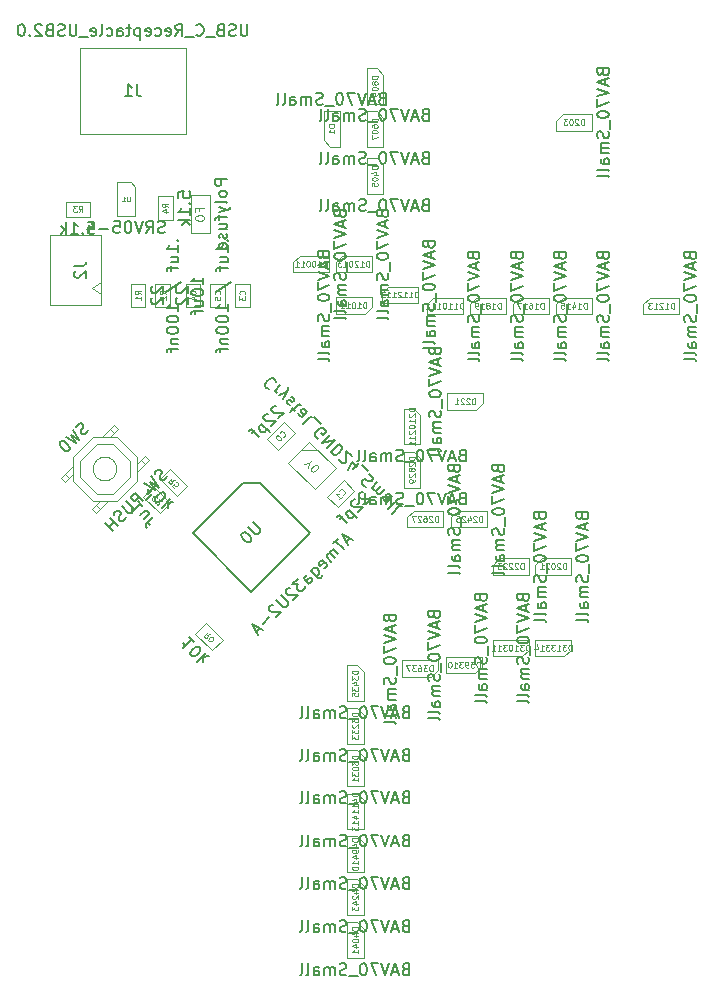
<source format=gbr>
G04 #@! TF.GenerationSoftware,KiCad,Pcbnew,(6.0.4)*
G04 #@! TF.CreationDate,2022-03-30T13:56:44+02:00*
G04 #@! TF.ProjectId,pcb,7063622e-6b69-4636-9164-5f7063625858,rev?*
G04 #@! TF.SameCoordinates,Original*
G04 #@! TF.FileFunction,AssemblyDrawing,Bot*
%FSLAX46Y46*%
G04 Gerber Fmt 4.6, Leading zero omitted, Abs format (unit mm)*
G04 Created by KiCad (PCBNEW (6.0.4)) date 2022-03-30 13:56:44*
%MOMM*%
%LPD*%
G01*
G04 APERTURE LIST*
%ADD10C,0.150000*%
%ADD11C,0.075000*%
%ADD12C,0.080000*%
%ADD13C,0.105000*%
%ADD14C,0.060000*%
%ADD15C,0.120000*%
%ADD16C,0.100000*%
G04 APERTURE END LIST*
D10*
X44028571Y-47411904D02*
X44076190Y-47554761D01*
X44123809Y-47602380D01*
X44219047Y-47650000D01*
X44361904Y-47650000D01*
X44457142Y-47602380D01*
X44504761Y-47554761D01*
X44552380Y-47459523D01*
X44552380Y-47078571D01*
X43552380Y-47078571D01*
X43552380Y-47411904D01*
X43600000Y-47507142D01*
X43647619Y-47554761D01*
X43742857Y-47602380D01*
X43838095Y-47602380D01*
X43933333Y-47554761D01*
X43980952Y-47507142D01*
X44028571Y-47411904D01*
X44028571Y-47078571D01*
X44266666Y-48030952D02*
X44266666Y-48507142D01*
X44552380Y-47935714D02*
X43552380Y-48269047D01*
X44552380Y-48602380D01*
X43552380Y-48792857D02*
X44552380Y-49126190D01*
X43552380Y-49459523D01*
X43552380Y-49697619D02*
X43552380Y-50364285D01*
X44552380Y-49935714D01*
X43552380Y-50935714D02*
X43552380Y-51030952D01*
X43600000Y-51126190D01*
X43647619Y-51173809D01*
X43742857Y-51221428D01*
X43933333Y-51269047D01*
X44171428Y-51269047D01*
X44361904Y-51221428D01*
X44457142Y-51173809D01*
X44504761Y-51126190D01*
X44552380Y-51030952D01*
X44552380Y-50935714D01*
X44504761Y-50840476D01*
X44457142Y-50792857D01*
X44361904Y-50745238D01*
X44171428Y-50697619D01*
X43933333Y-50697619D01*
X43742857Y-50745238D01*
X43647619Y-50792857D01*
X43600000Y-50840476D01*
X43552380Y-50935714D01*
X44647619Y-51459523D02*
X44647619Y-52221428D01*
X44504761Y-52411904D02*
X44552380Y-52554761D01*
X44552380Y-52792857D01*
X44504761Y-52888095D01*
X44457142Y-52935714D01*
X44361904Y-52983333D01*
X44266666Y-52983333D01*
X44171428Y-52935714D01*
X44123809Y-52888095D01*
X44076190Y-52792857D01*
X44028571Y-52602380D01*
X43980952Y-52507142D01*
X43933333Y-52459523D01*
X43838095Y-52411904D01*
X43742857Y-52411904D01*
X43647619Y-52459523D01*
X43600000Y-52507142D01*
X43552380Y-52602380D01*
X43552380Y-52840476D01*
X43600000Y-52983333D01*
X44552380Y-53411904D02*
X43885714Y-53411904D01*
X43980952Y-53411904D02*
X43933333Y-53459523D01*
X43885714Y-53554761D01*
X43885714Y-53697619D01*
X43933333Y-53792857D01*
X44028571Y-53840476D01*
X44552380Y-53840476D01*
X44028571Y-53840476D02*
X43933333Y-53888095D01*
X43885714Y-53983333D01*
X43885714Y-54126190D01*
X43933333Y-54221428D01*
X44028571Y-54269047D01*
X44552380Y-54269047D01*
X44552380Y-55173809D02*
X44028571Y-55173809D01*
X43933333Y-55126190D01*
X43885714Y-55030952D01*
X43885714Y-54840476D01*
X43933333Y-54745238D01*
X44504761Y-55173809D02*
X44552380Y-55078571D01*
X44552380Y-54840476D01*
X44504761Y-54745238D01*
X44409523Y-54697619D01*
X44314285Y-54697619D01*
X44219047Y-54745238D01*
X44171428Y-54840476D01*
X44171428Y-55078571D01*
X44123809Y-55173809D01*
X44552380Y-55792857D02*
X44504761Y-55697619D01*
X44409523Y-55650000D01*
X43552380Y-55650000D01*
X44552380Y-56316666D02*
X44504761Y-56221428D01*
X44409523Y-56173809D01*
X43552380Y-56173809D01*
D11*
X47921428Y-51876190D02*
X47921428Y-51376190D01*
X47802380Y-51376190D01*
X47730952Y-51400000D01*
X47683333Y-51447619D01*
X47659523Y-51495238D01*
X47635714Y-51590476D01*
X47635714Y-51661904D01*
X47659523Y-51757142D01*
X47683333Y-51804761D01*
X47730952Y-51852380D01*
X47802380Y-51876190D01*
X47921428Y-51876190D01*
X47469047Y-51376190D02*
X47159523Y-51376190D01*
X47326190Y-51566666D01*
X47254761Y-51566666D01*
X47207142Y-51590476D01*
X47183333Y-51614285D01*
X47159523Y-51661904D01*
X47159523Y-51780952D01*
X47183333Y-51828571D01*
X47207142Y-51852380D01*
X47254761Y-51876190D01*
X47397619Y-51876190D01*
X47445238Y-51852380D01*
X47469047Y-51828571D01*
X46921428Y-51876190D02*
X46826190Y-51876190D01*
X46778571Y-51852380D01*
X46754761Y-51828571D01*
X46707142Y-51757142D01*
X46683333Y-51661904D01*
X46683333Y-51471428D01*
X46707142Y-51423809D01*
X46730952Y-51400000D01*
X46778571Y-51376190D01*
X46873809Y-51376190D01*
X46921428Y-51400000D01*
X46945238Y-51423809D01*
X46969047Y-51471428D01*
X46969047Y-51590476D01*
X46945238Y-51638095D01*
X46921428Y-51661904D01*
X46873809Y-51685714D01*
X46778571Y-51685714D01*
X46730952Y-51661904D01*
X46707142Y-51638095D01*
X46683333Y-51590476D01*
X46516666Y-51376190D02*
X46207142Y-51376190D01*
X46373809Y-51566666D01*
X46302380Y-51566666D01*
X46254761Y-51590476D01*
X46230952Y-51614285D01*
X46207142Y-51661904D01*
X46207142Y-51780952D01*
X46230952Y-51828571D01*
X46254761Y-51852380D01*
X46302380Y-51876190D01*
X46445238Y-51876190D01*
X46492857Y-51852380D01*
X46516666Y-51828571D01*
X45730952Y-51876190D02*
X46016666Y-51876190D01*
X45873809Y-51876190D02*
X45873809Y-51376190D01*
X45921428Y-51447619D01*
X45969047Y-51495238D01*
X46016666Y-51519047D01*
X45421428Y-51376190D02*
X45373809Y-51376190D01*
X45326190Y-51400000D01*
X45302380Y-51423809D01*
X45278571Y-51471428D01*
X45254761Y-51566666D01*
X45254761Y-51685714D01*
X45278571Y-51780952D01*
X45302380Y-51828571D01*
X45326190Y-51852380D01*
X45373809Y-51876190D01*
X45421428Y-51876190D01*
X45469047Y-51852380D01*
X45492857Y-51828571D01*
X45516666Y-51780952D01*
X45540476Y-51685714D01*
X45540476Y-51566666D01*
X45516666Y-51471428D01*
X45492857Y-51423809D01*
X45469047Y-51400000D01*
X45421428Y-51376190D01*
D10*
X41638095Y-59228571D02*
X41495238Y-59276190D01*
X41447619Y-59323809D01*
X41400000Y-59419047D01*
X41400000Y-59561904D01*
X41447619Y-59657142D01*
X41495238Y-59704761D01*
X41590476Y-59752380D01*
X41971428Y-59752380D01*
X41971428Y-58752380D01*
X41638095Y-58752380D01*
X41542857Y-58800000D01*
X41495238Y-58847619D01*
X41447619Y-58942857D01*
X41447619Y-59038095D01*
X41495238Y-59133333D01*
X41542857Y-59180952D01*
X41638095Y-59228571D01*
X41971428Y-59228571D01*
X41019047Y-59466666D02*
X40542857Y-59466666D01*
X41114285Y-59752380D02*
X40780952Y-58752380D01*
X40447619Y-59752380D01*
X40257142Y-58752380D02*
X39923809Y-59752380D01*
X39590476Y-58752380D01*
X39352380Y-58752380D02*
X38685714Y-58752380D01*
X39114285Y-59752380D01*
X38114285Y-58752380D02*
X38019047Y-58752380D01*
X37923809Y-58800000D01*
X37876190Y-58847619D01*
X37828571Y-58942857D01*
X37780952Y-59133333D01*
X37780952Y-59371428D01*
X37828571Y-59561904D01*
X37876190Y-59657142D01*
X37923809Y-59704761D01*
X38019047Y-59752380D01*
X38114285Y-59752380D01*
X38209523Y-59704761D01*
X38257142Y-59657142D01*
X38304761Y-59561904D01*
X38352380Y-59371428D01*
X38352380Y-59133333D01*
X38304761Y-58942857D01*
X38257142Y-58847619D01*
X38209523Y-58800000D01*
X38114285Y-58752380D01*
X37590476Y-59847619D02*
X36828571Y-59847619D01*
X36638095Y-59704761D02*
X36495238Y-59752380D01*
X36257142Y-59752380D01*
X36161904Y-59704761D01*
X36114285Y-59657142D01*
X36066666Y-59561904D01*
X36066666Y-59466666D01*
X36114285Y-59371428D01*
X36161904Y-59323809D01*
X36257142Y-59276190D01*
X36447619Y-59228571D01*
X36542857Y-59180952D01*
X36590476Y-59133333D01*
X36638095Y-59038095D01*
X36638095Y-58942857D01*
X36590476Y-58847619D01*
X36542857Y-58800000D01*
X36447619Y-58752380D01*
X36209523Y-58752380D01*
X36066666Y-58800000D01*
X35638095Y-59752380D02*
X35638095Y-59085714D01*
X35638095Y-59180952D02*
X35590476Y-59133333D01*
X35495238Y-59085714D01*
X35352380Y-59085714D01*
X35257142Y-59133333D01*
X35209523Y-59228571D01*
X35209523Y-59752380D01*
X35209523Y-59228571D02*
X35161904Y-59133333D01*
X35066666Y-59085714D01*
X34923809Y-59085714D01*
X34828571Y-59133333D01*
X34780952Y-59228571D01*
X34780952Y-59752380D01*
X33876190Y-59752380D02*
X33876190Y-59228571D01*
X33923809Y-59133333D01*
X34019047Y-59085714D01*
X34209523Y-59085714D01*
X34304761Y-59133333D01*
X33876190Y-59704761D02*
X33971428Y-59752380D01*
X34209523Y-59752380D01*
X34304761Y-59704761D01*
X34352380Y-59609523D01*
X34352380Y-59514285D01*
X34304761Y-59419047D01*
X34209523Y-59371428D01*
X33971428Y-59371428D01*
X33876190Y-59323809D01*
X33257142Y-59752380D02*
X33352380Y-59704761D01*
X33400000Y-59609523D01*
X33400000Y-58752380D01*
X32733333Y-59752380D02*
X32828571Y-59704761D01*
X32876190Y-59609523D01*
X32876190Y-58752380D01*
D11*
X37626190Y-55716666D02*
X37126190Y-55716666D01*
X37126190Y-55835714D01*
X37150000Y-55907142D01*
X37197619Y-55954761D01*
X37245238Y-55978571D01*
X37340476Y-56002380D01*
X37411904Y-56002380D01*
X37507142Y-55978571D01*
X37554761Y-55954761D01*
X37602380Y-55907142D01*
X37626190Y-55835714D01*
X37626190Y-55716666D01*
X37126190Y-56169047D02*
X37126190Y-56478571D01*
X37316666Y-56311904D01*
X37316666Y-56383333D01*
X37340476Y-56430952D01*
X37364285Y-56454761D01*
X37411904Y-56478571D01*
X37530952Y-56478571D01*
X37578571Y-56454761D01*
X37602380Y-56430952D01*
X37626190Y-56383333D01*
X37626190Y-56240476D01*
X37602380Y-56192857D01*
X37578571Y-56169047D01*
X37173809Y-56669047D02*
X37150000Y-56692857D01*
X37126190Y-56740476D01*
X37126190Y-56859523D01*
X37150000Y-56907142D01*
X37173809Y-56930952D01*
X37221428Y-56954761D01*
X37269047Y-56954761D01*
X37340476Y-56930952D01*
X37626190Y-56645238D01*
X37626190Y-56954761D01*
X37126190Y-57121428D02*
X37126190Y-57430952D01*
X37316666Y-57264285D01*
X37316666Y-57335714D01*
X37340476Y-57383333D01*
X37364285Y-57407142D01*
X37411904Y-57430952D01*
X37530952Y-57430952D01*
X37578571Y-57407142D01*
X37602380Y-57383333D01*
X37626190Y-57335714D01*
X37626190Y-57192857D01*
X37602380Y-57145238D01*
X37578571Y-57121428D01*
X37126190Y-57597619D02*
X37126190Y-57907142D01*
X37316666Y-57740476D01*
X37316666Y-57811904D01*
X37340476Y-57859523D01*
X37364285Y-57883333D01*
X37411904Y-57907142D01*
X37530952Y-57907142D01*
X37578571Y-57883333D01*
X37602380Y-57859523D01*
X37626190Y-57811904D01*
X37626190Y-57669047D01*
X37602380Y-57621428D01*
X37578571Y-57597619D01*
D10*
X40278571Y-47711904D02*
X40326190Y-47854761D01*
X40373809Y-47902380D01*
X40469047Y-47950000D01*
X40611904Y-47950000D01*
X40707142Y-47902380D01*
X40754761Y-47854761D01*
X40802380Y-47759523D01*
X40802380Y-47378571D01*
X39802380Y-47378571D01*
X39802380Y-47711904D01*
X39850000Y-47807142D01*
X39897619Y-47854761D01*
X39992857Y-47902380D01*
X40088095Y-47902380D01*
X40183333Y-47854761D01*
X40230952Y-47807142D01*
X40278571Y-47711904D01*
X40278571Y-47378571D01*
X40516666Y-48330952D02*
X40516666Y-48807142D01*
X40802380Y-48235714D02*
X39802380Y-48569047D01*
X40802380Y-48902380D01*
X39802380Y-49092857D02*
X40802380Y-49426190D01*
X39802380Y-49759523D01*
X39802380Y-49997619D02*
X39802380Y-50664285D01*
X40802380Y-50235714D01*
X39802380Y-51235714D02*
X39802380Y-51330952D01*
X39850000Y-51426190D01*
X39897619Y-51473809D01*
X39992857Y-51521428D01*
X40183333Y-51569047D01*
X40421428Y-51569047D01*
X40611904Y-51521428D01*
X40707142Y-51473809D01*
X40754761Y-51426190D01*
X40802380Y-51330952D01*
X40802380Y-51235714D01*
X40754761Y-51140476D01*
X40707142Y-51092857D01*
X40611904Y-51045238D01*
X40421428Y-50997619D01*
X40183333Y-50997619D01*
X39992857Y-51045238D01*
X39897619Y-51092857D01*
X39850000Y-51140476D01*
X39802380Y-51235714D01*
X40897619Y-51759523D02*
X40897619Y-52521428D01*
X40754761Y-52711904D02*
X40802380Y-52854761D01*
X40802380Y-53092857D01*
X40754761Y-53188095D01*
X40707142Y-53235714D01*
X40611904Y-53283333D01*
X40516666Y-53283333D01*
X40421428Y-53235714D01*
X40373809Y-53188095D01*
X40326190Y-53092857D01*
X40278571Y-52902380D01*
X40230952Y-52807142D01*
X40183333Y-52759523D01*
X40088095Y-52711904D01*
X39992857Y-52711904D01*
X39897619Y-52759523D01*
X39850000Y-52807142D01*
X39802380Y-52902380D01*
X39802380Y-53140476D01*
X39850000Y-53283333D01*
X40802380Y-53711904D02*
X40135714Y-53711904D01*
X40230952Y-53711904D02*
X40183333Y-53759523D01*
X40135714Y-53854761D01*
X40135714Y-53997619D01*
X40183333Y-54092857D01*
X40278571Y-54140476D01*
X40802380Y-54140476D01*
X40278571Y-54140476D02*
X40183333Y-54188095D01*
X40135714Y-54283333D01*
X40135714Y-54426190D01*
X40183333Y-54521428D01*
X40278571Y-54569047D01*
X40802380Y-54569047D01*
X40802380Y-55473809D02*
X40278571Y-55473809D01*
X40183333Y-55426190D01*
X40135714Y-55330952D01*
X40135714Y-55140476D01*
X40183333Y-55045238D01*
X40754761Y-55473809D02*
X40802380Y-55378571D01*
X40802380Y-55140476D01*
X40754761Y-55045238D01*
X40659523Y-54997619D01*
X40564285Y-54997619D01*
X40469047Y-55045238D01*
X40421428Y-55140476D01*
X40421428Y-55378571D01*
X40373809Y-55473809D01*
X40802380Y-56092857D02*
X40754761Y-55997619D01*
X40659523Y-55950000D01*
X39802380Y-55950000D01*
X40802380Y-56616666D02*
X40754761Y-56521428D01*
X40659523Y-56473809D01*
X39802380Y-56473809D01*
D11*
X43933333Y-52176190D02*
X43933333Y-51676190D01*
X43814285Y-51676190D01*
X43742857Y-51700000D01*
X43695238Y-51747619D01*
X43671428Y-51795238D01*
X43647619Y-51890476D01*
X43647619Y-51961904D01*
X43671428Y-52057142D01*
X43695238Y-52104761D01*
X43742857Y-52152380D01*
X43814285Y-52176190D01*
X43933333Y-52176190D01*
X43480952Y-51676190D02*
X43171428Y-51676190D01*
X43338095Y-51866666D01*
X43266666Y-51866666D01*
X43219047Y-51890476D01*
X43195238Y-51914285D01*
X43171428Y-51961904D01*
X43171428Y-52080952D01*
X43195238Y-52128571D01*
X43219047Y-52152380D01*
X43266666Y-52176190D01*
X43409523Y-52176190D01*
X43457142Y-52152380D01*
X43480952Y-52128571D01*
X42742857Y-51676190D02*
X42838095Y-51676190D01*
X42885714Y-51700000D01*
X42909523Y-51723809D01*
X42957142Y-51795238D01*
X42980952Y-51890476D01*
X42980952Y-52080952D01*
X42957142Y-52128571D01*
X42933333Y-52152380D01*
X42885714Y-52176190D01*
X42790476Y-52176190D01*
X42742857Y-52152380D01*
X42719047Y-52128571D01*
X42695238Y-52080952D01*
X42695238Y-51961904D01*
X42719047Y-51914285D01*
X42742857Y-51890476D01*
X42790476Y-51866666D01*
X42885714Y-51866666D01*
X42933333Y-51890476D01*
X42957142Y-51914285D01*
X42980952Y-51961904D01*
X42528571Y-51676190D02*
X42219047Y-51676190D01*
X42385714Y-51866666D01*
X42314285Y-51866666D01*
X42266666Y-51890476D01*
X42242857Y-51914285D01*
X42219047Y-51961904D01*
X42219047Y-52080952D01*
X42242857Y-52128571D01*
X42266666Y-52152380D01*
X42314285Y-52176190D01*
X42457142Y-52176190D01*
X42504761Y-52152380D01*
X42528571Y-52128571D01*
X42052380Y-51676190D02*
X41719047Y-51676190D01*
X41933333Y-52176190D01*
D10*
X22327142Y-15683333D02*
X22374761Y-15730952D01*
X22422380Y-15683333D01*
X22374761Y-15635714D01*
X22327142Y-15683333D01*
X22422380Y-15683333D01*
X22422380Y-16683333D02*
X22422380Y-16111904D01*
X22422380Y-16397619D02*
X21422380Y-16397619D01*
X21565238Y-16302380D01*
X21660476Y-16207142D01*
X21708095Y-16111904D01*
X21755714Y-17540476D02*
X22422380Y-17540476D01*
X21755714Y-17111904D02*
X22279523Y-17111904D01*
X22374761Y-17159523D01*
X22422380Y-17254761D01*
X22422380Y-17397619D01*
X22374761Y-17492857D01*
X22327142Y-17540476D01*
X21755714Y-17873809D02*
X21755714Y-18254761D01*
X22422380Y-18016666D02*
X21565238Y-18016666D01*
X21470000Y-18064285D01*
X21422380Y-18159523D01*
X21422380Y-18254761D01*
X21374761Y-20064285D02*
X22660476Y-19207142D01*
X22422380Y-21683333D02*
X22422380Y-21111904D01*
X22422380Y-21397619D02*
X21422380Y-21397619D01*
X21565238Y-21302380D01*
X21660476Y-21207142D01*
X21708095Y-21111904D01*
X21422380Y-22302380D02*
X21422380Y-22397619D01*
X21470000Y-22492857D01*
X21517619Y-22540476D01*
X21612857Y-22588095D01*
X21803333Y-22635714D01*
X22041428Y-22635714D01*
X22231904Y-22588095D01*
X22327142Y-22540476D01*
X22374761Y-22492857D01*
X22422380Y-22397619D01*
X22422380Y-22302380D01*
X22374761Y-22207142D01*
X22327142Y-22159523D01*
X22231904Y-22111904D01*
X22041428Y-22064285D01*
X21803333Y-22064285D01*
X21612857Y-22111904D01*
X21517619Y-22159523D01*
X21470000Y-22207142D01*
X21422380Y-22302380D01*
X21422380Y-23254761D02*
X21422380Y-23350000D01*
X21470000Y-23445238D01*
X21517619Y-23492857D01*
X21612857Y-23540476D01*
X21803333Y-23588095D01*
X22041428Y-23588095D01*
X22231904Y-23540476D01*
X22327142Y-23492857D01*
X22374761Y-23445238D01*
X22422380Y-23350000D01*
X22422380Y-23254761D01*
X22374761Y-23159523D01*
X22327142Y-23111904D01*
X22231904Y-23064285D01*
X22041428Y-23016666D01*
X21803333Y-23016666D01*
X21612857Y-23064285D01*
X21517619Y-23111904D01*
X21470000Y-23159523D01*
X21422380Y-23254761D01*
X21755714Y-24016666D02*
X22422380Y-24016666D01*
X21850952Y-24016666D02*
X21803333Y-24064285D01*
X21755714Y-24159523D01*
X21755714Y-24302380D01*
X21803333Y-24397619D01*
X21898571Y-24445238D01*
X22422380Y-24445238D01*
X21755714Y-24778571D02*
X21755714Y-25159523D01*
X22422380Y-24921428D02*
X21565238Y-24921428D01*
X21470000Y-24969047D01*
X21422380Y-25064285D01*
X21422380Y-25159523D01*
D12*
X23828571Y-20266666D02*
X23852380Y-20242857D01*
X23876190Y-20171428D01*
X23876190Y-20123809D01*
X23852380Y-20052380D01*
X23804761Y-20004761D01*
X23757142Y-19980952D01*
X23661904Y-19957142D01*
X23590476Y-19957142D01*
X23495238Y-19980952D01*
X23447619Y-20004761D01*
X23400000Y-20052380D01*
X23376190Y-20123809D01*
X23376190Y-20171428D01*
X23400000Y-20242857D01*
X23423809Y-20266666D01*
X23542857Y-20695238D02*
X23876190Y-20695238D01*
X23352380Y-20576190D02*
X23709523Y-20457142D01*
X23709523Y-20766666D01*
D10*
X54678571Y-17011904D02*
X54726190Y-17154761D01*
X54773809Y-17202380D01*
X54869047Y-17250000D01*
X55011904Y-17250000D01*
X55107142Y-17202380D01*
X55154761Y-17154761D01*
X55202380Y-17059523D01*
X55202380Y-16678571D01*
X54202380Y-16678571D01*
X54202380Y-17011904D01*
X54250000Y-17107142D01*
X54297619Y-17154761D01*
X54392857Y-17202380D01*
X54488095Y-17202380D01*
X54583333Y-17154761D01*
X54630952Y-17107142D01*
X54678571Y-17011904D01*
X54678571Y-16678571D01*
X54916666Y-17630952D02*
X54916666Y-18107142D01*
X55202380Y-17535714D02*
X54202380Y-17869047D01*
X55202380Y-18202380D01*
X54202380Y-18392857D02*
X55202380Y-18726190D01*
X54202380Y-19059523D01*
X54202380Y-19297619D02*
X54202380Y-19964285D01*
X55202380Y-19535714D01*
X54202380Y-20535714D02*
X54202380Y-20630952D01*
X54250000Y-20726190D01*
X54297619Y-20773809D01*
X54392857Y-20821428D01*
X54583333Y-20869047D01*
X54821428Y-20869047D01*
X55011904Y-20821428D01*
X55107142Y-20773809D01*
X55154761Y-20726190D01*
X55202380Y-20630952D01*
X55202380Y-20535714D01*
X55154761Y-20440476D01*
X55107142Y-20392857D01*
X55011904Y-20345238D01*
X54821428Y-20297619D01*
X54583333Y-20297619D01*
X54392857Y-20345238D01*
X54297619Y-20392857D01*
X54250000Y-20440476D01*
X54202380Y-20535714D01*
X55297619Y-21059523D02*
X55297619Y-21821428D01*
X55154761Y-22011904D02*
X55202380Y-22154761D01*
X55202380Y-22392857D01*
X55154761Y-22488095D01*
X55107142Y-22535714D01*
X55011904Y-22583333D01*
X54916666Y-22583333D01*
X54821428Y-22535714D01*
X54773809Y-22488095D01*
X54726190Y-22392857D01*
X54678571Y-22202380D01*
X54630952Y-22107142D01*
X54583333Y-22059523D01*
X54488095Y-22011904D01*
X54392857Y-22011904D01*
X54297619Y-22059523D01*
X54250000Y-22107142D01*
X54202380Y-22202380D01*
X54202380Y-22440476D01*
X54250000Y-22583333D01*
X55202380Y-23011904D02*
X54535714Y-23011904D01*
X54630952Y-23011904D02*
X54583333Y-23059523D01*
X54535714Y-23154761D01*
X54535714Y-23297619D01*
X54583333Y-23392857D01*
X54678571Y-23440476D01*
X55202380Y-23440476D01*
X54678571Y-23440476D02*
X54583333Y-23488095D01*
X54535714Y-23583333D01*
X54535714Y-23726190D01*
X54583333Y-23821428D01*
X54678571Y-23869047D01*
X55202380Y-23869047D01*
X55202380Y-24773809D02*
X54678571Y-24773809D01*
X54583333Y-24726190D01*
X54535714Y-24630952D01*
X54535714Y-24440476D01*
X54583333Y-24345238D01*
X55154761Y-24773809D02*
X55202380Y-24678571D01*
X55202380Y-24440476D01*
X55154761Y-24345238D01*
X55059523Y-24297619D01*
X54964285Y-24297619D01*
X54869047Y-24345238D01*
X54821428Y-24440476D01*
X54821428Y-24678571D01*
X54773809Y-24773809D01*
X55202380Y-25392857D02*
X55154761Y-25297619D01*
X55059523Y-25250000D01*
X54202380Y-25250000D01*
X55202380Y-25916666D02*
X55154761Y-25821428D01*
X55059523Y-25773809D01*
X54202380Y-25773809D01*
D11*
X53333333Y-21476190D02*
X53333333Y-20976190D01*
X53214285Y-20976190D01*
X53142857Y-21000000D01*
X53095238Y-21047619D01*
X53071428Y-21095238D01*
X53047619Y-21190476D01*
X53047619Y-21261904D01*
X53071428Y-21357142D01*
X53095238Y-21404761D01*
X53142857Y-21452380D01*
X53214285Y-21476190D01*
X53333333Y-21476190D01*
X52571428Y-21476190D02*
X52857142Y-21476190D01*
X52714285Y-21476190D02*
X52714285Y-20976190D01*
X52761904Y-21047619D01*
X52809523Y-21095238D01*
X52857142Y-21119047D01*
X52142857Y-20976190D02*
X52238095Y-20976190D01*
X52285714Y-21000000D01*
X52309523Y-21023809D01*
X52357142Y-21095238D01*
X52380952Y-21190476D01*
X52380952Y-21380952D01*
X52357142Y-21428571D01*
X52333333Y-21452380D01*
X52285714Y-21476190D01*
X52190476Y-21476190D01*
X52142857Y-21452380D01*
X52119047Y-21428571D01*
X52095238Y-21380952D01*
X52095238Y-21261904D01*
X52119047Y-21214285D01*
X52142857Y-21190476D01*
X52190476Y-21166666D01*
X52285714Y-21166666D01*
X52333333Y-21190476D01*
X52357142Y-21214285D01*
X52380952Y-21261904D01*
X51619047Y-21476190D02*
X51904761Y-21476190D01*
X51761904Y-21476190D02*
X51761904Y-20976190D01*
X51809523Y-21047619D01*
X51857142Y-21095238D01*
X51904761Y-21119047D01*
X51452380Y-20976190D02*
X51119047Y-20976190D01*
X51333333Y-21476190D01*
D10*
X30652839Y-29681519D02*
X30585496Y-29681519D01*
X30484480Y-29715190D01*
X30316122Y-29883549D01*
X30282450Y-29984564D01*
X30282450Y-30051908D01*
X30316122Y-30152923D01*
X30383465Y-30220267D01*
X30518152Y-30287610D01*
X31326274Y-30287610D01*
X30888541Y-30725343D01*
X29979404Y-30354954D02*
X29912061Y-30354954D01*
X29811045Y-30388625D01*
X29642686Y-30556984D01*
X29609015Y-30657999D01*
X29609015Y-30725343D01*
X29642686Y-30826358D01*
X29710030Y-30893702D01*
X29844717Y-30961045D01*
X30652839Y-30961045D01*
X30215106Y-31398778D01*
X29440656Y-31230419D02*
X30147763Y-31937526D01*
X29474328Y-31264091D02*
X29373312Y-31297763D01*
X29238625Y-31432450D01*
X29204954Y-31533465D01*
X29204954Y-31600809D01*
X29238625Y-31701824D01*
X29440656Y-31903854D01*
X29541671Y-31937526D01*
X29609015Y-31937526D01*
X29710030Y-31903854D01*
X29844717Y-31769167D01*
X29878389Y-31668152D01*
X28901908Y-31769167D02*
X28632534Y-32038541D01*
X29272297Y-32341587D02*
X28666206Y-31735496D01*
X28565190Y-31701824D01*
X28464175Y-31735496D01*
X28396832Y-31802839D01*
D12*
X31285194Y-32317343D02*
X31318866Y-32317343D01*
X31386209Y-32283671D01*
X31419881Y-32250000D01*
X31453553Y-32182656D01*
X31453553Y-32115312D01*
X31436717Y-32064805D01*
X31386209Y-31980625D01*
X31335702Y-31930118D01*
X31251522Y-31879610D01*
X31201015Y-31862774D01*
X31133671Y-31862774D01*
X31066328Y-31896446D01*
X31032656Y-31930118D01*
X30998984Y-31997461D01*
X30998984Y-32031133D01*
X30746446Y-32216328D02*
X30712774Y-32250000D01*
X30695938Y-32300507D01*
X30695938Y-32334179D01*
X30712774Y-32384687D01*
X30763282Y-32468866D01*
X30847461Y-32553045D01*
X30931641Y-32603553D01*
X30982148Y-32620389D01*
X31015820Y-32620389D01*
X31066328Y-32603553D01*
X31100000Y-32569881D01*
X31116835Y-32519374D01*
X31116835Y-32485702D01*
X31100000Y-32435194D01*
X31049492Y-32351015D01*
X30965312Y-32266835D01*
X30881133Y-32216328D01*
X30830625Y-32199492D01*
X30796954Y-32199492D01*
X30746446Y-32216328D01*
D10*
X39678571Y-13461904D02*
X39726190Y-13604761D01*
X39773809Y-13652380D01*
X39869047Y-13700000D01*
X40011904Y-13700000D01*
X40107142Y-13652380D01*
X40154761Y-13604761D01*
X40202380Y-13509523D01*
X40202380Y-13128571D01*
X39202380Y-13128571D01*
X39202380Y-13461904D01*
X39250000Y-13557142D01*
X39297619Y-13604761D01*
X39392857Y-13652380D01*
X39488095Y-13652380D01*
X39583333Y-13604761D01*
X39630952Y-13557142D01*
X39678571Y-13461904D01*
X39678571Y-13128571D01*
X39916666Y-14080952D02*
X39916666Y-14557142D01*
X40202380Y-13985714D02*
X39202380Y-14319047D01*
X40202380Y-14652380D01*
X39202380Y-14842857D02*
X40202380Y-15176190D01*
X39202380Y-15509523D01*
X39202380Y-15747619D02*
X39202380Y-16414285D01*
X40202380Y-15985714D01*
X39202380Y-16985714D02*
X39202380Y-17080952D01*
X39250000Y-17176190D01*
X39297619Y-17223809D01*
X39392857Y-17271428D01*
X39583333Y-17319047D01*
X39821428Y-17319047D01*
X40011904Y-17271428D01*
X40107142Y-17223809D01*
X40154761Y-17176190D01*
X40202380Y-17080952D01*
X40202380Y-16985714D01*
X40154761Y-16890476D01*
X40107142Y-16842857D01*
X40011904Y-16795238D01*
X39821428Y-16747619D01*
X39583333Y-16747619D01*
X39392857Y-16795238D01*
X39297619Y-16842857D01*
X39250000Y-16890476D01*
X39202380Y-16985714D01*
X40297619Y-17509523D02*
X40297619Y-18271428D01*
X40154761Y-18461904D02*
X40202380Y-18604761D01*
X40202380Y-18842857D01*
X40154761Y-18938095D01*
X40107142Y-18985714D01*
X40011904Y-19033333D01*
X39916666Y-19033333D01*
X39821428Y-18985714D01*
X39773809Y-18938095D01*
X39726190Y-18842857D01*
X39678571Y-18652380D01*
X39630952Y-18557142D01*
X39583333Y-18509523D01*
X39488095Y-18461904D01*
X39392857Y-18461904D01*
X39297619Y-18509523D01*
X39250000Y-18557142D01*
X39202380Y-18652380D01*
X39202380Y-18890476D01*
X39250000Y-19033333D01*
X40202380Y-19461904D02*
X39535714Y-19461904D01*
X39630952Y-19461904D02*
X39583333Y-19509523D01*
X39535714Y-19604761D01*
X39535714Y-19747619D01*
X39583333Y-19842857D01*
X39678571Y-19890476D01*
X40202380Y-19890476D01*
X39678571Y-19890476D02*
X39583333Y-19938095D01*
X39535714Y-20033333D01*
X39535714Y-20176190D01*
X39583333Y-20271428D01*
X39678571Y-20319047D01*
X40202380Y-20319047D01*
X40202380Y-21223809D02*
X39678571Y-21223809D01*
X39583333Y-21176190D01*
X39535714Y-21080952D01*
X39535714Y-20890476D01*
X39583333Y-20795238D01*
X40154761Y-21223809D02*
X40202380Y-21128571D01*
X40202380Y-20890476D01*
X40154761Y-20795238D01*
X40059523Y-20747619D01*
X39964285Y-20747619D01*
X39869047Y-20795238D01*
X39821428Y-20890476D01*
X39821428Y-21128571D01*
X39773809Y-21223809D01*
X40202380Y-21842857D02*
X40154761Y-21747619D01*
X40059523Y-21700000D01*
X39202380Y-21700000D01*
X40202380Y-22366666D02*
X40154761Y-22271428D01*
X40059523Y-22223809D01*
X39202380Y-22223809D01*
D11*
X38571428Y-17926190D02*
X38571428Y-17426190D01*
X38452380Y-17426190D01*
X38380952Y-17450000D01*
X38333333Y-17497619D01*
X38309523Y-17545238D01*
X38285714Y-17640476D01*
X38285714Y-17711904D01*
X38309523Y-17807142D01*
X38333333Y-17854761D01*
X38380952Y-17902380D01*
X38452380Y-17926190D01*
X38571428Y-17926190D01*
X37809523Y-17926190D02*
X38095238Y-17926190D01*
X37952380Y-17926190D02*
X37952380Y-17426190D01*
X38000000Y-17497619D01*
X38047619Y-17545238D01*
X38095238Y-17569047D01*
X37619047Y-17473809D02*
X37595238Y-17450000D01*
X37547619Y-17426190D01*
X37428571Y-17426190D01*
X37380952Y-17450000D01*
X37357142Y-17473809D01*
X37333333Y-17521428D01*
X37333333Y-17569047D01*
X37357142Y-17640476D01*
X37642857Y-17926190D01*
X37333333Y-17926190D01*
X37023809Y-17426190D02*
X36976190Y-17426190D01*
X36928571Y-17450000D01*
X36904761Y-17473809D01*
X36880952Y-17521428D01*
X36857142Y-17616666D01*
X36857142Y-17735714D01*
X36880952Y-17830952D01*
X36904761Y-17878571D01*
X36928571Y-17902380D01*
X36976190Y-17926190D01*
X37023809Y-17926190D01*
X37071428Y-17902380D01*
X37095238Y-17878571D01*
X37119047Y-17830952D01*
X37142857Y-17735714D01*
X37142857Y-17616666D01*
X37119047Y-17521428D01*
X37095238Y-17473809D01*
X37071428Y-17450000D01*
X37023809Y-17426190D01*
X36380952Y-17926190D02*
X36666666Y-17926190D01*
X36523809Y-17926190D02*
X36523809Y-17426190D01*
X36571428Y-17497619D01*
X36619047Y-17545238D01*
X36666666Y-17569047D01*
X36214285Y-17426190D02*
X35904761Y-17426190D01*
X36071428Y-17616666D01*
X36000000Y-17616666D01*
X35952380Y-17640476D01*
X35928571Y-17664285D01*
X35904761Y-17711904D01*
X35904761Y-17830952D01*
X35928571Y-17878571D01*
X35952380Y-17902380D01*
X36000000Y-17926190D01*
X36142857Y-17926190D01*
X36190476Y-17902380D01*
X36214285Y-17878571D01*
D10*
X20732258Y-36625947D02*
X20328197Y-36221886D01*
X20530228Y-36423916D02*
X19823121Y-37131023D01*
X19856793Y-36962664D01*
X19856793Y-36827977D01*
X19823121Y-36726962D01*
X20462884Y-37770787D02*
X20530228Y-37838130D01*
X20631243Y-37871802D01*
X20698586Y-37871802D01*
X20799602Y-37838130D01*
X20967961Y-37737115D01*
X21136319Y-37568756D01*
X21237335Y-37400397D01*
X21271006Y-37299382D01*
X21271006Y-37232038D01*
X21237335Y-37131023D01*
X21169991Y-37063680D01*
X21068976Y-37030008D01*
X21001632Y-37030008D01*
X20900617Y-37063680D01*
X20732258Y-37164695D01*
X20563899Y-37333054D01*
X20462884Y-37501413D01*
X20429212Y-37602428D01*
X20429212Y-37669771D01*
X20462884Y-37770787D01*
X21708739Y-37602428D02*
X21001632Y-38309535D01*
X21506709Y-37939145D02*
X21978113Y-37871802D01*
X21506709Y-38343206D02*
X21506709Y-37804458D01*
D12*
X22101015Y-35981133D02*
X21814805Y-36031641D01*
X21898984Y-35779103D02*
X21545431Y-36132656D01*
X21680118Y-36267343D01*
X21730625Y-36284179D01*
X21764297Y-36284179D01*
X21814805Y-36267343D01*
X21865312Y-36216835D01*
X21882148Y-36166328D01*
X21882148Y-36132656D01*
X21865312Y-36082148D01*
X21730625Y-35947461D01*
X22067343Y-36654568D02*
X21898984Y-36486209D01*
X22050507Y-36301015D01*
X22050507Y-36334687D01*
X22067343Y-36385194D01*
X22151522Y-36469374D01*
X22202030Y-36486209D01*
X22235702Y-36486209D01*
X22286209Y-36469374D01*
X22370389Y-36385194D01*
X22387225Y-36334687D01*
X22387225Y-36301015D01*
X22370389Y-36250507D01*
X22286209Y-36166328D01*
X22235702Y-36149492D01*
X22202030Y-36149492D01*
D10*
X36078571Y-13461904D02*
X36126190Y-13604761D01*
X36173809Y-13652380D01*
X36269047Y-13700000D01*
X36411904Y-13700000D01*
X36507142Y-13652380D01*
X36554761Y-13604761D01*
X36602380Y-13509523D01*
X36602380Y-13128571D01*
X35602380Y-13128571D01*
X35602380Y-13461904D01*
X35650000Y-13557142D01*
X35697619Y-13604761D01*
X35792857Y-13652380D01*
X35888095Y-13652380D01*
X35983333Y-13604761D01*
X36030952Y-13557142D01*
X36078571Y-13461904D01*
X36078571Y-13128571D01*
X36316666Y-14080952D02*
X36316666Y-14557142D01*
X36602380Y-13985714D02*
X35602380Y-14319047D01*
X36602380Y-14652380D01*
X35602380Y-14842857D02*
X36602380Y-15176190D01*
X35602380Y-15509523D01*
X35602380Y-15747619D02*
X35602380Y-16414285D01*
X36602380Y-15985714D01*
X35602380Y-16985714D02*
X35602380Y-17080952D01*
X35650000Y-17176190D01*
X35697619Y-17223809D01*
X35792857Y-17271428D01*
X35983333Y-17319047D01*
X36221428Y-17319047D01*
X36411904Y-17271428D01*
X36507142Y-17223809D01*
X36554761Y-17176190D01*
X36602380Y-17080952D01*
X36602380Y-16985714D01*
X36554761Y-16890476D01*
X36507142Y-16842857D01*
X36411904Y-16795238D01*
X36221428Y-16747619D01*
X35983333Y-16747619D01*
X35792857Y-16795238D01*
X35697619Y-16842857D01*
X35650000Y-16890476D01*
X35602380Y-16985714D01*
X36697619Y-17509523D02*
X36697619Y-18271428D01*
X36554761Y-18461904D02*
X36602380Y-18604761D01*
X36602380Y-18842857D01*
X36554761Y-18938095D01*
X36507142Y-18985714D01*
X36411904Y-19033333D01*
X36316666Y-19033333D01*
X36221428Y-18985714D01*
X36173809Y-18938095D01*
X36126190Y-18842857D01*
X36078571Y-18652380D01*
X36030952Y-18557142D01*
X35983333Y-18509523D01*
X35888095Y-18461904D01*
X35792857Y-18461904D01*
X35697619Y-18509523D01*
X35650000Y-18557142D01*
X35602380Y-18652380D01*
X35602380Y-18890476D01*
X35650000Y-19033333D01*
X36602380Y-19461904D02*
X35935714Y-19461904D01*
X36030952Y-19461904D02*
X35983333Y-19509523D01*
X35935714Y-19604761D01*
X35935714Y-19747619D01*
X35983333Y-19842857D01*
X36078571Y-19890476D01*
X36602380Y-19890476D01*
X36078571Y-19890476D02*
X35983333Y-19938095D01*
X35935714Y-20033333D01*
X35935714Y-20176190D01*
X35983333Y-20271428D01*
X36078571Y-20319047D01*
X36602380Y-20319047D01*
X36602380Y-21223809D02*
X36078571Y-21223809D01*
X35983333Y-21176190D01*
X35935714Y-21080952D01*
X35935714Y-20890476D01*
X35983333Y-20795238D01*
X36554761Y-21223809D02*
X36602380Y-21128571D01*
X36602380Y-20890476D01*
X36554761Y-20795238D01*
X36459523Y-20747619D01*
X36364285Y-20747619D01*
X36269047Y-20795238D01*
X36221428Y-20890476D01*
X36221428Y-21128571D01*
X36173809Y-21223809D01*
X36602380Y-21842857D02*
X36554761Y-21747619D01*
X36459523Y-21700000D01*
X35602380Y-21700000D01*
X36602380Y-22366666D02*
X36554761Y-22271428D01*
X36459523Y-22223809D01*
X35602380Y-22223809D01*
D11*
X34971428Y-17926190D02*
X34971428Y-17426190D01*
X34852380Y-17426190D01*
X34780952Y-17450000D01*
X34733333Y-17497619D01*
X34709523Y-17545238D01*
X34685714Y-17640476D01*
X34685714Y-17711904D01*
X34709523Y-17807142D01*
X34733333Y-17854761D01*
X34780952Y-17902380D01*
X34852380Y-17926190D01*
X34971428Y-17926190D01*
X34209523Y-17926190D02*
X34495238Y-17926190D01*
X34352380Y-17926190D02*
X34352380Y-17426190D01*
X34400000Y-17497619D01*
X34447619Y-17545238D01*
X34495238Y-17569047D01*
X33900000Y-17426190D02*
X33852380Y-17426190D01*
X33804761Y-17450000D01*
X33780952Y-17473809D01*
X33757142Y-17521428D01*
X33733333Y-17616666D01*
X33733333Y-17735714D01*
X33757142Y-17830952D01*
X33780952Y-17878571D01*
X33804761Y-17902380D01*
X33852380Y-17926190D01*
X33900000Y-17926190D01*
X33947619Y-17902380D01*
X33971428Y-17878571D01*
X33995238Y-17830952D01*
X34019047Y-17735714D01*
X34019047Y-17616666D01*
X33995238Y-17521428D01*
X33971428Y-17473809D01*
X33947619Y-17450000D01*
X33900000Y-17426190D01*
X33423809Y-17426190D02*
X33376190Y-17426190D01*
X33328571Y-17450000D01*
X33304761Y-17473809D01*
X33280952Y-17521428D01*
X33257142Y-17616666D01*
X33257142Y-17735714D01*
X33280952Y-17830952D01*
X33304761Y-17878571D01*
X33328571Y-17902380D01*
X33376190Y-17926190D01*
X33423809Y-17926190D01*
X33471428Y-17902380D01*
X33495238Y-17878571D01*
X33519047Y-17830952D01*
X33542857Y-17735714D01*
X33542857Y-17616666D01*
X33519047Y-17521428D01*
X33495238Y-17473809D01*
X33471428Y-17450000D01*
X33423809Y-17426190D01*
X32780952Y-17926190D02*
X33066666Y-17926190D01*
X32923809Y-17926190D02*
X32923809Y-17426190D01*
X32971428Y-17497619D01*
X33019047Y-17545238D01*
X33066666Y-17569047D01*
X32304761Y-17926190D02*
X32590476Y-17926190D01*
X32447619Y-17926190D02*
X32447619Y-17426190D01*
X32495238Y-17497619D01*
X32542857Y-17545238D01*
X32590476Y-17569047D01*
D10*
X43288095Y-12678571D02*
X43145238Y-12726190D01*
X43097619Y-12773809D01*
X43050000Y-12869047D01*
X43050000Y-13011904D01*
X43097619Y-13107142D01*
X43145238Y-13154761D01*
X43240476Y-13202380D01*
X43621428Y-13202380D01*
X43621428Y-12202380D01*
X43288095Y-12202380D01*
X43192857Y-12250000D01*
X43145238Y-12297619D01*
X43097619Y-12392857D01*
X43097619Y-12488095D01*
X43145238Y-12583333D01*
X43192857Y-12630952D01*
X43288095Y-12678571D01*
X43621428Y-12678571D01*
X42669047Y-12916666D02*
X42192857Y-12916666D01*
X42764285Y-13202380D02*
X42430952Y-12202380D01*
X42097619Y-13202380D01*
X41907142Y-12202380D02*
X41573809Y-13202380D01*
X41240476Y-12202380D01*
X41002380Y-12202380D02*
X40335714Y-12202380D01*
X40764285Y-13202380D01*
X39764285Y-12202380D02*
X39669047Y-12202380D01*
X39573809Y-12250000D01*
X39526190Y-12297619D01*
X39478571Y-12392857D01*
X39430952Y-12583333D01*
X39430952Y-12821428D01*
X39478571Y-13011904D01*
X39526190Y-13107142D01*
X39573809Y-13154761D01*
X39669047Y-13202380D01*
X39764285Y-13202380D01*
X39859523Y-13154761D01*
X39907142Y-13107142D01*
X39954761Y-13011904D01*
X40002380Y-12821428D01*
X40002380Y-12583333D01*
X39954761Y-12392857D01*
X39907142Y-12297619D01*
X39859523Y-12250000D01*
X39764285Y-12202380D01*
X39240476Y-13297619D02*
X38478571Y-13297619D01*
X38288095Y-13154761D02*
X38145238Y-13202380D01*
X37907142Y-13202380D01*
X37811904Y-13154761D01*
X37764285Y-13107142D01*
X37716666Y-13011904D01*
X37716666Y-12916666D01*
X37764285Y-12821428D01*
X37811904Y-12773809D01*
X37907142Y-12726190D01*
X38097619Y-12678571D01*
X38192857Y-12630952D01*
X38240476Y-12583333D01*
X38288095Y-12488095D01*
X38288095Y-12392857D01*
X38240476Y-12297619D01*
X38192857Y-12250000D01*
X38097619Y-12202380D01*
X37859523Y-12202380D01*
X37716666Y-12250000D01*
X37288095Y-13202380D02*
X37288095Y-12535714D01*
X37288095Y-12630952D02*
X37240476Y-12583333D01*
X37145238Y-12535714D01*
X37002380Y-12535714D01*
X36907142Y-12583333D01*
X36859523Y-12678571D01*
X36859523Y-13202380D01*
X36859523Y-12678571D02*
X36811904Y-12583333D01*
X36716666Y-12535714D01*
X36573809Y-12535714D01*
X36478571Y-12583333D01*
X36430952Y-12678571D01*
X36430952Y-13202380D01*
X35526190Y-13202380D02*
X35526190Y-12678571D01*
X35573809Y-12583333D01*
X35669047Y-12535714D01*
X35859523Y-12535714D01*
X35954761Y-12583333D01*
X35526190Y-13154761D02*
X35621428Y-13202380D01*
X35859523Y-13202380D01*
X35954761Y-13154761D01*
X36002380Y-13059523D01*
X36002380Y-12964285D01*
X35954761Y-12869047D01*
X35859523Y-12821428D01*
X35621428Y-12821428D01*
X35526190Y-12773809D01*
X34907142Y-13202380D02*
X35002380Y-13154761D01*
X35050000Y-13059523D01*
X35050000Y-12202380D01*
X34383333Y-13202380D02*
X34478571Y-13154761D01*
X34526190Y-13059523D01*
X34526190Y-12202380D01*
D11*
X39276190Y-9404761D02*
X38776190Y-9404761D01*
X38776190Y-9523809D01*
X38800000Y-9595238D01*
X38847619Y-9642857D01*
X38895238Y-9666666D01*
X38990476Y-9690476D01*
X39061904Y-9690476D01*
X39157142Y-9666666D01*
X39204761Y-9642857D01*
X39252380Y-9595238D01*
X39276190Y-9523809D01*
X39276190Y-9404761D01*
X38942857Y-10119047D02*
X39276190Y-10119047D01*
X38752380Y-10000000D02*
X39109523Y-9880952D01*
X39109523Y-10190476D01*
X38776190Y-10476190D02*
X38776190Y-10523809D01*
X38800000Y-10571428D01*
X38823809Y-10595238D01*
X38871428Y-10619047D01*
X38966666Y-10642857D01*
X39085714Y-10642857D01*
X39180952Y-10619047D01*
X39228571Y-10595238D01*
X39252380Y-10571428D01*
X39276190Y-10523809D01*
X39276190Y-10476190D01*
X39252380Y-10428571D01*
X39228571Y-10404761D01*
X39180952Y-10380952D01*
X39085714Y-10357142D01*
X38966666Y-10357142D01*
X38871428Y-10380952D01*
X38823809Y-10404761D01*
X38800000Y-10428571D01*
X38776190Y-10476190D01*
X38776190Y-11095238D02*
X38776190Y-10857142D01*
X39014285Y-10833333D01*
X38990476Y-10857142D01*
X38966666Y-10904761D01*
X38966666Y-11023809D01*
X38990476Y-11071428D01*
X39014285Y-11095238D01*
X39061904Y-11119047D01*
X39180952Y-11119047D01*
X39228571Y-11095238D01*
X39252380Y-11071428D01*
X39276190Y-11023809D01*
X39276190Y-10904761D01*
X39252380Y-10857142D01*
X39228571Y-10833333D01*
D10*
X41638095Y-55628571D02*
X41495238Y-55676190D01*
X41447619Y-55723809D01*
X41400000Y-55819047D01*
X41400000Y-55961904D01*
X41447619Y-56057142D01*
X41495238Y-56104761D01*
X41590476Y-56152380D01*
X41971428Y-56152380D01*
X41971428Y-55152380D01*
X41638095Y-55152380D01*
X41542857Y-55200000D01*
X41495238Y-55247619D01*
X41447619Y-55342857D01*
X41447619Y-55438095D01*
X41495238Y-55533333D01*
X41542857Y-55580952D01*
X41638095Y-55628571D01*
X41971428Y-55628571D01*
X41019047Y-55866666D02*
X40542857Y-55866666D01*
X41114285Y-56152380D02*
X40780952Y-55152380D01*
X40447619Y-56152380D01*
X40257142Y-55152380D02*
X39923809Y-56152380D01*
X39590476Y-55152380D01*
X39352380Y-55152380D02*
X38685714Y-55152380D01*
X39114285Y-56152380D01*
X38114285Y-55152380D02*
X38019047Y-55152380D01*
X37923809Y-55200000D01*
X37876190Y-55247619D01*
X37828571Y-55342857D01*
X37780952Y-55533333D01*
X37780952Y-55771428D01*
X37828571Y-55961904D01*
X37876190Y-56057142D01*
X37923809Y-56104761D01*
X38019047Y-56152380D01*
X38114285Y-56152380D01*
X38209523Y-56104761D01*
X38257142Y-56057142D01*
X38304761Y-55961904D01*
X38352380Y-55771428D01*
X38352380Y-55533333D01*
X38304761Y-55342857D01*
X38257142Y-55247619D01*
X38209523Y-55200000D01*
X38114285Y-55152380D01*
X37590476Y-56247619D02*
X36828571Y-56247619D01*
X36638095Y-56104761D02*
X36495238Y-56152380D01*
X36257142Y-56152380D01*
X36161904Y-56104761D01*
X36114285Y-56057142D01*
X36066666Y-55961904D01*
X36066666Y-55866666D01*
X36114285Y-55771428D01*
X36161904Y-55723809D01*
X36257142Y-55676190D01*
X36447619Y-55628571D01*
X36542857Y-55580952D01*
X36590476Y-55533333D01*
X36638095Y-55438095D01*
X36638095Y-55342857D01*
X36590476Y-55247619D01*
X36542857Y-55200000D01*
X36447619Y-55152380D01*
X36209523Y-55152380D01*
X36066666Y-55200000D01*
X35638095Y-56152380D02*
X35638095Y-55485714D01*
X35638095Y-55580952D02*
X35590476Y-55533333D01*
X35495238Y-55485714D01*
X35352380Y-55485714D01*
X35257142Y-55533333D01*
X35209523Y-55628571D01*
X35209523Y-56152380D01*
X35209523Y-55628571D02*
X35161904Y-55533333D01*
X35066666Y-55485714D01*
X34923809Y-55485714D01*
X34828571Y-55533333D01*
X34780952Y-55628571D01*
X34780952Y-56152380D01*
X33876190Y-56152380D02*
X33876190Y-55628571D01*
X33923809Y-55533333D01*
X34019047Y-55485714D01*
X34209523Y-55485714D01*
X34304761Y-55533333D01*
X33876190Y-56104761D02*
X33971428Y-56152380D01*
X34209523Y-56152380D01*
X34304761Y-56104761D01*
X34352380Y-56009523D01*
X34352380Y-55914285D01*
X34304761Y-55819047D01*
X34209523Y-55771428D01*
X33971428Y-55771428D01*
X33876190Y-55723809D01*
X33257142Y-56152380D02*
X33352380Y-56104761D01*
X33400000Y-56009523D01*
X33400000Y-55152380D01*
X32733333Y-56152380D02*
X32828571Y-56104761D01*
X32876190Y-56009523D01*
X32876190Y-55152380D01*
D11*
X37626190Y-52116666D02*
X37126190Y-52116666D01*
X37126190Y-52235714D01*
X37150000Y-52307142D01*
X37197619Y-52354761D01*
X37245238Y-52378571D01*
X37340476Y-52402380D01*
X37411904Y-52402380D01*
X37507142Y-52378571D01*
X37554761Y-52354761D01*
X37602380Y-52307142D01*
X37626190Y-52235714D01*
X37626190Y-52116666D01*
X37126190Y-52569047D02*
X37126190Y-52878571D01*
X37316666Y-52711904D01*
X37316666Y-52783333D01*
X37340476Y-52830952D01*
X37364285Y-52854761D01*
X37411904Y-52878571D01*
X37530952Y-52878571D01*
X37578571Y-52854761D01*
X37602380Y-52830952D01*
X37626190Y-52783333D01*
X37626190Y-52640476D01*
X37602380Y-52592857D01*
X37578571Y-52569047D01*
X37292857Y-53307142D02*
X37626190Y-53307142D01*
X37102380Y-53188095D02*
X37459523Y-53069047D01*
X37459523Y-53378571D01*
X37126190Y-53521428D02*
X37126190Y-53830952D01*
X37316666Y-53664285D01*
X37316666Y-53735714D01*
X37340476Y-53783333D01*
X37364285Y-53807142D01*
X37411904Y-53830952D01*
X37530952Y-53830952D01*
X37578571Y-53807142D01*
X37602380Y-53783333D01*
X37626190Y-53735714D01*
X37626190Y-53592857D01*
X37602380Y-53545238D01*
X37578571Y-53521428D01*
X37126190Y-54283333D02*
X37126190Y-54045238D01*
X37364285Y-54021428D01*
X37340476Y-54045238D01*
X37316666Y-54092857D01*
X37316666Y-54211904D01*
X37340476Y-54259523D01*
X37364285Y-54283333D01*
X37411904Y-54307142D01*
X37530952Y-54307142D01*
X37578571Y-54283333D01*
X37602380Y-54259523D01*
X37626190Y-54211904D01*
X37626190Y-54092857D01*
X37602380Y-54045238D01*
X37578571Y-54021428D01*
D10*
X49478571Y-35061904D02*
X49526190Y-35204761D01*
X49573809Y-35252380D01*
X49669047Y-35300000D01*
X49811904Y-35300000D01*
X49907142Y-35252380D01*
X49954761Y-35204761D01*
X50002380Y-35109523D01*
X50002380Y-34728571D01*
X49002380Y-34728571D01*
X49002380Y-35061904D01*
X49050000Y-35157142D01*
X49097619Y-35204761D01*
X49192857Y-35252380D01*
X49288095Y-35252380D01*
X49383333Y-35204761D01*
X49430952Y-35157142D01*
X49478571Y-35061904D01*
X49478571Y-34728571D01*
X49716666Y-35680952D02*
X49716666Y-36157142D01*
X50002380Y-35585714D02*
X49002380Y-35919047D01*
X50002380Y-36252380D01*
X49002380Y-36442857D02*
X50002380Y-36776190D01*
X49002380Y-37109523D01*
X49002380Y-37347619D02*
X49002380Y-38014285D01*
X50002380Y-37585714D01*
X49002380Y-38585714D02*
X49002380Y-38680952D01*
X49050000Y-38776190D01*
X49097619Y-38823809D01*
X49192857Y-38871428D01*
X49383333Y-38919047D01*
X49621428Y-38919047D01*
X49811904Y-38871428D01*
X49907142Y-38823809D01*
X49954761Y-38776190D01*
X50002380Y-38680952D01*
X50002380Y-38585714D01*
X49954761Y-38490476D01*
X49907142Y-38442857D01*
X49811904Y-38395238D01*
X49621428Y-38347619D01*
X49383333Y-38347619D01*
X49192857Y-38395238D01*
X49097619Y-38442857D01*
X49050000Y-38490476D01*
X49002380Y-38585714D01*
X50097619Y-39109523D02*
X50097619Y-39871428D01*
X49954761Y-40061904D02*
X50002380Y-40204761D01*
X50002380Y-40442857D01*
X49954761Y-40538095D01*
X49907142Y-40585714D01*
X49811904Y-40633333D01*
X49716666Y-40633333D01*
X49621428Y-40585714D01*
X49573809Y-40538095D01*
X49526190Y-40442857D01*
X49478571Y-40252380D01*
X49430952Y-40157142D01*
X49383333Y-40109523D01*
X49288095Y-40061904D01*
X49192857Y-40061904D01*
X49097619Y-40109523D01*
X49050000Y-40157142D01*
X49002380Y-40252380D01*
X49002380Y-40490476D01*
X49050000Y-40633333D01*
X50002380Y-41061904D02*
X49335714Y-41061904D01*
X49430952Y-41061904D02*
X49383333Y-41109523D01*
X49335714Y-41204761D01*
X49335714Y-41347619D01*
X49383333Y-41442857D01*
X49478571Y-41490476D01*
X50002380Y-41490476D01*
X49478571Y-41490476D02*
X49383333Y-41538095D01*
X49335714Y-41633333D01*
X49335714Y-41776190D01*
X49383333Y-41871428D01*
X49478571Y-41919047D01*
X50002380Y-41919047D01*
X50002380Y-42823809D02*
X49478571Y-42823809D01*
X49383333Y-42776190D01*
X49335714Y-42680952D01*
X49335714Y-42490476D01*
X49383333Y-42395238D01*
X49954761Y-42823809D02*
X50002380Y-42728571D01*
X50002380Y-42490476D01*
X49954761Y-42395238D01*
X49859523Y-42347619D01*
X49764285Y-42347619D01*
X49669047Y-42395238D01*
X49621428Y-42490476D01*
X49621428Y-42728571D01*
X49573809Y-42823809D01*
X50002380Y-43442857D02*
X49954761Y-43347619D01*
X49859523Y-43300000D01*
X49002380Y-43300000D01*
X50002380Y-43966666D02*
X49954761Y-43871428D01*
X49859523Y-43823809D01*
X49002380Y-43823809D01*
D11*
X48133333Y-39526190D02*
X48133333Y-39026190D01*
X48014285Y-39026190D01*
X47942857Y-39050000D01*
X47895238Y-39097619D01*
X47871428Y-39145238D01*
X47847619Y-39240476D01*
X47847619Y-39311904D01*
X47871428Y-39407142D01*
X47895238Y-39454761D01*
X47942857Y-39502380D01*
X48014285Y-39526190D01*
X48133333Y-39526190D01*
X47657142Y-39073809D02*
X47633333Y-39050000D01*
X47585714Y-39026190D01*
X47466666Y-39026190D01*
X47419047Y-39050000D01*
X47395238Y-39073809D01*
X47371428Y-39121428D01*
X47371428Y-39169047D01*
X47395238Y-39240476D01*
X47680952Y-39526190D01*
X47371428Y-39526190D01*
X46942857Y-39192857D02*
X46942857Y-39526190D01*
X47061904Y-39002380D02*
X47180952Y-39359523D01*
X46871428Y-39359523D01*
X46704761Y-39073809D02*
X46680952Y-39050000D01*
X46633333Y-39026190D01*
X46514285Y-39026190D01*
X46466666Y-39050000D01*
X46442857Y-39073809D01*
X46419047Y-39121428D01*
X46419047Y-39169047D01*
X46442857Y-39240476D01*
X46728571Y-39526190D01*
X46419047Y-39526190D01*
X45966666Y-39026190D02*
X46204761Y-39026190D01*
X46228571Y-39264285D01*
X46204761Y-39240476D01*
X46157142Y-39216666D01*
X46038095Y-39216666D01*
X45990476Y-39240476D01*
X45966666Y-39264285D01*
X45942857Y-39311904D01*
X45942857Y-39430952D01*
X45966666Y-39478571D01*
X45990476Y-39502380D01*
X46038095Y-39526190D01*
X46157142Y-39526190D01*
X46204761Y-39502380D01*
X46228571Y-39478571D01*
D10*
X56578571Y-39061904D02*
X56626190Y-39204761D01*
X56673809Y-39252380D01*
X56769047Y-39300000D01*
X56911904Y-39300000D01*
X57007142Y-39252380D01*
X57054761Y-39204761D01*
X57102380Y-39109523D01*
X57102380Y-38728571D01*
X56102380Y-38728571D01*
X56102380Y-39061904D01*
X56150000Y-39157142D01*
X56197619Y-39204761D01*
X56292857Y-39252380D01*
X56388095Y-39252380D01*
X56483333Y-39204761D01*
X56530952Y-39157142D01*
X56578571Y-39061904D01*
X56578571Y-38728571D01*
X56816666Y-39680952D02*
X56816666Y-40157142D01*
X57102380Y-39585714D02*
X56102380Y-39919047D01*
X57102380Y-40252380D01*
X56102380Y-40442857D02*
X57102380Y-40776190D01*
X56102380Y-41109523D01*
X56102380Y-41347619D02*
X56102380Y-42014285D01*
X57102380Y-41585714D01*
X56102380Y-42585714D02*
X56102380Y-42680952D01*
X56150000Y-42776190D01*
X56197619Y-42823809D01*
X56292857Y-42871428D01*
X56483333Y-42919047D01*
X56721428Y-42919047D01*
X56911904Y-42871428D01*
X57007142Y-42823809D01*
X57054761Y-42776190D01*
X57102380Y-42680952D01*
X57102380Y-42585714D01*
X57054761Y-42490476D01*
X57007142Y-42442857D01*
X56911904Y-42395238D01*
X56721428Y-42347619D01*
X56483333Y-42347619D01*
X56292857Y-42395238D01*
X56197619Y-42442857D01*
X56150000Y-42490476D01*
X56102380Y-42585714D01*
X57197619Y-43109523D02*
X57197619Y-43871428D01*
X57054761Y-44061904D02*
X57102380Y-44204761D01*
X57102380Y-44442857D01*
X57054761Y-44538095D01*
X57007142Y-44585714D01*
X56911904Y-44633333D01*
X56816666Y-44633333D01*
X56721428Y-44585714D01*
X56673809Y-44538095D01*
X56626190Y-44442857D01*
X56578571Y-44252380D01*
X56530952Y-44157142D01*
X56483333Y-44109523D01*
X56388095Y-44061904D01*
X56292857Y-44061904D01*
X56197619Y-44109523D01*
X56150000Y-44157142D01*
X56102380Y-44252380D01*
X56102380Y-44490476D01*
X56150000Y-44633333D01*
X57102380Y-45061904D02*
X56435714Y-45061904D01*
X56530952Y-45061904D02*
X56483333Y-45109523D01*
X56435714Y-45204761D01*
X56435714Y-45347619D01*
X56483333Y-45442857D01*
X56578571Y-45490476D01*
X57102380Y-45490476D01*
X56578571Y-45490476D02*
X56483333Y-45538095D01*
X56435714Y-45633333D01*
X56435714Y-45776190D01*
X56483333Y-45871428D01*
X56578571Y-45919047D01*
X57102380Y-45919047D01*
X57102380Y-46823809D02*
X56578571Y-46823809D01*
X56483333Y-46776190D01*
X56435714Y-46680952D01*
X56435714Y-46490476D01*
X56483333Y-46395238D01*
X57054761Y-46823809D02*
X57102380Y-46728571D01*
X57102380Y-46490476D01*
X57054761Y-46395238D01*
X56959523Y-46347619D01*
X56864285Y-46347619D01*
X56769047Y-46395238D01*
X56721428Y-46490476D01*
X56721428Y-46728571D01*
X56673809Y-46823809D01*
X57102380Y-47442857D02*
X57054761Y-47347619D01*
X56959523Y-47300000D01*
X56102380Y-47300000D01*
X57102380Y-47966666D02*
X57054761Y-47871428D01*
X56959523Y-47823809D01*
X56102380Y-47823809D01*
D11*
X55233333Y-43526190D02*
X55233333Y-43026190D01*
X55114285Y-43026190D01*
X55042857Y-43050000D01*
X54995238Y-43097619D01*
X54971428Y-43145238D01*
X54947619Y-43240476D01*
X54947619Y-43311904D01*
X54971428Y-43407142D01*
X54995238Y-43454761D01*
X55042857Y-43502380D01*
X55114285Y-43526190D01*
X55233333Y-43526190D01*
X54757142Y-43073809D02*
X54733333Y-43050000D01*
X54685714Y-43026190D01*
X54566666Y-43026190D01*
X54519047Y-43050000D01*
X54495238Y-43073809D01*
X54471428Y-43121428D01*
X54471428Y-43169047D01*
X54495238Y-43240476D01*
X54780952Y-43526190D01*
X54471428Y-43526190D01*
X54161904Y-43026190D02*
X54114285Y-43026190D01*
X54066666Y-43050000D01*
X54042857Y-43073809D01*
X54019047Y-43121428D01*
X53995238Y-43216666D01*
X53995238Y-43335714D01*
X54019047Y-43430952D01*
X54042857Y-43478571D01*
X54066666Y-43502380D01*
X54114285Y-43526190D01*
X54161904Y-43526190D01*
X54209523Y-43502380D01*
X54233333Y-43478571D01*
X54257142Y-43430952D01*
X54280952Y-43335714D01*
X54280952Y-43216666D01*
X54257142Y-43121428D01*
X54233333Y-43073809D01*
X54209523Y-43050000D01*
X54161904Y-43026190D01*
X53804761Y-43073809D02*
X53780952Y-43050000D01*
X53733333Y-43026190D01*
X53614285Y-43026190D01*
X53566666Y-43050000D01*
X53542857Y-43073809D01*
X53519047Y-43121428D01*
X53519047Y-43169047D01*
X53542857Y-43240476D01*
X53828571Y-43526190D01*
X53519047Y-43526190D01*
X53042857Y-43526190D02*
X53328571Y-43526190D01*
X53185714Y-43526190D02*
X53185714Y-43026190D01*
X53233333Y-43097619D01*
X53280952Y-43145238D01*
X53328571Y-43169047D01*
D10*
X14780952Y-14152380D02*
X15257142Y-14152380D01*
X15304761Y-14628571D01*
X15257142Y-14580952D01*
X15161904Y-14533333D01*
X14923809Y-14533333D01*
X14828571Y-14580952D01*
X14780952Y-14628571D01*
X14733333Y-14723809D01*
X14733333Y-14961904D01*
X14780952Y-15057142D01*
X14828571Y-15104761D01*
X14923809Y-15152380D01*
X15161904Y-15152380D01*
X15257142Y-15104761D01*
X15304761Y-15057142D01*
X14304761Y-15057142D02*
X14257142Y-15104761D01*
X14304761Y-15152380D01*
X14352380Y-15104761D01*
X14304761Y-15057142D01*
X14304761Y-15152380D01*
X13304761Y-15152380D02*
X13876190Y-15152380D01*
X13590476Y-15152380D02*
X13590476Y-14152380D01*
X13685714Y-14295238D01*
X13780952Y-14390476D01*
X13876190Y-14438095D01*
X12876190Y-15152380D02*
X12876190Y-14152380D01*
X12780952Y-14771428D02*
X12495238Y-15152380D01*
X12495238Y-14485714D02*
X12876190Y-14866666D01*
D12*
X13983333Y-13276190D02*
X14150000Y-13038095D01*
X14269047Y-13276190D02*
X14269047Y-12776190D01*
X14078571Y-12776190D01*
X14030952Y-12800000D01*
X14007142Y-12823809D01*
X13983333Y-12871428D01*
X13983333Y-12942857D01*
X14007142Y-12990476D01*
X14030952Y-13014285D01*
X14078571Y-13038095D01*
X14269047Y-13038095D01*
X13816666Y-12776190D02*
X13507142Y-12776190D01*
X13673809Y-12966666D01*
X13602380Y-12966666D01*
X13554761Y-12990476D01*
X13530952Y-13014285D01*
X13507142Y-13061904D01*
X13507142Y-13180952D01*
X13530952Y-13228571D01*
X13554761Y-13252380D01*
X13602380Y-13276190D01*
X13745238Y-13276190D01*
X13792857Y-13252380D01*
X13816666Y-13228571D01*
D10*
X20197619Y-19588095D02*
X20150000Y-19635714D01*
X20102380Y-19730952D01*
X20102380Y-19969047D01*
X20150000Y-20064285D01*
X20197619Y-20111904D01*
X20292857Y-20159523D01*
X20388095Y-20159523D01*
X20530952Y-20111904D01*
X21102380Y-19540476D01*
X21102380Y-20159523D01*
X20197619Y-20540476D02*
X20150000Y-20588095D01*
X20102380Y-20683333D01*
X20102380Y-20921428D01*
X20150000Y-21016666D01*
X20197619Y-21064285D01*
X20292857Y-21111904D01*
X20388095Y-21111904D01*
X20530952Y-21064285D01*
X21102380Y-20492857D01*
X21102380Y-21111904D01*
D12*
X19226190Y-20266666D02*
X18988095Y-20100000D01*
X19226190Y-19980952D02*
X18726190Y-19980952D01*
X18726190Y-20171428D01*
X18750000Y-20219047D01*
X18773809Y-20242857D01*
X18821428Y-20266666D01*
X18892857Y-20266666D01*
X18940476Y-20242857D01*
X18964285Y-20219047D01*
X18988095Y-20171428D01*
X18988095Y-19980952D01*
X19226190Y-20742857D02*
X19226190Y-20457142D01*
X19226190Y-20600000D02*
X18726190Y-20600000D01*
X18797619Y-20552380D01*
X18845238Y-20504761D01*
X18869047Y-20457142D01*
D10*
X43288095Y-8678571D02*
X43145238Y-8726190D01*
X43097619Y-8773809D01*
X43050000Y-8869047D01*
X43050000Y-9011904D01*
X43097619Y-9107142D01*
X43145238Y-9154761D01*
X43240476Y-9202380D01*
X43621428Y-9202380D01*
X43621428Y-8202380D01*
X43288095Y-8202380D01*
X43192857Y-8250000D01*
X43145238Y-8297619D01*
X43097619Y-8392857D01*
X43097619Y-8488095D01*
X43145238Y-8583333D01*
X43192857Y-8630952D01*
X43288095Y-8678571D01*
X43621428Y-8678571D01*
X42669047Y-8916666D02*
X42192857Y-8916666D01*
X42764285Y-9202380D02*
X42430952Y-8202380D01*
X42097619Y-9202380D01*
X41907142Y-8202380D02*
X41573809Y-9202380D01*
X41240476Y-8202380D01*
X41002380Y-8202380D02*
X40335714Y-8202380D01*
X40764285Y-9202380D01*
X39764285Y-8202380D02*
X39669047Y-8202380D01*
X39573809Y-8250000D01*
X39526190Y-8297619D01*
X39478571Y-8392857D01*
X39430952Y-8583333D01*
X39430952Y-8821428D01*
X39478571Y-9011904D01*
X39526190Y-9107142D01*
X39573809Y-9154761D01*
X39669047Y-9202380D01*
X39764285Y-9202380D01*
X39859523Y-9154761D01*
X39907142Y-9107142D01*
X39954761Y-9011904D01*
X40002380Y-8821428D01*
X40002380Y-8583333D01*
X39954761Y-8392857D01*
X39907142Y-8297619D01*
X39859523Y-8250000D01*
X39764285Y-8202380D01*
X39240476Y-9297619D02*
X38478571Y-9297619D01*
X38288095Y-9154761D02*
X38145238Y-9202380D01*
X37907142Y-9202380D01*
X37811904Y-9154761D01*
X37764285Y-9107142D01*
X37716666Y-9011904D01*
X37716666Y-8916666D01*
X37764285Y-8821428D01*
X37811904Y-8773809D01*
X37907142Y-8726190D01*
X38097619Y-8678571D01*
X38192857Y-8630952D01*
X38240476Y-8583333D01*
X38288095Y-8488095D01*
X38288095Y-8392857D01*
X38240476Y-8297619D01*
X38192857Y-8250000D01*
X38097619Y-8202380D01*
X37859523Y-8202380D01*
X37716666Y-8250000D01*
X37288095Y-9202380D02*
X37288095Y-8535714D01*
X37288095Y-8630952D02*
X37240476Y-8583333D01*
X37145238Y-8535714D01*
X37002380Y-8535714D01*
X36907142Y-8583333D01*
X36859523Y-8678571D01*
X36859523Y-9202380D01*
X36859523Y-8678571D02*
X36811904Y-8583333D01*
X36716666Y-8535714D01*
X36573809Y-8535714D01*
X36478571Y-8583333D01*
X36430952Y-8678571D01*
X36430952Y-9202380D01*
X35526190Y-9202380D02*
X35526190Y-8678571D01*
X35573809Y-8583333D01*
X35669047Y-8535714D01*
X35859523Y-8535714D01*
X35954761Y-8583333D01*
X35526190Y-9154761D02*
X35621428Y-9202380D01*
X35859523Y-9202380D01*
X35954761Y-9154761D01*
X36002380Y-9059523D01*
X36002380Y-8964285D01*
X35954761Y-8869047D01*
X35859523Y-8821428D01*
X35621428Y-8821428D01*
X35526190Y-8773809D01*
X34907142Y-9202380D02*
X35002380Y-9154761D01*
X35050000Y-9059523D01*
X35050000Y-8202380D01*
X34383333Y-9202380D02*
X34478571Y-9154761D01*
X34526190Y-9059523D01*
X34526190Y-8202380D01*
D11*
X39276190Y-5404761D02*
X38776190Y-5404761D01*
X38776190Y-5523809D01*
X38800000Y-5595238D01*
X38847619Y-5642857D01*
X38895238Y-5666666D01*
X38990476Y-5690476D01*
X39061904Y-5690476D01*
X39157142Y-5666666D01*
X39204761Y-5642857D01*
X39252380Y-5595238D01*
X39276190Y-5523809D01*
X39276190Y-5404761D01*
X38776190Y-6119047D02*
X38776190Y-6023809D01*
X38800000Y-5976190D01*
X38823809Y-5952380D01*
X38895238Y-5904761D01*
X38990476Y-5880952D01*
X39180952Y-5880952D01*
X39228571Y-5904761D01*
X39252380Y-5928571D01*
X39276190Y-5976190D01*
X39276190Y-6071428D01*
X39252380Y-6119047D01*
X39228571Y-6142857D01*
X39180952Y-6166666D01*
X39061904Y-6166666D01*
X39014285Y-6142857D01*
X38990476Y-6119047D01*
X38966666Y-6071428D01*
X38966666Y-5976190D01*
X38990476Y-5928571D01*
X39014285Y-5904761D01*
X39061904Y-5880952D01*
X38776190Y-6476190D02*
X38776190Y-6523809D01*
X38800000Y-6571428D01*
X38823809Y-6595238D01*
X38871428Y-6619047D01*
X38966666Y-6642857D01*
X39085714Y-6642857D01*
X39180952Y-6619047D01*
X39228571Y-6595238D01*
X39252380Y-6571428D01*
X39276190Y-6523809D01*
X39276190Y-6476190D01*
X39252380Y-6428571D01*
X39228571Y-6404761D01*
X39180952Y-6380952D01*
X39085714Y-6357142D01*
X38966666Y-6357142D01*
X38871428Y-6380952D01*
X38823809Y-6404761D01*
X38800000Y-6428571D01*
X38776190Y-6476190D01*
X38776190Y-6809523D02*
X38776190Y-7142857D01*
X39276190Y-6928571D01*
D10*
X19362061Y-38198175D02*
X18957999Y-37794114D01*
X19160030Y-37996145D02*
X18452923Y-38703251D01*
X18486595Y-38534893D01*
X18486595Y-38400206D01*
X18452923Y-38299190D01*
X19496748Y-39275671D02*
X19968152Y-38804267D01*
X19193702Y-38972626D02*
X19564091Y-38602236D01*
X19665106Y-38568564D01*
X19766122Y-38602236D01*
X19867137Y-38703251D01*
X19900809Y-38804267D01*
X19900809Y-38871610D01*
X19732450Y-39511374D02*
X20001824Y-39780748D01*
X20304870Y-39140984D02*
X19698778Y-39747076D01*
X19665106Y-39848091D01*
X19698778Y-39949106D01*
X19766122Y-40016450D01*
D12*
X20617343Y-37464805D02*
X20617343Y-37431133D01*
X20583671Y-37363790D01*
X20550000Y-37330118D01*
X20482656Y-37296446D01*
X20415312Y-37296446D01*
X20364805Y-37313282D01*
X20280625Y-37363790D01*
X20230118Y-37414297D01*
X20179610Y-37498477D01*
X20162774Y-37548984D01*
X20162774Y-37616328D01*
X20196446Y-37683671D01*
X20230118Y-37717343D01*
X20297461Y-37751015D01*
X20331133Y-37751015D01*
X20465820Y-37885702D02*
X20465820Y-37919374D01*
X20482656Y-37969881D01*
X20566835Y-38054061D01*
X20617343Y-38070896D01*
X20651015Y-38070896D01*
X20701522Y-38054061D01*
X20735194Y-38020389D01*
X20768866Y-37953045D01*
X20768866Y-37548984D01*
X20987732Y-37767851D01*
D10*
X36944113Y-40903830D02*
X36607396Y-41240547D01*
X37213487Y-41038517D02*
X36270678Y-40567112D01*
X36742083Y-41509921D01*
X35900289Y-40937502D02*
X35496228Y-41341563D01*
X36405365Y-41846639D02*
X35698259Y-41139532D01*
X35967633Y-42284372D02*
X35496228Y-41812967D01*
X35563571Y-41880311D02*
X35496228Y-41880311D01*
X35395213Y-41913982D01*
X35294197Y-42014998D01*
X35260526Y-42116013D01*
X35294197Y-42217028D01*
X35664587Y-42587418D01*
X35294197Y-42217028D02*
X35193182Y-42183357D01*
X35092167Y-42217028D01*
X34991152Y-42318044D01*
X34957480Y-42419059D01*
X34991152Y-42520074D01*
X35361541Y-42890463D01*
X34721778Y-43462883D02*
X34822793Y-43429211D01*
X34957480Y-43294524D01*
X34991152Y-43193509D01*
X34957480Y-43092494D01*
X34688106Y-42823120D01*
X34587091Y-42789448D01*
X34486075Y-42823120D01*
X34351388Y-42957807D01*
X34317717Y-43058822D01*
X34351388Y-43159837D01*
X34418732Y-43227181D01*
X34822793Y-42957807D01*
X33644282Y-43664914D02*
X34216701Y-44237333D01*
X34317717Y-44271005D01*
X34385060Y-44271005D01*
X34486075Y-44237333D01*
X34587091Y-44136318D01*
X34620762Y-44035303D01*
X34082014Y-44102646D02*
X34183030Y-44068975D01*
X34317717Y-43934288D01*
X34351388Y-43833272D01*
X34351388Y-43765929D01*
X34317717Y-43664914D01*
X34115686Y-43462883D01*
X34014671Y-43429211D01*
X33947327Y-43429211D01*
X33846312Y-43462883D01*
X33711625Y-43597570D01*
X33677953Y-43698585D01*
X33475923Y-44776081D02*
X33105534Y-44405692D01*
X33071862Y-44304677D01*
X33105534Y-44203662D01*
X33240221Y-44068975D01*
X33341236Y-44035303D01*
X33442251Y-44742410D02*
X33543266Y-44708738D01*
X33711625Y-44540379D01*
X33745297Y-44439364D01*
X33711625Y-44338349D01*
X33644282Y-44271005D01*
X33543266Y-44237333D01*
X33442251Y-44271005D01*
X33273892Y-44439364D01*
X33172877Y-44473036D01*
X32499442Y-44338349D02*
X32061709Y-44776081D01*
X32566786Y-44809753D01*
X32465770Y-44910768D01*
X32432099Y-45011784D01*
X32432099Y-45079127D01*
X32465770Y-45180142D01*
X32634129Y-45348501D01*
X32735144Y-45382173D01*
X32802488Y-45382173D01*
X32903503Y-45348501D01*
X33105534Y-45146471D01*
X33139205Y-45045455D01*
X33139205Y-44978112D01*
X31859679Y-45112799D02*
X31792335Y-45112799D01*
X31691320Y-45146471D01*
X31522961Y-45314829D01*
X31489290Y-45415845D01*
X31489290Y-45483188D01*
X31522961Y-45584203D01*
X31590305Y-45651547D01*
X31724992Y-45718890D01*
X32533114Y-45718890D01*
X32095381Y-46156623D01*
X31085229Y-45752562D02*
X31657648Y-46324982D01*
X31691320Y-46425997D01*
X31691320Y-46493341D01*
X31657648Y-46594356D01*
X31522961Y-46729043D01*
X31421946Y-46762715D01*
X31354603Y-46762715D01*
X31253587Y-46729043D01*
X30681168Y-46156623D01*
X30445465Y-46527012D02*
X30378122Y-46527012D01*
X30277107Y-46560684D01*
X30108748Y-46729043D01*
X30075076Y-46830058D01*
X30075076Y-46897402D01*
X30108748Y-46998417D01*
X30176091Y-47065760D01*
X30310778Y-47133104D01*
X31118900Y-47133104D01*
X30681168Y-47570837D01*
X30108748Y-47604509D02*
X29570000Y-48143257D01*
X29334297Y-48513646D02*
X28997580Y-48850363D01*
X29603671Y-48648333D02*
X28660862Y-48176928D01*
X29132267Y-49119737D01*
X28726522Y-39555276D02*
X29298942Y-40127696D01*
X29332614Y-40228711D01*
X29332614Y-40296055D01*
X29298942Y-40397070D01*
X29164255Y-40531757D01*
X29063240Y-40565429D01*
X28995896Y-40565429D01*
X28894881Y-40531757D01*
X28322461Y-39959337D01*
X27851057Y-40430742D02*
X27783713Y-40498085D01*
X27750042Y-40599101D01*
X27750042Y-40666444D01*
X27783713Y-40767459D01*
X27884729Y-40935818D01*
X28053087Y-41104177D01*
X28221446Y-41205192D01*
X28322461Y-41238864D01*
X28389805Y-41238864D01*
X28490820Y-41205192D01*
X28558164Y-41137849D01*
X28591835Y-41036833D01*
X28591835Y-40969490D01*
X28558164Y-40868475D01*
X28457148Y-40700116D01*
X28288790Y-40531757D01*
X28120431Y-40430742D01*
X28019416Y-40397070D01*
X27952072Y-40397070D01*
X27851057Y-40430742D01*
X30684187Y-27714287D02*
X30684187Y-27646943D01*
X30616843Y-27512256D01*
X30549500Y-27444913D01*
X30414813Y-27377569D01*
X30280126Y-27377569D01*
X30179111Y-27411241D01*
X30010752Y-27512256D01*
X29909737Y-27613271D01*
X29808721Y-27781630D01*
X29775050Y-27882645D01*
X29775050Y-28017332D01*
X29842393Y-28152019D01*
X29909737Y-28219363D01*
X30044424Y-28286706D01*
X30111767Y-28286706D01*
X31054576Y-27949989D02*
X30583172Y-28421393D01*
X30717859Y-28286706D02*
X30684187Y-28387722D01*
X30684187Y-28455065D01*
X30717859Y-28556080D01*
X30785202Y-28623424D01*
X30953561Y-28791783D02*
X31593324Y-28488737D01*
X31290278Y-29128500D02*
X31593324Y-28488737D01*
X31694339Y-28253035D01*
X31694339Y-28185691D01*
X31660668Y-28084676D01*
X31963713Y-28926470D02*
X32064729Y-28960141D01*
X32199416Y-29094828D01*
X32233087Y-29195844D01*
X32199416Y-29296859D01*
X32165744Y-29330531D01*
X32064729Y-29364202D01*
X31963713Y-29330531D01*
X31862698Y-29229515D01*
X31761683Y-29195844D01*
X31660668Y-29229515D01*
X31626996Y-29263187D01*
X31593324Y-29364202D01*
X31626996Y-29465218D01*
X31728011Y-29566233D01*
X31829026Y-29599905D01*
X32031057Y-29869279D02*
X32300431Y-30138653D01*
X31896370Y-30205996D02*
X32502461Y-29599905D01*
X32603477Y-29566233D01*
X32704492Y-29599905D01*
X32771836Y-29667248D01*
X33310584Y-30205996D02*
X32940194Y-30576386D01*
X32839179Y-30610057D01*
X32738164Y-30576386D01*
X32603477Y-30441699D01*
X32569805Y-30340683D01*
X33276912Y-30239668D02*
X33243240Y-30138653D01*
X33074881Y-29970294D01*
X32973866Y-29936622D01*
X32872851Y-29970294D01*
X32805507Y-30037637D01*
X32771836Y-30138653D01*
X32805507Y-30239668D01*
X32973866Y-30408027D01*
X33007538Y-30509042D01*
X33748316Y-30643729D02*
X33647301Y-30610057D01*
X33546286Y-30643729D01*
X32940194Y-31249821D01*
X33916675Y-30677401D02*
X34455423Y-31216149D01*
X34253393Y-32495675D02*
X34152377Y-32462004D01*
X34051362Y-32360988D01*
X33984019Y-32226301D01*
X33984019Y-32091614D01*
X34017690Y-31990599D01*
X34118706Y-31822240D01*
X34219721Y-31721225D01*
X34388080Y-31620210D01*
X34489095Y-31586538D01*
X34623782Y-31586538D01*
X34758469Y-31653882D01*
X34825812Y-31721225D01*
X34893156Y-31855912D01*
X34893156Y-31923256D01*
X34657454Y-32158958D01*
X34522767Y-32024271D01*
X35263545Y-32158958D02*
X34556438Y-32866065D01*
X35667606Y-32563019D01*
X34960499Y-33270126D01*
X36004324Y-32899736D02*
X35297217Y-33606843D01*
X35465576Y-33775202D01*
X35600263Y-33842545D01*
X35734950Y-33842545D01*
X35835965Y-33808874D01*
X36004324Y-33707858D01*
X36105339Y-33606843D01*
X36206354Y-33438484D01*
X36240026Y-33337469D01*
X36240026Y-33202782D01*
X36172682Y-33068095D01*
X36004324Y-32899736D01*
X36037995Y-34212935D02*
X36037995Y-34280278D01*
X36071667Y-34381293D01*
X36240026Y-34549652D01*
X36341041Y-34583324D01*
X36408385Y-34583324D01*
X36509400Y-34549652D01*
X36576743Y-34482309D01*
X36644087Y-34347622D01*
X36644087Y-33539500D01*
X37081820Y-33977232D01*
X37216507Y-35054728D02*
X37687911Y-34583324D01*
X36778774Y-35155744D02*
X37115491Y-34482309D01*
X37553224Y-34920041D01*
X37957285Y-34718011D02*
X38496033Y-35256759D01*
X38529705Y-35492461D02*
X38664392Y-35559805D01*
X38832751Y-35728163D01*
X38866423Y-35829179D01*
X38866423Y-35896522D01*
X38832751Y-35997538D01*
X38765407Y-36064881D01*
X38664392Y-36098553D01*
X38597049Y-36098553D01*
X38496033Y-36064881D01*
X38327675Y-35963866D01*
X38226659Y-35930194D01*
X38159316Y-35930194D01*
X38058300Y-35963866D01*
X37990957Y-36031209D01*
X37957285Y-36132225D01*
X37957285Y-36199568D01*
X37990957Y-36300583D01*
X38159316Y-36468942D01*
X38294003Y-36536286D01*
X39270484Y-36165896D02*
X38799079Y-36637301D01*
X38866423Y-36569957D02*
X38866423Y-36637301D01*
X38900094Y-36738316D01*
X39001110Y-36839331D01*
X39102125Y-36873003D01*
X39203140Y-36839331D01*
X39573529Y-36468942D01*
X39203140Y-36839331D02*
X39169468Y-36940347D01*
X39203140Y-37041362D01*
X39304155Y-37142377D01*
X39405171Y-37176049D01*
X39506186Y-37142377D01*
X39876575Y-36771988D01*
X40516338Y-37411751D02*
X40145949Y-37782140D01*
X40044934Y-37815812D01*
X39943919Y-37782140D01*
X39809232Y-37647453D01*
X39775560Y-37546438D01*
X40482667Y-37445423D02*
X40448995Y-37344408D01*
X40280636Y-37176049D01*
X40179621Y-37142377D01*
X40078606Y-37176049D01*
X40011262Y-37243392D01*
X39977590Y-37344408D01*
X40011262Y-37445423D01*
X40179621Y-37613782D01*
X40213293Y-37714797D01*
X40954071Y-37849484D02*
X40853056Y-37815812D01*
X40752041Y-37849484D01*
X40145949Y-38455575D01*
X41324460Y-38219873D02*
X41223445Y-38186201D01*
X41122430Y-38219873D01*
X40516338Y-38825965D01*
D13*
X33502512Y-34526082D02*
X33738214Y-34290380D01*
X33078248Y-34620363D02*
X33502512Y-34526082D01*
X33408231Y-34950346D01*
X33667504Y-35209619D02*
X33714644Y-35256759D01*
X33785355Y-35280330D01*
X33832495Y-35280330D01*
X33903206Y-35256759D01*
X34021057Y-35186049D01*
X34138908Y-35068198D01*
X34209619Y-34950346D01*
X34233189Y-34879636D01*
X34233189Y-34832495D01*
X34209619Y-34761785D01*
X34162478Y-34714644D01*
X34091768Y-34691074D01*
X34044627Y-34691074D01*
X33973917Y-34714644D01*
X33856066Y-34785355D01*
X33738214Y-34903206D01*
X33667504Y-35021057D01*
X33643933Y-35091768D01*
X33643933Y-35138908D01*
X33667504Y-35209619D01*
D10*
X26527142Y-15683333D02*
X26574761Y-15730952D01*
X26622380Y-15683333D01*
X26574761Y-15635714D01*
X26527142Y-15683333D01*
X26622380Y-15683333D01*
X26622380Y-16683333D02*
X26622380Y-16111904D01*
X26622380Y-16397619D02*
X25622380Y-16397619D01*
X25765238Y-16302380D01*
X25860476Y-16207142D01*
X25908095Y-16111904D01*
X25955714Y-17540476D02*
X26622380Y-17540476D01*
X25955714Y-17111904D02*
X26479523Y-17111904D01*
X26574761Y-17159523D01*
X26622380Y-17254761D01*
X26622380Y-17397619D01*
X26574761Y-17492857D01*
X26527142Y-17540476D01*
X25955714Y-17873809D02*
X25955714Y-18254761D01*
X26622380Y-18016666D02*
X25765238Y-18016666D01*
X25670000Y-18064285D01*
X25622380Y-18159523D01*
X25622380Y-18254761D01*
X25574761Y-20064285D02*
X26860476Y-19207142D01*
X26622380Y-21683333D02*
X26622380Y-21111904D01*
X26622380Y-21397619D02*
X25622380Y-21397619D01*
X25765238Y-21302380D01*
X25860476Y-21207142D01*
X25908095Y-21111904D01*
X25622380Y-22302380D02*
X25622380Y-22397619D01*
X25670000Y-22492857D01*
X25717619Y-22540476D01*
X25812857Y-22588095D01*
X26003333Y-22635714D01*
X26241428Y-22635714D01*
X26431904Y-22588095D01*
X26527142Y-22540476D01*
X26574761Y-22492857D01*
X26622380Y-22397619D01*
X26622380Y-22302380D01*
X26574761Y-22207142D01*
X26527142Y-22159523D01*
X26431904Y-22111904D01*
X26241428Y-22064285D01*
X26003333Y-22064285D01*
X25812857Y-22111904D01*
X25717619Y-22159523D01*
X25670000Y-22207142D01*
X25622380Y-22302380D01*
X25622380Y-23254761D02*
X25622380Y-23350000D01*
X25670000Y-23445238D01*
X25717619Y-23492857D01*
X25812857Y-23540476D01*
X26003333Y-23588095D01*
X26241428Y-23588095D01*
X26431904Y-23540476D01*
X26527142Y-23492857D01*
X26574761Y-23445238D01*
X26622380Y-23350000D01*
X26622380Y-23254761D01*
X26574761Y-23159523D01*
X26527142Y-23111904D01*
X26431904Y-23064285D01*
X26241428Y-23016666D01*
X26003333Y-23016666D01*
X25812857Y-23064285D01*
X25717619Y-23111904D01*
X25670000Y-23159523D01*
X25622380Y-23254761D01*
X25955714Y-24016666D02*
X26622380Y-24016666D01*
X26050952Y-24016666D02*
X26003333Y-24064285D01*
X25955714Y-24159523D01*
X25955714Y-24302380D01*
X26003333Y-24397619D01*
X26098571Y-24445238D01*
X26622380Y-24445238D01*
X25955714Y-24778571D02*
X25955714Y-25159523D01*
X26622380Y-24921428D02*
X25765238Y-24921428D01*
X25670000Y-24969047D01*
X25622380Y-25064285D01*
X25622380Y-25159523D01*
D12*
X28028571Y-20266666D02*
X28052380Y-20242857D01*
X28076190Y-20171428D01*
X28076190Y-20123809D01*
X28052380Y-20052380D01*
X28004761Y-20004761D01*
X27957142Y-19980952D01*
X27861904Y-19957142D01*
X27790476Y-19957142D01*
X27695238Y-19980952D01*
X27647619Y-20004761D01*
X27600000Y-20052380D01*
X27576190Y-20123809D01*
X27576190Y-20171428D01*
X27600000Y-20242857D01*
X27623809Y-20266666D01*
X27576190Y-20433333D02*
X27576190Y-20742857D01*
X27766666Y-20576190D01*
X27766666Y-20647619D01*
X27790476Y-20695238D01*
X27814285Y-20719047D01*
X27861904Y-20742857D01*
X27980952Y-20742857D01*
X28028571Y-20719047D01*
X28052380Y-20695238D01*
X28076190Y-20647619D01*
X28076190Y-20504761D01*
X28052380Y-20457142D01*
X28028571Y-20433333D01*
D10*
X13602380Y-17866666D02*
X14316666Y-17866666D01*
X14459523Y-17819047D01*
X14554761Y-17723809D01*
X14602380Y-17580952D01*
X14602380Y-17485714D01*
X13697619Y-18295238D02*
X13650000Y-18342857D01*
X13602380Y-18438095D01*
X13602380Y-18676190D01*
X13650000Y-18771428D01*
X13697619Y-18819047D01*
X13792857Y-18866666D01*
X13888095Y-18866666D01*
X14030952Y-18819047D01*
X14602380Y-18247619D01*
X14602380Y-18866666D01*
X23732258Y-49675947D02*
X23328197Y-49271886D01*
X23530228Y-49473916D02*
X22823121Y-50181023D01*
X22856793Y-50012664D01*
X22856793Y-49877977D01*
X22823121Y-49776962D01*
X23462884Y-50820787D02*
X23530228Y-50888130D01*
X23631243Y-50921802D01*
X23698586Y-50921802D01*
X23799602Y-50888130D01*
X23967961Y-50787115D01*
X24136319Y-50618756D01*
X24237335Y-50450397D01*
X24271006Y-50349382D01*
X24271006Y-50282038D01*
X24237335Y-50181023D01*
X24169991Y-50113680D01*
X24068976Y-50080008D01*
X24001632Y-50080008D01*
X23900617Y-50113680D01*
X23732258Y-50214695D01*
X23563899Y-50383054D01*
X23462884Y-50551413D01*
X23429212Y-50652428D01*
X23429212Y-50719771D01*
X23462884Y-50820787D01*
X24708739Y-50652428D02*
X24001632Y-51359535D01*
X24506709Y-50989145D02*
X24978113Y-50921802D01*
X24506709Y-51393206D02*
X24506709Y-50854458D01*
D12*
X25101015Y-49031133D02*
X24814805Y-49081641D01*
X24898984Y-48829103D02*
X24545431Y-49182656D01*
X24680118Y-49317343D01*
X24730625Y-49334179D01*
X24764297Y-49334179D01*
X24814805Y-49317343D01*
X24865312Y-49266835D01*
X24882148Y-49216328D01*
X24882148Y-49182656D01*
X24865312Y-49132148D01*
X24730625Y-48997461D01*
X24966328Y-49603553D02*
X25000000Y-49637225D01*
X25050507Y-49654061D01*
X25084179Y-49654061D01*
X25134687Y-49637225D01*
X25218866Y-49586717D01*
X25303045Y-49502538D01*
X25353553Y-49418358D01*
X25370389Y-49367851D01*
X25370389Y-49334179D01*
X25353553Y-49283671D01*
X25319881Y-49250000D01*
X25269374Y-49233164D01*
X25235702Y-49233164D01*
X25185194Y-49250000D01*
X25101015Y-49300507D01*
X25016835Y-49384687D01*
X24966328Y-49468866D01*
X24949492Y-49519374D01*
X24949492Y-49553045D01*
X24966328Y-49603553D01*
D10*
X51028571Y-17011904D02*
X51076190Y-17154761D01*
X51123809Y-17202380D01*
X51219047Y-17250000D01*
X51361904Y-17250000D01*
X51457142Y-17202380D01*
X51504761Y-17154761D01*
X51552380Y-17059523D01*
X51552380Y-16678571D01*
X50552380Y-16678571D01*
X50552380Y-17011904D01*
X50600000Y-17107142D01*
X50647619Y-17154761D01*
X50742857Y-17202380D01*
X50838095Y-17202380D01*
X50933333Y-17154761D01*
X50980952Y-17107142D01*
X51028571Y-17011904D01*
X51028571Y-16678571D01*
X51266666Y-17630952D02*
X51266666Y-18107142D01*
X51552380Y-17535714D02*
X50552380Y-17869047D01*
X51552380Y-18202380D01*
X50552380Y-18392857D02*
X51552380Y-18726190D01*
X50552380Y-19059523D01*
X50552380Y-19297619D02*
X50552380Y-19964285D01*
X51552380Y-19535714D01*
X50552380Y-20535714D02*
X50552380Y-20630952D01*
X50600000Y-20726190D01*
X50647619Y-20773809D01*
X50742857Y-20821428D01*
X50933333Y-20869047D01*
X51171428Y-20869047D01*
X51361904Y-20821428D01*
X51457142Y-20773809D01*
X51504761Y-20726190D01*
X51552380Y-20630952D01*
X51552380Y-20535714D01*
X51504761Y-20440476D01*
X51457142Y-20392857D01*
X51361904Y-20345238D01*
X51171428Y-20297619D01*
X50933333Y-20297619D01*
X50742857Y-20345238D01*
X50647619Y-20392857D01*
X50600000Y-20440476D01*
X50552380Y-20535714D01*
X51647619Y-21059523D02*
X51647619Y-21821428D01*
X51504761Y-22011904D02*
X51552380Y-22154761D01*
X51552380Y-22392857D01*
X51504761Y-22488095D01*
X51457142Y-22535714D01*
X51361904Y-22583333D01*
X51266666Y-22583333D01*
X51171428Y-22535714D01*
X51123809Y-22488095D01*
X51076190Y-22392857D01*
X51028571Y-22202380D01*
X50980952Y-22107142D01*
X50933333Y-22059523D01*
X50838095Y-22011904D01*
X50742857Y-22011904D01*
X50647619Y-22059523D01*
X50600000Y-22107142D01*
X50552380Y-22202380D01*
X50552380Y-22440476D01*
X50600000Y-22583333D01*
X51552380Y-23011904D02*
X50885714Y-23011904D01*
X50980952Y-23011904D02*
X50933333Y-23059523D01*
X50885714Y-23154761D01*
X50885714Y-23297619D01*
X50933333Y-23392857D01*
X51028571Y-23440476D01*
X51552380Y-23440476D01*
X51028571Y-23440476D02*
X50933333Y-23488095D01*
X50885714Y-23583333D01*
X50885714Y-23726190D01*
X50933333Y-23821428D01*
X51028571Y-23869047D01*
X51552380Y-23869047D01*
X51552380Y-24773809D02*
X51028571Y-24773809D01*
X50933333Y-24726190D01*
X50885714Y-24630952D01*
X50885714Y-24440476D01*
X50933333Y-24345238D01*
X51504761Y-24773809D02*
X51552380Y-24678571D01*
X51552380Y-24440476D01*
X51504761Y-24345238D01*
X51409523Y-24297619D01*
X51314285Y-24297619D01*
X51219047Y-24345238D01*
X51171428Y-24440476D01*
X51171428Y-24678571D01*
X51123809Y-24773809D01*
X51552380Y-25392857D02*
X51504761Y-25297619D01*
X51409523Y-25250000D01*
X50552380Y-25250000D01*
X51552380Y-25916666D02*
X51504761Y-25821428D01*
X51409523Y-25773809D01*
X50552380Y-25773809D01*
D11*
X49708333Y-21476190D02*
X49708333Y-20976190D01*
X49589285Y-20976190D01*
X49517857Y-21000000D01*
X49470238Y-21047619D01*
X49446428Y-21095238D01*
X49422619Y-21190476D01*
X49422619Y-21261904D01*
X49446428Y-21357142D01*
X49470238Y-21404761D01*
X49517857Y-21452380D01*
X49589285Y-21476190D01*
X49708333Y-21476190D01*
X48946428Y-21476190D02*
X49232142Y-21476190D01*
X49089285Y-21476190D02*
X49089285Y-20976190D01*
X49136904Y-21047619D01*
X49184523Y-21095238D01*
X49232142Y-21119047D01*
X48660714Y-21190476D02*
X48708333Y-21166666D01*
X48732142Y-21142857D01*
X48755952Y-21095238D01*
X48755952Y-21071428D01*
X48732142Y-21023809D01*
X48708333Y-21000000D01*
X48660714Y-20976190D01*
X48565476Y-20976190D01*
X48517857Y-21000000D01*
X48494047Y-21023809D01*
X48470238Y-21071428D01*
X48470238Y-21095238D01*
X48494047Y-21142857D01*
X48517857Y-21166666D01*
X48565476Y-21190476D01*
X48660714Y-21190476D01*
X48708333Y-21214285D01*
X48732142Y-21238095D01*
X48755952Y-21285714D01*
X48755952Y-21380952D01*
X48732142Y-21428571D01*
X48708333Y-21452380D01*
X48660714Y-21476190D01*
X48565476Y-21476190D01*
X48517857Y-21452380D01*
X48494047Y-21428571D01*
X48470238Y-21380952D01*
X48470238Y-21285714D01*
X48494047Y-21238095D01*
X48517857Y-21214285D01*
X48565476Y-21190476D01*
X47994047Y-21476190D02*
X48279761Y-21476190D01*
X48136904Y-21476190D02*
X48136904Y-20976190D01*
X48184523Y-21047619D01*
X48232142Y-21095238D01*
X48279761Y-21119047D01*
X47755952Y-21476190D02*
X47660714Y-21476190D01*
X47613095Y-21452380D01*
X47589285Y-21428571D01*
X47541666Y-21357142D01*
X47517857Y-21261904D01*
X47517857Y-21071428D01*
X47541666Y-21023809D01*
X47565476Y-21000000D01*
X47613095Y-20976190D01*
X47708333Y-20976190D01*
X47755952Y-21000000D01*
X47779761Y-21023809D01*
X47803571Y-21071428D01*
X47803571Y-21190476D01*
X47779761Y-21238095D01*
X47755952Y-21261904D01*
X47708333Y-21285714D01*
X47613095Y-21285714D01*
X47565476Y-21261904D01*
X47541666Y-21238095D01*
X47517857Y-21190476D01*
D10*
X46438095Y-37528571D02*
X46295238Y-37576190D01*
X46247619Y-37623809D01*
X46200000Y-37719047D01*
X46200000Y-37861904D01*
X46247619Y-37957142D01*
X46295238Y-38004761D01*
X46390476Y-38052380D01*
X46771428Y-38052380D01*
X46771428Y-37052380D01*
X46438095Y-37052380D01*
X46342857Y-37100000D01*
X46295238Y-37147619D01*
X46247619Y-37242857D01*
X46247619Y-37338095D01*
X46295238Y-37433333D01*
X46342857Y-37480952D01*
X46438095Y-37528571D01*
X46771428Y-37528571D01*
X45819047Y-37766666D02*
X45342857Y-37766666D01*
X45914285Y-38052380D02*
X45580952Y-37052380D01*
X45247619Y-38052380D01*
X45057142Y-37052380D02*
X44723809Y-38052380D01*
X44390476Y-37052380D01*
X44152380Y-37052380D02*
X43485714Y-37052380D01*
X43914285Y-38052380D01*
X42914285Y-37052380D02*
X42819047Y-37052380D01*
X42723809Y-37100000D01*
X42676190Y-37147619D01*
X42628571Y-37242857D01*
X42580952Y-37433333D01*
X42580952Y-37671428D01*
X42628571Y-37861904D01*
X42676190Y-37957142D01*
X42723809Y-38004761D01*
X42819047Y-38052380D01*
X42914285Y-38052380D01*
X43009523Y-38004761D01*
X43057142Y-37957142D01*
X43104761Y-37861904D01*
X43152380Y-37671428D01*
X43152380Y-37433333D01*
X43104761Y-37242857D01*
X43057142Y-37147619D01*
X43009523Y-37100000D01*
X42914285Y-37052380D01*
X42390476Y-38147619D02*
X41628571Y-38147619D01*
X41438095Y-38004761D02*
X41295238Y-38052380D01*
X41057142Y-38052380D01*
X40961904Y-38004761D01*
X40914285Y-37957142D01*
X40866666Y-37861904D01*
X40866666Y-37766666D01*
X40914285Y-37671428D01*
X40961904Y-37623809D01*
X41057142Y-37576190D01*
X41247619Y-37528571D01*
X41342857Y-37480952D01*
X41390476Y-37433333D01*
X41438095Y-37338095D01*
X41438095Y-37242857D01*
X41390476Y-37147619D01*
X41342857Y-37100000D01*
X41247619Y-37052380D01*
X41009523Y-37052380D01*
X40866666Y-37100000D01*
X40438095Y-38052380D02*
X40438095Y-37385714D01*
X40438095Y-37480952D02*
X40390476Y-37433333D01*
X40295238Y-37385714D01*
X40152380Y-37385714D01*
X40057142Y-37433333D01*
X40009523Y-37528571D01*
X40009523Y-38052380D01*
X40009523Y-37528571D02*
X39961904Y-37433333D01*
X39866666Y-37385714D01*
X39723809Y-37385714D01*
X39628571Y-37433333D01*
X39580952Y-37528571D01*
X39580952Y-38052380D01*
X38676190Y-38052380D02*
X38676190Y-37528571D01*
X38723809Y-37433333D01*
X38819047Y-37385714D01*
X39009523Y-37385714D01*
X39104761Y-37433333D01*
X38676190Y-38004761D02*
X38771428Y-38052380D01*
X39009523Y-38052380D01*
X39104761Y-38004761D01*
X39152380Y-37909523D01*
X39152380Y-37814285D01*
X39104761Y-37719047D01*
X39009523Y-37671428D01*
X38771428Y-37671428D01*
X38676190Y-37623809D01*
X38057142Y-38052380D02*
X38152380Y-38004761D01*
X38200000Y-37909523D01*
X38200000Y-37052380D01*
X37533333Y-38052380D02*
X37628571Y-38004761D01*
X37676190Y-37909523D01*
X37676190Y-37052380D01*
D11*
X42426190Y-34016666D02*
X41926190Y-34016666D01*
X41926190Y-34135714D01*
X41950000Y-34207142D01*
X41997619Y-34254761D01*
X42045238Y-34278571D01*
X42140476Y-34302380D01*
X42211904Y-34302380D01*
X42307142Y-34278571D01*
X42354761Y-34254761D01*
X42402380Y-34207142D01*
X42426190Y-34135714D01*
X42426190Y-34016666D01*
X41973809Y-34492857D02*
X41950000Y-34516666D01*
X41926190Y-34564285D01*
X41926190Y-34683333D01*
X41950000Y-34730952D01*
X41973809Y-34754761D01*
X42021428Y-34778571D01*
X42069047Y-34778571D01*
X42140476Y-34754761D01*
X42426190Y-34469047D01*
X42426190Y-34778571D01*
X42140476Y-35064285D02*
X42116666Y-35016666D01*
X42092857Y-34992857D01*
X42045238Y-34969047D01*
X42021428Y-34969047D01*
X41973809Y-34992857D01*
X41950000Y-35016666D01*
X41926190Y-35064285D01*
X41926190Y-35159523D01*
X41950000Y-35207142D01*
X41973809Y-35230952D01*
X42021428Y-35254761D01*
X42045238Y-35254761D01*
X42092857Y-35230952D01*
X42116666Y-35207142D01*
X42140476Y-35159523D01*
X42140476Y-35064285D01*
X42164285Y-35016666D01*
X42188095Y-34992857D01*
X42235714Y-34969047D01*
X42330952Y-34969047D01*
X42378571Y-34992857D01*
X42402380Y-35016666D01*
X42426190Y-35064285D01*
X42426190Y-35159523D01*
X42402380Y-35207142D01*
X42378571Y-35230952D01*
X42330952Y-35254761D01*
X42235714Y-35254761D01*
X42188095Y-35230952D01*
X42164285Y-35207142D01*
X42140476Y-35159523D01*
X41973809Y-35445238D02*
X41950000Y-35469047D01*
X41926190Y-35516666D01*
X41926190Y-35635714D01*
X41950000Y-35683333D01*
X41973809Y-35707142D01*
X42021428Y-35730952D01*
X42069047Y-35730952D01*
X42140476Y-35707142D01*
X42426190Y-35421428D01*
X42426190Y-35730952D01*
X42426190Y-35969047D02*
X42426190Y-36064285D01*
X42402380Y-36111904D01*
X42378571Y-36135714D01*
X42307142Y-36183333D01*
X42211904Y-36207142D01*
X42021428Y-36207142D01*
X41973809Y-36183333D01*
X41950000Y-36159523D01*
X41926190Y-36111904D01*
X41926190Y-36016666D01*
X41950000Y-35969047D01*
X41973809Y-35945238D01*
X42021428Y-35921428D01*
X42140476Y-35921428D01*
X42188095Y-35945238D01*
X42211904Y-35969047D01*
X42235714Y-36016666D01*
X42235714Y-36111904D01*
X42211904Y-36159523D01*
X42188095Y-36183333D01*
X42140476Y-36207142D01*
D10*
X47978571Y-45961904D02*
X48026190Y-46104761D01*
X48073809Y-46152380D01*
X48169047Y-46200000D01*
X48311904Y-46200000D01*
X48407142Y-46152380D01*
X48454761Y-46104761D01*
X48502380Y-46009523D01*
X48502380Y-45628571D01*
X47502380Y-45628571D01*
X47502380Y-45961904D01*
X47550000Y-46057142D01*
X47597619Y-46104761D01*
X47692857Y-46152380D01*
X47788095Y-46152380D01*
X47883333Y-46104761D01*
X47930952Y-46057142D01*
X47978571Y-45961904D01*
X47978571Y-45628571D01*
X48216666Y-46580952D02*
X48216666Y-47057142D01*
X48502380Y-46485714D02*
X47502380Y-46819047D01*
X48502380Y-47152380D01*
X47502380Y-47342857D02*
X48502380Y-47676190D01*
X47502380Y-48009523D01*
X47502380Y-48247619D02*
X47502380Y-48914285D01*
X48502380Y-48485714D01*
X47502380Y-49485714D02*
X47502380Y-49580952D01*
X47550000Y-49676190D01*
X47597619Y-49723809D01*
X47692857Y-49771428D01*
X47883333Y-49819047D01*
X48121428Y-49819047D01*
X48311904Y-49771428D01*
X48407142Y-49723809D01*
X48454761Y-49676190D01*
X48502380Y-49580952D01*
X48502380Y-49485714D01*
X48454761Y-49390476D01*
X48407142Y-49342857D01*
X48311904Y-49295238D01*
X48121428Y-49247619D01*
X47883333Y-49247619D01*
X47692857Y-49295238D01*
X47597619Y-49342857D01*
X47550000Y-49390476D01*
X47502380Y-49485714D01*
X48597619Y-50009523D02*
X48597619Y-50771428D01*
X48454761Y-50961904D02*
X48502380Y-51104761D01*
X48502380Y-51342857D01*
X48454761Y-51438095D01*
X48407142Y-51485714D01*
X48311904Y-51533333D01*
X48216666Y-51533333D01*
X48121428Y-51485714D01*
X48073809Y-51438095D01*
X48026190Y-51342857D01*
X47978571Y-51152380D01*
X47930952Y-51057142D01*
X47883333Y-51009523D01*
X47788095Y-50961904D01*
X47692857Y-50961904D01*
X47597619Y-51009523D01*
X47550000Y-51057142D01*
X47502380Y-51152380D01*
X47502380Y-51390476D01*
X47550000Y-51533333D01*
X48502380Y-51961904D02*
X47835714Y-51961904D01*
X47930952Y-51961904D02*
X47883333Y-52009523D01*
X47835714Y-52104761D01*
X47835714Y-52247619D01*
X47883333Y-52342857D01*
X47978571Y-52390476D01*
X48502380Y-52390476D01*
X47978571Y-52390476D02*
X47883333Y-52438095D01*
X47835714Y-52533333D01*
X47835714Y-52676190D01*
X47883333Y-52771428D01*
X47978571Y-52819047D01*
X48502380Y-52819047D01*
X48502380Y-53723809D02*
X47978571Y-53723809D01*
X47883333Y-53676190D01*
X47835714Y-53580952D01*
X47835714Y-53390476D01*
X47883333Y-53295238D01*
X48454761Y-53723809D02*
X48502380Y-53628571D01*
X48502380Y-53390476D01*
X48454761Y-53295238D01*
X48359523Y-53247619D01*
X48264285Y-53247619D01*
X48169047Y-53295238D01*
X48121428Y-53390476D01*
X48121428Y-53628571D01*
X48073809Y-53723809D01*
X48502380Y-54342857D02*
X48454761Y-54247619D01*
X48359523Y-54200000D01*
X47502380Y-54200000D01*
X48502380Y-54866666D02*
X48454761Y-54771428D01*
X48359523Y-54723809D01*
X47502380Y-54723809D01*
D11*
X52109523Y-50426190D02*
X52109523Y-49926190D01*
X51990476Y-49926190D01*
X51919047Y-49950000D01*
X51871428Y-49997619D01*
X51847619Y-50045238D01*
X51823809Y-50140476D01*
X51823809Y-50211904D01*
X51847619Y-50307142D01*
X51871428Y-50354761D01*
X51919047Y-50402380D01*
X51990476Y-50426190D01*
X52109523Y-50426190D01*
X51657142Y-49926190D02*
X51347619Y-49926190D01*
X51514285Y-50116666D01*
X51442857Y-50116666D01*
X51395238Y-50140476D01*
X51371428Y-50164285D01*
X51347619Y-50211904D01*
X51347619Y-50330952D01*
X51371428Y-50378571D01*
X51395238Y-50402380D01*
X51442857Y-50426190D01*
X51585714Y-50426190D01*
X51633333Y-50402380D01*
X51657142Y-50378571D01*
X50871428Y-50426190D02*
X51157142Y-50426190D01*
X51014285Y-50426190D02*
X51014285Y-49926190D01*
X51061904Y-49997619D01*
X51109523Y-50045238D01*
X51157142Y-50069047D01*
X50561904Y-49926190D02*
X50514285Y-49926190D01*
X50466666Y-49950000D01*
X50442857Y-49973809D01*
X50419047Y-50021428D01*
X50395238Y-50116666D01*
X50395238Y-50235714D01*
X50419047Y-50330952D01*
X50442857Y-50378571D01*
X50466666Y-50402380D01*
X50514285Y-50426190D01*
X50561904Y-50426190D01*
X50609523Y-50402380D01*
X50633333Y-50378571D01*
X50657142Y-50330952D01*
X50680952Y-50235714D01*
X50680952Y-50116666D01*
X50657142Y-50021428D01*
X50633333Y-49973809D01*
X50609523Y-49950000D01*
X50561904Y-49926190D01*
X50228571Y-49926190D02*
X49919047Y-49926190D01*
X50085714Y-50116666D01*
X50014285Y-50116666D01*
X49966666Y-50140476D01*
X49942857Y-50164285D01*
X49919047Y-50211904D01*
X49919047Y-50330952D01*
X49942857Y-50378571D01*
X49966666Y-50402380D01*
X50014285Y-50426190D01*
X50157142Y-50426190D01*
X50204761Y-50402380D01*
X50228571Y-50378571D01*
X49442857Y-50426190D02*
X49728571Y-50426190D01*
X49585714Y-50426190D02*
X49585714Y-49926190D01*
X49633333Y-49997619D01*
X49680952Y-50045238D01*
X49728571Y-50069047D01*
X48966666Y-50426190D02*
X49252380Y-50426190D01*
X49109523Y-50426190D02*
X49109523Y-49926190D01*
X49157142Y-49997619D01*
X49204761Y-50045238D01*
X49252380Y-50069047D01*
D10*
X41638095Y-73728571D02*
X41495238Y-73776190D01*
X41447619Y-73823809D01*
X41400000Y-73919047D01*
X41400000Y-74061904D01*
X41447619Y-74157142D01*
X41495238Y-74204761D01*
X41590476Y-74252380D01*
X41971428Y-74252380D01*
X41971428Y-73252380D01*
X41638095Y-73252380D01*
X41542857Y-73300000D01*
X41495238Y-73347619D01*
X41447619Y-73442857D01*
X41447619Y-73538095D01*
X41495238Y-73633333D01*
X41542857Y-73680952D01*
X41638095Y-73728571D01*
X41971428Y-73728571D01*
X41019047Y-73966666D02*
X40542857Y-73966666D01*
X41114285Y-74252380D02*
X40780952Y-73252380D01*
X40447619Y-74252380D01*
X40257142Y-73252380D02*
X39923809Y-74252380D01*
X39590476Y-73252380D01*
X39352380Y-73252380D02*
X38685714Y-73252380D01*
X39114285Y-74252380D01*
X38114285Y-73252380D02*
X38019047Y-73252380D01*
X37923809Y-73300000D01*
X37876190Y-73347619D01*
X37828571Y-73442857D01*
X37780952Y-73633333D01*
X37780952Y-73871428D01*
X37828571Y-74061904D01*
X37876190Y-74157142D01*
X37923809Y-74204761D01*
X38019047Y-74252380D01*
X38114285Y-74252380D01*
X38209523Y-74204761D01*
X38257142Y-74157142D01*
X38304761Y-74061904D01*
X38352380Y-73871428D01*
X38352380Y-73633333D01*
X38304761Y-73442857D01*
X38257142Y-73347619D01*
X38209523Y-73300000D01*
X38114285Y-73252380D01*
X37590476Y-74347619D02*
X36828571Y-74347619D01*
X36638095Y-74204761D02*
X36495238Y-74252380D01*
X36257142Y-74252380D01*
X36161904Y-74204761D01*
X36114285Y-74157142D01*
X36066666Y-74061904D01*
X36066666Y-73966666D01*
X36114285Y-73871428D01*
X36161904Y-73823809D01*
X36257142Y-73776190D01*
X36447619Y-73728571D01*
X36542857Y-73680952D01*
X36590476Y-73633333D01*
X36638095Y-73538095D01*
X36638095Y-73442857D01*
X36590476Y-73347619D01*
X36542857Y-73300000D01*
X36447619Y-73252380D01*
X36209523Y-73252380D01*
X36066666Y-73300000D01*
X35638095Y-74252380D02*
X35638095Y-73585714D01*
X35638095Y-73680952D02*
X35590476Y-73633333D01*
X35495238Y-73585714D01*
X35352380Y-73585714D01*
X35257142Y-73633333D01*
X35209523Y-73728571D01*
X35209523Y-74252380D01*
X35209523Y-73728571D02*
X35161904Y-73633333D01*
X35066666Y-73585714D01*
X34923809Y-73585714D01*
X34828571Y-73633333D01*
X34780952Y-73728571D01*
X34780952Y-74252380D01*
X33876190Y-74252380D02*
X33876190Y-73728571D01*
X33923809Y-73633333D01*
X34019047Y-73585714D01*
X34209523Y-73585714D01*
X34304761Y-73633333D01*
X33876190Y-74204761D02*
X33971428Y-74252380D01*
X34209523Y-74252380D01*
X34304761Y-74204761D01*
X34352380Y-74109523D01*
X34352380Y-74014285D01*
X34304761Y-73919047D01*
X34209523Y-73871428D01*
X33971428Y-73871428D01*
X33876190Y-73823809D01*
X33257142Y-74252380D02*
X33352380Y-74204761D01*
X33400000Y-74109523D01*
X33400000Y-73252380D01*
X32733333Y-74252380D02*
X32828571Y-74204761D01*
X32876190Y-74109523D01*
X32876190Y-73252380D01*
D11*
X37626190Y-70216666D02*
X37126190Y-70216666D01*
X37126190Y-70335714D01*
X37150000Y-70407142D01*
X37197619Y-70454761D01*
X37245238Y-70478571D01*
X37340476Y-70502380D01*
X37411904Y-70502380D01*
X37507142Y-70478571D01*
X37554761Y-70454761D01*
X37602380Y-70407142D01*
X37626190Y-70335714D01*
X37626190Y-70216666D01*
X37292857Y-70930952D02*
X37626190Y-70930952D01*
X37102380Y-70811904D02*
X37459523Y-70692857D01*
X37459523Y-71002380D01*
X37173809Y-71169047D02*
X37150000Y-71192857D01*
X37126190Y-71240476D01*
X37126190Y-71359523D01*
X37150000Y-71407142D01*
X37173809Y-71430952D01*
X37221428Y-71454761D01*
X37269047Y-71454761D01*
X37340476Y-71430952D01*
X37626190Y-71145238D01*
X37626190Y-71454761D01*
X37292857Y-71883333D02*
X37626190Y-71883333D01*
X37102380Y-71764285D02*
X37459523Y-71645238D01*
X37459523Y-71954761D01*
X37126190Y-72097619D02*
X37126190Y-72407142D01*
X37316666Y-72240476D01*
X37316666Y-72311904D01*
X37340476Y-72359523D01*
X37364285Y-72383333D01*
X37411904Y-72407142D01*
X37530952Y-72407142D01*
X37578571Y-72383333D01*
X37602380Y-72359523D01*
X37626190Y-72311904D01*
X37626190Y-72169047D01*
X37602380Y-72121428D01*
X37578571Y-72097619D01*
D10*
X46438095Y-33878571D02*
X46295238Y-33926190D01*
X46247619Y-33973809D01*
X46200000Y-34069047D01*
X46200000Y-34211904D01*
X46247619Y-34307142D01*
X46295238Y-34354761D01*
X46390476Y-34402380D01*
X46771428Y-34402380D01*
X46771428Y-33402380D01*
X46438095Y-33402380D01*
X46342857Y-33450000D01*
X46295238Y-33497619D01*
X46247619Y-33592857D01*
X46247619Y-33688095D01*
X46295238Y-33783333D01*
X46342857Y-33830952D01*
X46438095Y-33878571D01*
X46771428Y-33878571D01*
X45819047Y-34116666D02*
X45342857Y-34116666D01*
X45914285Y-34402380D02*
X45580952Y-33402380D01*
X45247619Y-34402380D01*
X45057142Y-33402380D02*
X44723809Y-34402380D01*
X44390476Y-33402380D01*
X44152380Y-33402380D02*
X43485714Y-33402380D01*
X43914285Y-34402380D01*
X42914285Y-33402380D02*
X42819047Y-33402380D01*
X42723809Y-33450000D01*
X42676190Y-33497619D01*
X42628571Y-33592857D01*
X42580952Y-33783333D01*
X42580952Y-34021428D01*
X42628571Y-34211904D01*
X42676190Y-34307142D01*
X42723809Y-34354761D01*
X42819047Y-34402380D01*
X42914285Y-34402380D01*
X43009523Y-34354761D01*
X43057142Y-34307142D01*
X43104761Y-34211904D01*
X43152380Y-34021428D01*
X43152380Y-33783333D01*
X43104761Y-33592857D01*
X43057142Y-33497619D01*
X43009523Y-33450000D01*
X42914285Y-33402380D01*
X42390476Y-34497619D02*
X41628571Y-34497619D01*
X41438095Y-34354761D02*
X41295238Y-34402380D01*
X41057142Y-34402380D01*
X40961904Y-34354761D01*
X40914285Y-34307142D01*
X40866666Y-34211904D01*
X40866666Y-34116666D01*
X40914285Y-34021428D01*
X40961904Y-33973809D01*
X41057142Y-33926190D01*
X41247619Y-33878571D01*
X41342857Y-33830952D01*
X41390476Y-33783333D01*
X41438095Y-33688095D01*
X41438095Y-33592857D01*
X41390476Y-33497619D01*
X41342857Y-33450000D01*
X41247619Y-33402380D01*
X41009523Y-33402380D01*
X40866666Y-33450000D01*
X40438095Y-34402380D02*
X40438095Y-33735714D01*
X40438095Y-33830952D02*
X40390476Y-33783333D01*
X40295238Y-33735714D01*
X40152380Y-33735714D01*
X40057142Y-33783333D01*
X40009523Y-33878571D01*
X40009523Y-34402380D01*
X40009523Y-33878571D02*
X39961904Y-33783333D01*
X39866666Y-33735714D01*
X39723809Y-33735714D01*
X39628571Y-33783333D01*
X39580952Y-33878571D01*
X39580952Y-34402380D01*
X38676190Y-34402380D02*
X38676190Y-33878571D01*
X38723809Y-33783333D01*
X38819047Y-33735714D01*
X39009523Y-33735714D01*
X39104761Y-33783333D01*
X38676190Y-34354761D02*
X38771428Y-34402380D01*
X39009523Y-34402380D01*
X39104761Y-34354761D01*
X39152380Y-34259523D01*
X39152380Y-34164285D01*
X39104761Y-34069047D01*
X39009523Y-34021428D01*
X38771428Y-34021428D01*
X38676190Y-33973809D01*
X38057142Y-34402380D02*
X38152380Y-34354761D01*
X38200000Y-34259523D01*
X38200000Y-33402380D01*
X37533333Y-34402380D02*
X37628571Y-34354761D01*
X37676190Y-34259523D01*
X37676190Y-33402380D01*
D11*
X42426190Y-29890476D02*
X41926190Y-29890476D01*
X41926190Y-30009523D01*
X41950000Y-30080952D01*
X41997619Y-30128571D01*
X42045238Y-30152380D01*
X42140476Y-30176190D01*
X42211904Y-30176190D01*
X42307142Y-30152380D01*
X42354761Y-30128571D01*
X42402380Y-30080952D01*
X42426190Y-30009523D01*
X42426190Y-29890476D01*
X41973809Y-30366666D02*
X41950000Y-30390476D01*
X41926190Y-30438095D01*
X41926190Y-30557142D01*
X41950000Y-30604761D01*
X41973809Y-30628571D01*
X42021428Y-30652380D01*
X42069047Y-30652380D01*
X42140476Y-30628571D01*
X42426190Y-30342857D01*
X42426190Y-30652380D01*
X42426190Y-31128571D02*
X42426190Y-30842857D01*
X42426190Y-30985714D02*
X41926190Y-30985714D01*
X41997619Y-30938095D01*
X42045238Y-30890476D01*
X42069047Y-30842857D01*
X41926190Y-31438095D02*
X41926190Y-31485714D01*
X41950000Y-31533333D01*
X41973809Y-31557142D01*
X42021428Y-31580952D01*
X42116666Y-31604761D01*
X42235714Y-31604761D01*
X42330952Y-31580952D01*
X42378571Y-31557142D01*
X42402380Y-31533333D01*
X42426190Y-31485714D01*
X42426190Y-31438095D01*
X42402380Y-31390476D01*
X42378571Y-31366666D01*
X42330952Y-31342857D01*
X42235714Y-31319047D01*
X42116666Y-31319047D01*
X42021428Y-31342857D01*
X41973809Y-31366666D01*
X41950000Y-31390476D01*
X41926190Y-31438095D01*
X41973809Y-31795238D02*
X41950000Y-31819047D01*
X41926190Y-31866666D01*
X41926190Y-31985714D01*
X41950000Y-32033333D01*
X41973809Y-32057142D01*
X42021428Y-32080952D01*
X42069047Y-32080952D01*
X42140476Y-32057142D01*
X42426190Y-31771428D01*
X42426190Y-32080952D01*
X42426190Y-32557142D02*
X42426190Y-32271428D01*
X42426190Y-32414285D02*
X41926190Y-32414285D01*
X41997619Y-32366666D01*
X42045238Y-32319047D01*
X42069047Y-32271428D01*
X42426190Y-33033333D02*
X42426190Y-32747619D01*
X42426190Y-32890476D02*
X41926190Y-32890476D01*
X41997619Y-32842857D01*
X42045238Y-32795238D01*
X42069047Y-32747619D01*
D10*
X24522380Y-19421428D02*
X24522380Y-18850000D01*
X24522380Y-19135714D02*
X23522380Y-19135714D01*
X23665238Y-19040476D01*
X23760476Y-18945238D01*
X23808095Y-18850000D01*
X23522380Y-20040476D02*
X23522380Y-20135714D01*
X23570000Y-20230952D01*
X23617619Y-20278571D01*
X23712857Y-20326190D01*
X23903333Y-20373809D01*
X24141428Y-20373809D01*
X24331904Y-20326190D01*
X24427142Y-20278571D01*
X24474761Y-20230952D01*
X24522380Y-20135714D01*
X24522380Y-20040476D01*
X24474761Y-19945238D01*
X24427142Y-19897619D01*
X24331904Y-19850000D01*
X24141428Y-19802380D01*
X23903333Y-19802380D01*
X23712857Y-19850000D01*
X23617619Y-19897619D01*
X23570000Y-19945238D01*
X23522380Y-20040476D01*
X23855714Y-21230952D02*
X24522380Y-21230952D01*
X23855714Y-20802380D02*
X24379523Y-20802380D01*
X24474761Y-20850000D01*
X24522380Y-20945238D01*
X24522380Y-21088095D01*
X24474761Y-21183333D01*
X24427142Y-21230952D01*
X23855714Y-21564285D02*
X23855714Y-21945238D01*
X24522380Y-21707142D02*
X23665238Y-21707142D01*
X23570000Y-21754761D01*
X23522380Y-21850000D01*
X23522380Y-21945238D01*
D12*
X25928571Y-20266666D02*
X25952380Y-20242857D01*
X25976190Y-20171428D01*
X25976190Y-20123809D01*
X25952380Y-20052380D01*
X25904761Y-20004761D01*
X25857142Y-19980952D01*
X25761904Y-19957142D01*
X25690476Y-19957142D01*
X25595238Y-19980952D01*
X25547619Y-20004761D01*
X25500000Y-20052380D01*
X25476190Y-20123809D01*
X25476190Y-20171428D01*
X25500000Y-20242857D01*
X25523809Y-20266666D01*
X25476190Y-20719047D02*
X25476190Y-20480952D01*
X25714285Y-20457142D01*
X25690476Y-20480952D01*
X25666666Y-20528571D01*
X25666666Y-20647619D01*
X25690476Y-20695238D01*
X25714285Y-20719047D01*
X25761904Y-20742857D01*
X25880952Y-20742857D01*
X25928571Y-20719047D01*
X25952380Y-20695238D01*
X25976190Y-20647619D01*
X25976190Y-20528571D01*
X25952380Y-20480952D01*
X25928571Y-20457142D01*
D10*
X58328571Y-1461904D02*
X58376190Y-1604761D01*
X58423809Y-1652380D01*
X58519047Y-1700000D01*
X58661904Y-1700000D01*
X58757142Y-1652380D01*
X58804761Y-1604761D01*
X58852380Y-1509523D01*
X58852380Y-1128571D01*
X57852380Y-1128571D01*
X57852380Y-1461904D01*
X57900000Y-1557142D01*
X57947619Y-1604761D01*
X58042857Y-1652380D01*
X58138095Y-1652380D01*
X58233333Y-1604761D01*
X58280952Y-1557142D01*
X58328571Y-1461904D01*
X58328571Y-1128571D01*
X58566666Y-2080952D02*
X58566666Y-2557142D01*
X58852380Y-1985714D02*
X57852380Y-2319047D01*
X58852380Y-2652380D01*
X57852380Y-2842857D02*
X58852380Y-3176190D01*
X57852380Y-3509523D01*
X57852380Y-3747619D02*
X57852380Y-4414285D01*
X58852380Y-3985714D01*
X57852380Y-4985714D02*
X57852380Y-5080952D01*
X57900000Y-5176190D01*
X57947619Y-5223809D01*
X58042857Y-5271428D01*
X58233333Y-5319047D01*
X58471428Y-5319047D01*
X58661904Y-5271428D01*
X58757142Y-5223809D01*
X58804761Y-5176190D01*
X58852380Y-5080952D01*
X58852380Y-4985714D01*
X58804761Y-4890476D01*
X58757142Y-4842857D01*
X58661904Y-4795238D01*
X58471428Y-4747619D01*
X58233333Y-4747619D01*
X58042857Y-4795238D01*
X57947619Y-4842857D01*
X57900000Y-4890476D01*
X57852380Y-4985714D01*
X58947619Y-5509523D02*
X58947619Y-6271428D01*
X58804761Y-6461904D02*
X58852380Y-6604761D01*
X58852380Y-6842857D01*
X58804761Y-6938095D01*
X58757142Y-6985714D01*
X58661904Y-7033333D01*
X58566666Y-7033333D01*
X58471428Y-6985714D01*
X58423809Y-6938095D01*
X58376190Y-6842857D01*
X58328571Y-6652380D01*
X58280952Y-6557142D01*
X58233333Y-6509523D01*
X58138095Y-6461904D01*
X58042857Y-6461904D01*
X57947619Y-6509523D01*
X57900000Y-6557142D01*
X57852380Y-6652380D01*
X57852380Y-6890476D01*
X57900000Y-7033333D01*
X58852380Y-7461904D02*
X58185714Y-7461904D01*
X58280952Y-7461904D02*
X58233333Y-7509523D01*
X58185714Y-7604761D01*
X58185714Y-7747619D01*
X58233333Y-7842857D01*
X58328571Y-7890476D01*
X58852380Y-7890476D01*
X58328571Y-7890476D02*
X58233333Y-7938095D01*
X58185714Y-8033333D01*
X58185714Y-8176190D01*
X58233333Y-8271428D01*
X58328571Y-8319047D01*
X58852380Y-8319047D01*
X58852380Y-9223809D02*
X58328571Y-9223809D01*
X58233333Y-9176190D01*
X58185714Y-9080952D01*
X58185714Y-8890476D01*
X58233333Y-8795238D01*
X58804761Y-9223809D02*
X58852380Y-9128571D01*
X58852380Y-8890476D01*
X58804761Y-8795238D01*
X58709523Y-8747619D01*
X58614285Y-8747619D01*
X58519047Y-8795238D01*
X58471428Y-8890476D01*
X58471428Y-9128571D01*
X58423809Y-9223809D01*
X58852380Y-9842857D02*
X58804761Y-9747619D01*
X58709523Y-9700000D01*
X57852380Y-9700000D01*
X58852380Y-10366666D02*
X58804761Y-10271428D01*
X58709523Y-10223809D01*
X57852380Y-10223809D01*
D11*
X56745238Y-5926190D02*
X56745238Y-5426190D01*
X56626190Y-5426190D01*
X56554761Y-5450000D01*
X56507142Y-5497619D01*
X56483333Y-5545238D01*
X56459523Y-5640476D01*
X56459523Y-5711904D01*
X56483333Y-5807142D01*
X56507142Y-5854761D01*
X56554761Y-5902380D01*
X56626190Y-5926190D01*
X56745238Y-5926190D01*
X56269047Y-5473809D02*
X56245238Y-5450000D01*
X56197619Y-5426190D01*
X56078571Y-5426190D01*
X56030952Y-5450000D01*
X56007142Y-5473809D01*
X55983333Y-5521428D01*
X55983333Y-5569047D01*
X56007142Y-5640476D01*
X56292857Y-5926190D01*
X55983333Y-5926190D01*
X55673809Y-5426190D02*
X55626190Y-5426190D01*
X55578571Y-5450000D01*
X55554761Y-5473809D01*
X55530952Y-5521428D01*
X55507142Y-5616666D01*
X55507142Y-5735714D01*
X55530952Y-5830952D01*
X55554761Y-5878571D01*
X55578571Y-5902380D01*
X55626190Y-5926190D01*
X55673809Y-5926190D01*
X55721428Y-5902380D01*
X55745238Y-5878571D01*
X55769047Y-5830952D01*
X55792857Y-5735714D01*
X55792857Y-5616666D01*
X55769047Y-5521428D01*
X55745238Y-5473809D01*
X55721428Y-5450000D01*
X55673809Y-5426190D01*
X55340476Y-5426190D02*
X55030952Y-5426190D01*
X55197619Y-5616666D01*
X55126190Y-5616666D01*
X55078571Y-5640476D01*
X55054761Y-5664285D01*
X55030952Y-5711904D01*
X55030952Y-5830952D01*
X55054761Y-5878571D01*
X55078571Y-5902380D01*
X55126190Y-5926190D01*
X55269047Y-5926190D01*
X55316666Y-5902380D01*
X55340476Y-5878571D01*
D10*
X34678571Y-16961904D02*
X34726190Y-17104761D01*
X34773809Y-17152380D01*
X34869047Y-17200000D01*
X35011904Y-17200000D01*
X35107142Y-17152380D01*
X35154761Y-17104761D01*
X35202380Y-17009523D01*
X35202380Y-16628571D01*
X34202380Y-16628571D01*
X34202380Y-16961904D01*
X34250000Y-17057142D01*
X34297619Y-17104761D01*
X34392857Y-17152380D01*
X34488095Y-17152380D01*
X34583333Y-17104761D01*
X34630952Y-17057142D01*
X34678571Y-16961904D01*
X34678571Y-16628571D01*
X34916666Y-17580952D02*
X34916666Y-18057142D01*
X35202380Y-17485714D02*
X34202380Y-17819047D01*
X35202380Y-18152380D01*
X34202380Y-18342857D02*
X35202380Y-18676190D01*
X34202380Y-19009523D01*
X34202380Y-19247619D02*
X34202380Y-19914285D01*
X35202380Y-19485714D01*
X34202380Y-20485714D02*
X34202380Y-20580952D01*
X34250000Y-20676190D01*
X34297619Y-20723809D01*
X34392857Y-20771428D01*
X34583333Y-20819047D01*
X34821428Y-20819047D01*
X35011904Y-20771428D01*
X35107142Y-20723809D01*
X35154761Y-20676190D01*
X35202380Y-20580952D01*
X35202380Y-20485714D01*
X35154761Y-20390476D01*
X35107142Y-20342857D01*
X35011904Y-20295238D01*
X34821428Y-20247619D01*
X34583333Y-20247619D01*
X34392857Y-20295238D01*
X34297619Y-20342857D01*
X34250000Y-20390476D01*
X34202380Y-20485714D01*
X35297619Y-21009523D02*
X35297619Y-21771428D01*
X35154761Y-21961904D02*
X35202380Y-22104761D01*
X35202380Y-22342857D01*
X35154761Y-22438095D01*
X35107142Y-22485714D01*
X35011904Y-22533333D01*
X34916666Y-22533333D01*
X34821428Y-22485714D01*
X34773809Y-22438095D01*
X34726190Y-22342857D01*
X34678571Y-22152380D01*
X34630952Y-22057142D01*
X34583333Y-22009523D01*
X34488095Y-21961904D01*
X34392857Y-21961904D01*
X34297619Y-22009523D01*
X34250000Y-22057142D01*
X34202380Y-22152380D01*
X34202380Y-22390476D01*
X34250000Y-22533333D01*
X35202380Y-22961904D02*
X34535714Y-22961904D01*
X34630952Y-22961904D02*
X34583333Y-23009523D01*
X34535714Y-23104761D01*
X34535714Y-23247619D01*
X34583333Y-23342857D01*
X34678571Y-23390476D01*
X35202380Y-23390476D01*
X34678571Y-23390476D02*
X34583333Y-23438095D01*
X34535714Y-23533333D01*
X34535714Y-23676190D01*
X34583333Y-23771428D01*
X34678571Y-23819047D01*
X35202380Y-23819047D01*
X35202380Y-24723809D02*
X34678571Y-24723809D01*
X34583333Y-24676190D01*
X34535714Y-24580952D01*
X34535714Y-24390476D01*
X34583333Y-24295238D01*
X35154761Y-24723809D02*
X35202380Y-24628571D01*
X35202380Y-24390476D01*
X35154761Y-24295238D01*
X35059523Y-24247619D01*
X34964285Y-24247619D01*
X34869047Y-24295238D01*
X34821428Y-24390476D01*
X34821428Y-24628571D01*
X34773809Y-24723809D01*
X35202380Y-25342857D02*
X35154761Y-25247619D01*
X35059523Y-25200000D01*
X34202380Y-25200000D01*
X35202380Y-25866666D02*
X35154761Y-25771428D01*
X35059523Y-25723809D01*
X34202380Y-25723809D01*
D11*
X38333333Y-21426190D02*
X38333333Y-20926190D01*
X38214285Y-20926190D01*
X38142857Y-20950000D01*
X38095238Y-20997619D01*
X38071428Y-21045238D01*
X38047619Y-21140476D01*
X38047619Y-21211904D01*
X38071428Y-21307142D01*
X38095238Y-21354761D01*
X38142857Y-21402380D01*
X38214285Y-21426190D01*
X38333333Y-21426190D01*
X37571428Y-21426190D02*
X37857142Y-21426190D01*
X37714285Y-21426190D02*
X37714285Y-20926190D01*
X37761904Y-20997619D01*
X37809523Y-21045238D01*
X37857142Y-21069047D01*
X37261904Y-20926190D02*
X37214285Y-20926190D01*
X37166666Y-20950000D01*
X37142857Y-20973809D01*
X37119047Y-21021428D01*
X37095238Y-21116666D01*
X37095238Y-21235714D01*
X37119047Y-21330952D01*
X37142857Y-21378571D01*
X37166666Y-21402380D01*
X37214285Y-21426190D01*
X37261904Y-21426190D01*
X37309523Y-21402380D01*
X37333333Y-21378571D01*
X37357142Y-21330952D01*
X37380952Y-21235714D01*
X37380952Y-21116666D01*
X37357142Y-21021428D01*
X37333333Y-20973809D01*
X37309523Y-20950000D01*
X37261904Y-20926190D01*
X36619047Y-21426190D02*
X36904761Y-21426190D01*
X36761904Y-21426190D02*
X36761904Y-20926190D01*
X36809523Y-20997619D01*
X36857142Y-21045238D01*
X36904761Y-21069047D01*
X36142857Y-21426190D02*
X36428571Y-21426190D01*
X36285714Y-21426190D02*
X36285714Y-20926190D01*
X36333333Y-20997619D01*
X36380952Y-21045238D01*
X36428571Y-21069047D01*
D10*
X22402380Y-12069047D02*
X22402380Y-11592857D01*
X22878571Y-11545238D01*
X22830952Y-11592857D01*
X22783333Y-11688095D01*
X22783333Y-11926190D01*
X22830952Y-12021428D01*
X22878571Y-12069047D01*
X22973809Y-12116666D01*
X23211904Y-12116666D01*
X23307142Y-12069047D01*
X23354761Y-12021428D01*
X23402380Y-11926190D01*
X23402380Y-11688095D01*
X23354761Y-11592857D01*
X23307142Y-11545238D01*
X23307142Y-12545238D02*
X23354761Y-12592857D01*
X23402380Y-12545238D01*
X23354761Y-12497619D01*
X23307142Y-12545238D01*
X23402380Y-12545238D01*
X23402380Y-13545238D02*
X23402380Y-12973809D01*
X23402380Y-13259523D02*
X22402380Y-13259523D01*
X22545238Y-13164285D01*
X22640476Y-13069047D01*
X22688095Y-12973809D01*
X23402380Y-13973809D02*
X22402380Y-13973809D01*
X23021428Y-14069047D02*
X23402380Y-14354761D01*
X22735714Y-14354761D02*
X23116666Y-13973809D01*
D12*
X21526190Y-12866666D02*
X21288095Y-12700000D01*
X21526190Y-12580952D02*
X21026190Y-12580952D01*
X21026190Y-12771428D01*
X21050000Y-12819047D01*
X21073809Y-12842857D01*
X21121428Y-12866666D01*
X21192857Y-12866666D01*
X21240476Y-12842857D01*
X21264285Y-12819047D01*
X21288095Y-12771428D01*
X21288095Y-12580952D01*
X21192857Y-13295238D02*
X21526190Y-13295238D01*
X21002380Y-13176190D02*
X21359523Y-13057142D01*
X21359523Y-13366666D01*
D10*
X21237384Y-15021261D02*
X21094527Y-15068880D01*
X20856432Y-15068880D01*
X20761194Y-15021261D01*
X20713575Y-14973642D01*
X20665956Y-14878404D01*
X20665956Y-14783166D01*
X20713575Y-14687928D01*
X20761194Y-14640309D01*
X20856432Y-14592690D01*
X21046908Y-14545071D01*
X21142146Y-14497452D01*
X21189765Y-14449833D01*
X21237384Y-14354595D01*
X21237384Y-14259357D01*
X21189765Y-14164119D01*
X21142146Y-14116500D01*
X21046908Y-14068880D01*
X20808813Y-14068880D01*
X20665956Y-14116500D01*
X19665956Y-15068880D02*
X19999289Y-14592690D01*
X20237384Y-15068880D02*
X20237384Y-14068880D01*
X19856432Y-14068880D01*
X19761194Y-14116500D01*
X19713575Y-14164119D01*
X19665956Y-14259357D01*
X19665956Y-14402214D01*
X19713575Y-14497452D01*
X19761194Y-14545071D01*
X19856432Y-14592690D01*
X20237384Y-14592690D01*
X19380241Y-14068880D02*
X19046908Y-15068880D01*
X18713575Y-14068880D01*
X18189765Y-14068880D02*
X18094527Y-14068880D01*
X17999289Y-14116500D01*
X17951670Y-14164119D01*
X17904051Y-14259357D01*
X17856432Y-14449833D01*
X17856432Y-14687928D01*
X17904051Y-14878404D01*
X17951670Y-14973642D01*
X17999289Y-15021261D01*
X18094527Y-15068880D01*
X18189765Y-15068880D01*
X18285003Y-15021261D01*
X18332622Y-14973642D01*
X18380241Y-14878404D01*
X18427860Y-14687928D01*
X18427860Y-14449833D01*
X18380241Y-14259357D01*
X18332622Y-14164119D01*
X18285003Y-14116500D01*
X18189765Y-14068880D01*
X16951670Y-14068880D02*
X17427860Y-14068880D01*
X17475480Y-14545071D01*
X17427860Y-14497452D01*
X17332622Y-14449833D01*
X17094527Y-14449833D01*
X16999289Y-14497452D01*
X16951670Y-14545071D01*
X16904051Y-14640309D01*
X16904051Y-14878404D01*
X16951670Y-14973642D01*
X16999289Y-15021261D01*
X17094527Y-15068880D01*
X17332622Y-15068880D01*
X17427860Y-15021261D01*
X17475480Y-14973642D01*
X16475480Y-14687928D02*
X15713575Y-14687928D01*
X14808813Y-14402214D02*
X14808813Y-15068880D01*
X15046908Y-14021261D02*
X15285003Y-14735547D01*
X14665956Y-14735547D01*
D14*
X18280241Y-11997452D02*
X18280241Y-12321261D01*
X18261194Y-12359357D01*
X18242146Y-12378404D01*
X18204051Y-12397452D01*
X18127860Y-12397452D01*
X18089765Y-12378404D01*
X18070718Y-12359357D01*
X18051670Y-12321261D01*
X18051670Y-11997452D01*
X17651670Y-12397452D02*
X17880241Y-12397452D01*
X17765956Y-12397452D02*
X17765956Y-11997452D01*
X17804051Y-12054595D01*
X17842146Y-12092690D01*
X17880241Y-12111738D01*
D10*
X22297619Y-19588095D02*
X22250000Y-19635714D01*
X22202380Y-19730952D01*
X22202380Y-19969047D01*
X22250000Y-20064285D01*
X22297619Y-20111904D01*
X22392857Y-20159523D01*
X22488095Y-20159523D01*
X22630952Y-20111904D01*
X23202380Y-19540476D01*
X23202380Y-20159523D01*
X22297619Y-20540476D02*
X22250000Y-20588095D01*
X22202380Y-20683333D01*
X22202380Y-20921428D01*
X22250000Y-21016666D01*
X22297619Y-21064285D01*
X22392857Y-21111904D01*
X22488095Y-21111904D01*
X22630952Y-21064285D01*
X23202380Y-20492857D01*
X23202380Y-21111904D01*
D12*
X21326190Y-20266666D02*
X21088095Y-20100000D01*
X21326190Y-19980952D02*
X20826190Y-19980952D01*
X20826190Y-20171428D01*
X20850000Y-20219047D01*
X20873809Y-20242857D01*
X20921428Y-20266666D01*
X20992857Y-20266666D01*
X21040476Y-20242857D01*
X21064285Y-20219047D01*
X21088095Y-20171428D01*
X21088095Y-19980952D01*
X20873809Y-20457142D02*
X20850000Y-20480952D01*
X20826190Y-20528571D01*
X20826190Y-20647619D01*
X20850000Y-20695238D01*
X20873809Y-20719047D01*
X20921428Y-20742857D01*
X20969047Y-20742857D01*
X21040476Y-20719047D01*
X21326190Y-20433333D01*
X21326190Y-20742857D01*
D10*
X26522380Y-10521428D02*
X25522380Y-10521428D01*
X25522380Y-10902380D01*
X25570000Y-10997619D01*
X25617619Y-11045238D01*
X25712857Y-11092857D01*
X25855714Y-11092857D01*
X25950952Y-11045238D01*
X25998571Y-10997619D01*
X26046190Y-10902380D01*
X26046190Y-10521428D01*
X26522380Y-11664285D02*
X26474761Y-11569047D01*
X26427142Y-11521428D01*
X26331904Y-11473809D01*
X26046190Y-11473809D01*
X25950952Y-11521428D01*
X25903333Y-11569047D01*
X25855714Y-11664285D01*
X25855714Y-11807142D01*
X25903333Y-11902380D01*
X25950952Y-11950000D01*
X26046190Y-11997619D01*
X26331904Y-11997619D01*
X26427142Y-11950000D01*
X26474761Y-11902380D01*
X26522380Y-11807142D01*
X26522380Y-11664285D01*
X26522380Y-12569047D02*
X26474761Y-12473809D01*
X26379523Y-12426190D01*
X25522380Y-12426190D01*
X25855714Y-12854761D02*
X26522380Y-13092857D01*
X25855714Y-13330952D02*
X26522380Y-13092857D01*
X26760476Y-12997619D01*
X26808095Y-12950000D01*
X26855714Y-12854761D01*
X25855714Y-13569047D02*
X25855714Y-13950000D01*
X26522380Y-13711904D02*
X25665238Y-13711904D01*
X25570000Y-13759523D01*
X25522380Y-13854761D01*
X25522380Y-13950000D01*
X25855714Y-14711904D02*
X26522380Y-14711904D01*
X25855714Y-14283333D02*
X26379523Y-14283333D01*
X26474761Y-14330952D01*
X26522380Y-14426190D01*
X26522380Y-14569047D01*
X26474761Y-14664285D01*
X26427142Y-14711904D01*
X26474761Y-15140476D02*
X26522380Y-15235714D01*
X26522380Y-15426190D01*
X26474761Y-15521428D01*
X26379523Y-15569047D01*
X26331904Y-15569047D01*
X26236666Y-15521428D01*
X26189047Y-15426190D01*
X26189047Y-15283333D01*
X26141428Y-15188095D01*
X26046190Y-15140476D01*
X25998571Y-15140476D01*
X25903333Y-15188095D01*
X25855714Y-15283333D01*
X25855714Y-15426190D01*
X25903333Y-15521428D01*
X26474761Y-16378571D02*
X26522380Y-16283333D01*
X26522380Y-16092857D01*
X26474761Y-15997619D01*
X26379523Y-15950000D01*
X25998571Y-15950000D01*
X25903333Y-15997619D01*
X25855714Y-16092857D01*
X25855714Y-16283333D01*
X25903333Y-16378571D01*
X25998571Y-16426190D01*
X26093809Y-16426190D01*
X26189047Y-15950000D01*
D15*
X24192857Y-13183333D02*
X24192857Y-12916666D01*
X24611904Y-12916666D02*
X23811904Y-12916666D01*
X23811904Y-13297619D01*
X23811904Y-13754761D02*
X23811904Y-13830952D01*
X23850000Y-13907142D01*
X23888095Y-13945238D01*
X23964285Y-13983333D01*
X24116666Y-14021428D01*
X24307142Y-14021428D01*
X24459523Y-13983333D01*
X24535714Y-13945238D01*
X24573809Y-13907142D01*
X24611904Y-13830952D01*
X24611904Y-13754761D01*
X24573809Y-13678571D01*
X24535714Y-13640476D01*
X24459523Y-13602380D01*
X24307142Y-13564285D01*
X24116666Y-13564285D01*
X23964285Y-13602380D01*
X23888095Y-13640476D01*
X23850000Y-13678571D01*
X23811904Y-13754761D01*
D10*
X52978571Y-39061904D02*
X53026190Y-39204761D01*
X53073809Y-39252380D01*
X53169047Y-39300000D01*
X53311904Y-39300000D01*
X53407142Y-39252380D01*
X53454761Y-39204761D01*
X53502380Y-39109523D01*
X53502380Y-38728571D01*
X52502380Y-38728571D01*
X52502380Y-39061904D01*
X52550000Y-39157142D01*
X52597619Y-39204761D01*
X52692857Y-39252380D01*
X52788095Y-39252380D01*
X52883333Y-39204761D01*
X52930952Y-39157142D01*
X52978571Y-39061904D01*
X52978571Y-38728571D01*
X53216666Y-39680952D02*
X53216666Y-40157142D01*
X53502380Y-39585714D02*
X52502380Y-39919047D01*
X53502380Y-40252380D01*
X52502380Y-40442857D02*
X53502380Y-40776190D01*
X52502380Y-41109523D01*
X52502380Y-41347619D02*
X52502380Y-42014285D01*
X53502380Y-41585714D01*
X52502380Y-42585714D02*
X52502380Y-42680952D01*
X52550000Y-42776190D01*
X52597619Y-42823809D01*
X52692857Y-42871428D01*
X52883333Y-42919047D01*
X53121428Y-42919047D01*
X53311904Y-42871428D01*
X53407142Y-42823809D01*
X53454761Y-42776190D01*
X53502380Y-42680952D01*
X53502380Y-42585714D01*
X53454761Y-42490476D01*
X53407142Y-42442857D01*
X53311904Y-42395238D01*
X53121428Y-42347619D01*
X52883333Y-42347619D01*
X52692857Y-42395238D01*
X52597619Y-42442857D01*
X52550000Y-42490476D01*
X52502380Y-42585714D01*
X53597619Y-43109523D02*
X53597619Y-43871428D01*
X53454761Y-44061904D02*
X53502380Y-44204761D01*
X53502380Y-44442857D01*
X53454761Y-44538095D01*
X53407142Y-44585714D01*
X53311904Y-44633333D01*
X53216666Y-44633333D01*
X53121428Y-44585714D01*
X53073809Y-44538095D01*
X53026190Y-44442857D01*
X52978571Y-44252380D01*
X52930952Y-44157142D01*
X52883333Y-44109523D01*
X52788095Y-44061904D01*
X52692857Y-44061904D01*
X52597619Y-44109523D01*
X52550000Y-44157142D01*
X52502380Y-44252380D01*
X52502380Y-44490476D01*
X52550000Y-44633333D01*
X53502380Y-45061904D02*
X52835714Y-45061904D01*
X52930952Y-45061904D02*
X52883333Y-45109523D01*
X52835714Y-45204761D01*
X52835714Y-45347619D01*
X52883333Y-45442857D01*
X52978571Y-45490476D01*
X53502380Y-45490476D01*
X52978571Y-45490476D02*
X52883333Y-45538095D01*
X52835714Y-45633333D01*
X52835714Y-45776190D01*
X52883333Y-45871428D01*
X52978571Y-45919047D01*
X53502380Y-45919047D01*
X53502380Y-46823809D02*
X52978571Y-46823809D01*
X52883333Y-46776190D01*
X52835714Y-46680952D01*
X52835714Y-46490476D01*
X52883333Y-46395238D01*
X53454761Y-46823809D02*
X53502380Y-46728571D01*
X53502380Y-46490476D01*
X53454761Y-46395238D01*
X53359523Y-46347619D01*
X53264285Y-46347619D01*
X53169047Y-46395238D01*
X53121428Y-46490476D01*
X53121428Y-46728571D01*
X53073809Y-46823809D01*
X53502380Y-47442857D02*
X53454761Y-47347619D01*
X53359523Y-47300000D01*
X52502380Y-47300000D01*
X53502380Y-47966666D02*
X53454761Y-47871428D01*
X53359523Y-47823809D01*
X52502380Y-47823809D01*
D11*
X51633333Y-43526190D02*
X51633333Y-43026190D01*
X51514285Y-43026190D01*
X51442857Y-43050000D01*
X51395238Y-43097619D01*
X51371428Y-43145238D01*
X51347619Y-43240476D01*
X51347619Y-43311904D01*
X51371428Y-43407142D01*
X51395238Y-43454761D01*
X51442857Y-43502380D01*
X51514285Y-43526190D01*
X51633333Y-43526190D01*
X51157142Y-43073809D02*
X51133333Y-43050000D01*
X51085714Y-43026190D01*
X50966666Y-43026190D01*
X50919047Y-43050000D01*
X50895238Y-43073809D01*
X50871428Y-43121428D01*
X50871428Y-43169047D01*
X50895238Y-43240476D01*
X51180952Y-43526190D01*
X50871428Y-43526190D01*
X50680952Y-43073809D02*
X50657142Y-43050000D01*
X50609523Y-43026190D01*
X50490476Y-43026190D01*
X50442857Y-43050000D01*
X50419047Y-43073809D01*
X50395238Y-43121428D01*
X50395238Y-43169047D01*
X50419047Y-43240476D01*
X50704761Y-43526190D01*
X50395238Y-43526190D01*
X50204761Y-43073809D02*
X50180952Y-43050000D01*
X50133333Y-43026190D01*
X50014285Y-43026190D01*
X49966666Y-43050000D01*
X49942857Y-43073809D01*
X49919047Y-43121428D01*
X49919047Y-43169047D01*
X49942857Y-43240476D01*
X50228571Y-43526190D01*
X49919047Y-43526190D01*
X49752380Y-43026190D02*
X49442857Y-43026190D01*
X49609523Y-43216666D01*
X49538095Y-43216666D01*
X49490476Y-43240476D01*
X49466666Y-43264285D01*
X49442857Y-43311904D01*
X49442857Y-43430952D01*
X49466666Y-43478571D01*
X49490476Y-43502380D01*
X49538095Y-43526190D01*
X49680952Y-43526190D01*
X49728571Y-43502380D01*
X49752380Y-43478571D01*
D10*
X41638095Y-70078571D02*
X41495238Y-70126190D01*
X41447619Y-70173809D01*
X41400000Y-70269047D01*
X41400000Y-70411904D01*
X41447619Y-70507142D01*
X41495238Y-70554761D01*
X41590476Y-70602380D01*
X41971428Y-70602380D01*
X41971428Y-69602380D01*
X41638095Y-69602380D01*
X41542857Y-69650000D01*
X41495238Y-69697619D01*
X41447619Y-69792857D01*
X41447619Y-69888095D01*
X41495238Y-69983333D01*
X41542857Y-70030952D01*
X41638095Y-70078571D01*
X41971428Y-70078571D01*
X41019047Y-70316666D02*
X40542857Y-70316666D01*
X41114285Y-70602380D02*
X40780952Y-69602380D01*
X40447619Y-70602380D01*
X40257142Y-69602380D02*
X39923809Y-70602380D01*
X39590476Y-69602380D01*
X39352380Y-69602380D02*
X38685714Y-69602380D01*
X39114285Y-70602380D01*
X38114285Y-69602380D02*
X38019047Y-69602380D01*
X37923809Y-69650000D01*
X37876190Y-69697619D01*
X37828571Y-69792857D01*
X37780952Y-69983333D01*
X37780952Y-70221428D01*
X37828571Y-70411904D01*
X37876190Y-70507142D01*
X37923809Y-70554761D01*
X38019047Y-70602380D01*
X38114285Y-70602380D01*
X38209523Y-70554761D01*
X38257142Y-70507142D01*
X38304761Y-70411904D01*
X38352380Y-70221428D01*
X38352380Y-69983333D01*
X38304761Y-69792857D01*
X38257142Y-69697619D01*
X38209523Y-69650000D01*
X38114285Y-69602380D01*
X37590476Y-70697619D02*
X36828571Y-70697619D01*
X36638095Y-70554761D02*
X36495238Y-70602380D01*
X36257142Y-70602380D01*
X36161904Y-70554761D01*
X36114285Y-70507142D01*
X36066666Y-70411904D01*
X36066666Y-70316666D01*
X36114285Y-70221428D01*
X36161904Y-70173809D01*
X36257142Y-70126190D01*
X36447619Y-70078571D01*
X36542857Y-70030952D01*
X36590476Y-69983333D01*
X36638095Y-69888095D01*
X36638095Y-69792857D01*
X36590476Y-69697619D01*
X36542857Y-69650000D01*
X36447619Y-69602380D01*
X36209523Y-69602380D01*
X36066666Y-69650000D01*
X35638095Y-70602380D02*
X35638095Y-69935714D01*
X35638095Y-70030952D02*
X35590476Y-69983333D01*
X35495238Y-69935714D01*
X35352380Y-69935714D01*
X35257142Y-69983333D01*
X35209523Y-70078571D01*
X35209523Y-70602380D01*
X35209523Y-70078571D02*
X35161904Y-69983333D01*
X35066666Y-69935714D01*
X34923809Y-69935714D01*
X34828571Y-69983333D01*
X34780952Y-70078571D01*
X34780952Y-70602380D01*
X33876190Y-70602380D02*
X33876190Y-70078571D01*
X33923809Y-69983333D01*
X34019047Y-69935714D01*
X34209523Y-69935714D01*
X34304761Y-69983333D01*
X33876190Y-70554761D02*
X33971428Y-70602380D01*
X34209523Y-70602380D01*
X34304761Y-70554761D01*
X34352380Y-70459523D01*
X34352380Y-70364285D01*
X34304761Y-70269047D01*
X34209523Y-70221428D01*
X33971428Y-70221428D01*
X33876190Y-70173809D01*
X33257142Y-70602380D02*
X33352380Y-70554761D01*
X33400000Y-70459523D01*
X33400000Y-69602380D01*
X32733333Y-70602380D02*
X32828571Y-70554761D01*
X32876190Y-70459523D01*
X32876190Y-69602380D01*
D11*
X37626190Y-66328571D02*
X37126190Y-66328571D01*
X37126190Y-66447619D01*
X37150000Y-66519047D01*
X37197619Y-66566666D01*
X37245238Y-66590476D01*
X37340476Y-66614285D01*
X37411904Y-66614285D01*
X37507142Y-66590476D01*
X37554761Y-66566666D01*
X37602380Y-66519047D01*
X37626190Y-66447619D01*
X37626190Y-66328571D01*
X37292857Y-67042857D02*
X37626190Y-67042857D01*
X37102380Y-66923809D02*
X37459523Y-66804761D01*
X37459523Y-67114285D01*
X37626190Y-67328571D02*
X37626190Y-67423809D01*
X37602380Y-67471428D01*
X37578571Y-67495238D01*
X37507142Y-67542857D01*
X37411904Y-67566666D01*
X37221428Y-67566666D01*
X37173809Y-67542857D01*
X37150000Y-67519047D01*
X37126190Y-67471428D01*
X37126190Y-67376190D01*
X37150000Y-67328571D01*
X37173809Y-67304761D01*
X37221428Y-67280952D01*
X37340476Y-67280952D01*
X37388095Y-67304761D01*
X37411904Y-67328571D01*
X37435714Y-67376190D01*
X37435714Y-67471428D01*
X37411904Y-67519047D01*
X37388095Y-67542857D01*
X37340476Y-67566666D01*
X37292857Y-67995238D02*
X37626190Y-67995238D01*
X37102380Y-67876190D02*
X37459523Y-67757142D01*
X37459523Y-68066666D01*
X37626190Y-68519047D02*
X37626190Y-68233333D01*
X37626190Y-68376190D02*
X37126190Y-68376190D01*
X37197619Y-68328571D01*
X37245238Y-68280952D01*
X37269047Y-68233333D01*
X37126190Y-68828571D02*
X37126190Y-68876190D01*
X37150000Y-68923809D01*
X37173809Y-68947619D01*
X37221428Y-68971428D01*
X37316666Y-68995238D01*
X37435714Y-68995238D01*
X37530952Y-68971428D01*
X37578571Y-68947619D01*
X37602380Y-68923809D01*
X37626190Y-68876190D01*
X37626190Y-68828571D01*
X37602380Y-68780952D01*
X37578571Y-68757142D01*
X37530952Y-68733333D01*
X37435714Y-68709523D01*
X37316666Y-68709523D01*
X37221428Y-68733333D01*
X37173809Y-68757142D01*
X37150000Y-68780952D01*
X37126190Y-68828571D01*
D10*
X41638095Y-77378571D02*
X41495238Y-77426190D01*
X41447619Y-77473809D01*
X41400000Y-77569047D01*
X41400000Y-77711904D01*
X41447619Y-77807142D01*
X41495238Y-77854761D01*
X41590476Y-77902380D01*
X41971428Y-77902380D01*
X41971428Y-76902380D01*
X41638095Y-76902380D01*
X41542857Y-76950000D01*
X41495238Y-76997619D01*
X41447619Y-77092857D01*
X41447619Y-77188095D01*
X41495238Y-77283333D01*
X41542857Y-77330952D01*
X41638095Y-77378571D01*
X41971428Y-77378571D01*
X41019047Y-77616666D02*
X40542857Y-77616666D01*
X41114285Y-77902380D02*
X40780952Y-76902380D01*
X40447619Y-77902380D01*
X40257142Y-76902380D02*
X39923809Y-77902380D01*
X39590476Y-76902380D01*
X39352380Y-76902380D02*
X38685714Y-76902380D01*
X39114285Y-77902380D01*
X38114285Y-76902380D02*
X38019047Y-76902380D01*
X37923809Y-76950000D01*
X37876190Y-76997619D01*
X37828571Y-77092857D01*
X37780952Y-77283333D01*
X37780952Y-77521428D01*
X37828571Y-77711904D01*
X37876190Y-77807142D01*
X37923809Y-77854761D01*
X38019047Y-77902380D01*
X38114285Y-77902380D01*
X38209523Y-77854761D01*
X38257142Y-77807142D01*
X38304761Y-77711904D01*
X38352380Y-77521428D01*
X38352380Y-77283333D01*
X38304761Y-77092857D01*
X38257142Y-76997619D01*
X38209523Y-76950000D01*
X38114285Y-76902380D01*
X37590476Y-77997619D02*
X36828571Y-77997619D01*
X36638095Y-77854761D02*
X36495238Y-77902380D01*
X36257142Y-77902380D01*
X36161904Y-77854761D01*
X36114285Y-77807142D01*
X36066666Y-77711904D01*
X36066666Y-77616666D01*
X36114285Y-77521428D01*
X36161904Y-77473809D01*
X36257142Y-77426190D01*
X36447619Y-77378571D01*
X36542857Y-77330952D01*
X36590476Y-77283333D01*
X36638095Y-77188095D01*
X36638095Y-77092857D01*
X36590476Y-76997619D01*
X36542857Y-76950000D01*
X36447619Y-76902380D01*
X36209523Y-76902380D01*
X36066666Y-76950000D01*
X35638095Y-77902380D02*
X35638095Y-77235714D01*
X35638095Y-77330952D02*
X35590476Y-77283333D01*
X35495238Y-77235714D01*
X35352380Y-77235714D01*
X35257142Y-77283333D01*
X35209523Y-77378571D01*
X35209523Y-77902380D01*
X35209523Y-77378571D02*
X35161904Y-77283333D01*
X35066666Y-77235714D01*
X34923809Y-77235714D01*
X34828571Y-77283333D01*
X34780952Y-77378571D01*
X34780952Y-77902380D01*
X33876190Y-77902380D02*
X33876190Y-77378571D01*
X33923809Y-77283333D01*
X34019047Y-77235714D01*
X34209523Y-77235714D01*
X34304761Y-77283333D01*
X33876190Y-77854761D02*
X33971428Y-77902380D01*
X34209523Y-77902380D01*
X34304761Y-77854761D01*
X34352380Y-77759523D01*
X34352380Y-77664285D01*
X34304761Y-77569047D01*
X34209523Y-77521428D01*
X33971428Y-77521428D01*
X33876190Y-77473809D01*
X33257142Y-77902380D02*
X33352380Y-77854761D01*
X33400000Y-77759523D01*
X33400000Y-76902380D01*
X32733333Y-77902380D02*
X32828571Y-77854761D01*
X32876190Y-77759523D01*
X32876190Y-76902380D01*
D11*
X37626190Y-73866666D02*
X37126190Y-73866666D01*
X37126190Y-73985714D01*
X37150000Y-74057142D01*
X37197619Y-74104761D01*
X37245238Y-74128571D01*
X37340476Y-74152380D01*
X37411904Y-74152380D01*
X37507142Y-74128571D01*
X37554761Y-74104761D01*
X37602380Y-74057142D01*
X37626190Y-73985714D01*
X37626190Y-73866666D01*
X37292857Y-74580952D02*
X37626190Y-74580952D01*
X37102380Y-74461904D02*
X37459523Y-74342857D01*
X37459523Y-74652380D01*
X37126190Y-74938095D02*
X37126190Y-74985714D01*
X37150000Y-75033333D01*
X37173809Y-75057142D01*
X37221428Y-75080952D01*
X37316666Y-75104761D01*
X37435714Y-75104761D01*
X37530952Y-75080952D01*
X37578571Y-75057142D01*
X37602380Y-75033333D01*
X37626190Y-74985714D01*
X37626190Y-74938095D01*
X37602380Y-74890476D01*
X37578571Y-74866666D01*
X37530952Y-74842857D01*
X37435714Y-74819047D01*
X37316666Y-74819047D01*
X37221428Y-74842857D01*
X37173809Y-74866666D01*
X37150000Y-74890476D01*
X37126190Y-74938095D01*
X37292857Y-75533333D02*
X37626190Y-75533333D01*
X37102380Y-75414285D02*
X37459523Y-75295238D01*
X37459523Y-75604761D01*
X37626190Y-76057142D02*
X37626190Y-75771428D01*
X37626190Y-75914285D02*
X37126190Y-75914285D01*
X37197619Y-75866666D01*
X37245238Y-75819047D01*
X37269047Y-75771428D01*
D10*
X47378571Y-17011904D02*
X47426190Y-17154761D01*
X47473809Y-17202380D01*
X47569047Y-17250000D01*
X47711904Y-17250000D01*
X47807142Y-17202380D01*
X47854761Y-17154761D01*
X47902380Y-17059523D01*
X47902380Y-16678571D01*
X46902380Y-16678571D01*
X46902380Y-17011904D01*
X46950000Y-17107142D01*
X46997619Y-17154761D01*
X47092857Y-17202380D01*
X47188095Y-17202380D01*
X47283333Y-17154761D01*
X47330952Y-17107142D01*
X47378571Y-17011904D01*
X47378571Y-16678571D01*
X47616666Y-17630952D02*
X47616666Y-18107142D01*
X47902380Y-17535714D02*
X46902380Y-17869047D01*
X47902380Y-18202380D01*
X46902380Y-18392857D02*
X47902380Y-18726190D01*
X46902380Y-19059523D01*
X46902380Y-19297619D02*
X46902380Y-19964285D01*
X47902380Y-19535714D01*
X46902380Y-20535714D02*
X46902380Y-20630952D01*
X46950000Y-20726190D01*
X46997619Y-20773809D01*
X47092857Y-20821428D01*
X47283333Y-20869047D01*
X47521428Y-20869047D01*
X47711904Y-20821428D01*
X47807142Y-20773809D01*
X47854761Y-20726190D01*
X47902380Y-20630952D01*
X47902380Y-20535714D01*
X47854761Y-20440476D01*
X47807142Y-20392857D01*
X47711904Y-20345238D01*
X47521428Y-20297619D01*
X47283333Y-20297619D01*
X47092857Y-20345238D01*
X46997619Y-20392857D01*
X46950000Y-20440476D01*
X46902380Y-20535714D01*
X47997619Y-21059523D02*
X47997619Y-21821428D01*
X47854761Y-22011904D02*
X47902380Y-22154761D01*
X47902380Y-22392857D01*
X47854761Y-22488095D01*
X47807142Y-22535714D01*
X47711904Y-22583333D01*
X47616666Y-22583333D01*
X47521428Y-22535714D01*
X47473809Y-22488095D01*
X47426190Y-22392857D01*
X47378571Y-22202380D01*
X47330952Y-22107142D01*
X47283333Y-22059523D01*
X47188095Y-22011904D01*
X47092857Y-22011904D01*
X46997619Y-22059523D01*
X46950000Y-22107142D01*
X46902380Y-22202380D01*
X46902380Y-22440476D01*
X46950000Y-22583333D01*
X47902380Y-23011904D02*
X47235714Y-23011904D01*
X47330952Y-23011904D02*
X47283333Y-23059523D01*
X47235714Y-23154761D01*
X47235714Y-23297619D01*
X47283333Y-23392857D01*
X47378571Y-23440476D01*
X47902380Y-23440476D01*
X47378571Y-23440476D02*
X47283333Y-23488095D01*
X47235714Y-23583333D01*
X47235714Y-23726190D01*
X47283333Y-23821428D01*
X47378571Y-23869047D01*
X47902380Y-23869047D01*
X47902380Y-24773809D02*
X47378571Y-24773809D01*
X47283333Y-24726190D01*
X47235714Y-24630952D01*
X47235714Y-24440476D01*
X47283333Y-24345238D01*
X47854761Y-24773809D02*
X47902380Y-24678571D01*
X47902380Y-24440476D01*
X47854761Y-24345238D01*
X47759523Y-24297619D01*
X47664285Y-24297619D01*
X47569047Y-24345238D01*
X47521428Y-24440476D01*
X47521428Y-24678571D01*
X47473809Y-24773809D01*
X47902380Y-25392857D02*
X47854761Y-25297619D01*
X47759523Y-25250000D01*
X46902380Y-25250000D01*
X47902380Y-25916666D02*
X47854761Y-25821428D01*
X47759523Y-25773809D01*
X46902380Y-25773809D01*
D11*
X46509523Y-21476190D02*
X46509523Y-20976190D01*
X46390476Y-20976190D01*
X46319047Y-21000000D01*
X46271428Y-21047619D01*
X46247619Y-21095238D01*
X46223809Y-21190476D01*
X46223809Y-21261904D01*
X46247619Y-21357142D01*
X46271428Y-21404761D01*
X46319047Y-21452380D01*
X46390476Y-21476190D01*
X46509523Y-21476190D01*
X45747619Y-21476190D02*
X46033333Y-21476190D01*
X45890476Y-21476190D02*
X45890476Y-20976190D01*
X45938095Y-21047619D01*
X45985714Y-21095238D01*
X46033333Y-21119047D01*
X45271428Y-21476190D02*
X45557142Y-21476190D01*
X45414285Y-21476190D02*
X45414285Y-20976190D01*
X45461904Y-21047619D01*
X45509523Y-21095238D01*
X45557142Y-21119047D01*
X44961904Y-20976190D02*
X44914285Y-20976190D01*
X44866666Y-21000000D01*
X44842857Y-21023809D01*
X44819047Y-21071428D01*
X44795238Y-21166666D01*
X44795238Y-21285714D01*
X44819047Y-21380952D01*
X44842857Y-21428571D01*
X44866666Y-21452380D01*
X44914285Y-21476190D01*
X44961904Y-21476190D01*
X45009523Y-21452380D01*
X45033333Y-21428571D01*
X45057142Y-21380952D01*
X45080952Y-21285714D01*
X45080952Y-21166666D01*
X45057142Y-21071428D01*
X45033333Y-21023809D01*
X45009523Y-21000000D01*
X44961904Y-20976190D01*
X44319047Y-21476190D02*
X44604761Y-21476190D01*
X44461904Y-21476190D02*
X44461904Y-20976190D01*
X44509523Y-21047619D01*
X44557142Y-21095238D01*
X44604761Y-21119047D01*
X43842857Y-21476190D02*
X44128571Y-21476190D01*
X43985714Y-21476190D02*
X43985714Y-20976190D01*
X44033333Y-21047619D01*
X44080952Y-21095238D01*
X44128571Y-21119047D01*
X43366666Y-21476190D02*
X43652380Y-21476190D01*
X43509523Y-21476190D02*
X43509523Y-20976190D01*
X43557142Y-21047619D01*
X43604761Y-21095238D01*
X43652380Y-21119047D01*
D10*
X41638095Y-66478571D02*
X41495238Y-66526190D01*
X41447619Y-66573809D01*
X41400000Y-66669047D01*
X41400000Y-66811904D01*
X41447619Y-66907142D01*
X41495238Y-66954761D01*
X41590476Y-67002380D01*
X41971428Y-67002380D01*
X41971428Y-66002380D01*
X41638095Y-66002380D01*
X41542857Y-66050000D01*
X41495238Y-66097619D01*
X41447619Y-66192857D01*
X41447619Y-66288095D01*
X41495238Y-66383333D01*
X41542857Y-66430952D01*
X41638095Y-66478571D01*
X41971428Y-66478571D01*
X41019047Y-66716666D02*
X40542857Y-66716666D01*
X41114285Y-67002380D02*
X40780952Y-66002380D01*
X40447619Y-67002380D01*
X40257142Y-66002380D02*
X39923809Y-67002380D01*
X39590476Y-66002380D01*
X39352380Y-66002380D02*
X38685714Y-66002380D01*
X39114285Y-67002380D01*
X38114285Y-66002380D02*
X38019047Y-66002380D01*
X37923809Y-66050000D01*
X37876190Y-66097619D01*
X37828571Y-66192857D01*
X37780952Y-66383333D01*
X37780952Y-66621428D01*
X37828571Y-66811904D01*
X37876190Y-66907142D01*
X37923809Y-66954761D01*
X38019047Y-67002380D01*
X38114285Y-67002380D01*
X38209523Y-66954761D01*
X38257142Y-66907142D01*
X38304761Y-66811904D01*
X38352380Y-66621428D01*
X38352380Y-66383333D01*
X38304761Y-66192857D01*
X38257142Y-66097619D01*
X38209523Y-66050000D01*
X38114285Y-66002380D01*
X37590476Y-67097619D02*
X36828571Y-67097619D01*
X36638095Y-66954761D02*
X36495238Y-67002380D01*
X36257142Y-67002380D01*
X36161904Y-66954761D01*
X36114285Y-66907142D01*
X36066666Y-66811904D01*
X36066666Y-66716666D01*
X36114285Y-66621428D01*
X36161904Y-66573809D01*
X36257142Y-66526190D01*
X36447619Y-66478571D01*
X36542857Y-66430952D01*
X36590476Y-66383333D01*
X36638095Y-66288095D01*
X36638095Y-66192857D01*
X36590476Y-66097619D01*
X36542857Y-66050000D01*
X36447619Y-66002380D01*
X36209523Y-66002380D01*
X36066666Y-66050000D01*
X35638095Y-67002380D02*
X35638095Y-66335714D01*
X35638095Y-66430952D02*
X35590476Y-66383333D01*
X35495238Y-66335714D01*
X35352380Y-66335714D01*
X35257142Y-66383333D01*
X35209523Y-66478571D01*
X35209523Y-67002380D01*
X35209523Y-66478571D02*
X35161904Y-66383333D01*
X35066666Y-66335714D01*
X34923809Y-66335714D01*
X34828571Y-66383333D01*
X34780952Y-66478571D01*
X34780952Y-67002380D01*
X33876190Y-67002380D02*
X33876190Y-66478571D01*
X33923809Y-66383333D01*
X34019047Y-66335714D01*
X34209523Y-66335714D01*
X34304761Y-66383333D01*
X33876190Y-66954761D02*
X33971428Y-67002380D01*
X34209523Y-67002380D01*
X34304761Y-66954761D01*
X34352380Y-66859523D01*
X34352380Y-66764285D01*
X34304761Y-66669047D01*
X34209523Y-66621428D01*
X33971428Y-66621428D01*
X33876190Y-66573809D01*
X33257142Y-67002380D02*
X33352380Y-66954761D01*
X33400000Y-66859523D01*
X33400000Y-66002380D01*
X32733333Y-67002380D02*
X32828571Y-66954761D01*
X32876190Y-66859523D01*
X32876190Y-66002380D01*
D11*
X37626190Y-62490476D02*
X37126190Y-62490476D01*
X37126190Y-62609523D01*
X37150000Y-62680952D01*
X37197619Y-62728571D01*
X37245238Y-62752380D01*
X37340476Y-62776190D01*
X37411904Y-62776190D01*
X37507142Y-62752380D01*
X37554761Y-62728571D01*
X37602380Y-62680952D01*
X37626190Y-62609523D01*
X37626190Y-62490476D01*
X37292857Y-63204761D02*
X37626190Y-63204761D01*
X37102380Y-63085714D02*
X37459523Y-62966666D01*
X37459523Y-63276190D01*
X37626190Y-63728571D02*
X37626190Y-63442857D01*
X37626190Y-63585714D02*
X37126190Y-63585714D01*
X37197619Y-63538095D01*
X37245238Y-63490476D01*
X37269047Y-63442857D01*
X37626190Y-64204761D02*
X37626190Y-63919047D01*
X37626190Y-64061904D02*
X37126190Y-64061904D01*
X37197619Y-64014285D01*
X37245238Y-63966666D01*
X37269047Y-63919047D01*
X37292857Y-64633333D02*
X37626190Y-64633333D01*
X37102380Y-64514285D02*
X37459523Y-64395238D01*
X37459523Y-64704761D01*
X37626190Y-65157142D02*
X37626190Y-64871428D01*
X37626190Y-65014285D02*
X37126190Y-65014285D01*
X37197619Y-64966666D01*
X37245238Y-64919047D01*
X37269047Y-64871428D01*
X37126190Y-65323809D02*
X37126190Y-65633333D01*
X37316666Y-65466666D01*
X37316666Y-65538095D01*
X37340476Y-65585714D01*
X37364285Y-65609523D01*
X37411904Y-65633333D01*
X37530952Y-65633333D01*
X37578571Y-65609523D01*
X37602380Y-65585714D01*
X37626190Y-65538095D01*
X37626190Y-65395238D01*
X37602380Y-65347619D01*
X37578571Y-65323809D01*
D10*
X43288095Y-5028571D02*
X43145238Y-5076190D01*
X43097619Y-5123809D01*
X43050000Y-5219047D01*
X43050000Y-5361904D01*
X43097619Y-5457142D01*
X43145238Y-5504761D01*
X43240476Y-5552380D01*
X43621428Y-5552380D01*
X43621428Y-4552380D01*
X43288095Y-4552380D01*
X43192857Y-4600000D01*
X43145238Y-4647619D01*
X43097619Y-4742857D01*
X43097619Y-4838095D01*
X43145238Y-4933333D01*
X43192857Y-4980952D01*
X43288095Y-5028571D01*
X43621428Y-5028571D01*
X42669047Y-5266666D02*
X42192857Y-5266666D01*
X42764285Y-5552380D02*
X42430952Y-4552380D01*
X42097619Y-5552380D01*
X41907142Y-4552380D02*
X41573809Y-5552380D01*
X41240476Y-4552380D01*
X41002380Y-4552380D02*
X40335714Y-4552380D01*
X40764285Y-5552380D01*
X39764285Y-4552380D02*
X39669047Y-4552380D01*
X39573809Y-4600000D01*
X39526190Y-4647619D01*
X39478571Y-4742857D01*
X39430952Y-4933333D01*
X39430952Y-5171428D01*
X39478571Y-5361904D01*
X39526190Y-5457142D01*
X39573809Y-5504761D01*
X39669047Y-5552380D01*
X39764285Y-5552380D01*
X39859523Y-5504761D01*
X39907142Y-5457142D01*
X39954761Y-5361904D01*
X40002380Y-5171428D01*
X40002380Y-4933333D01*
X39954761Y-4742857D01*
X39907142Y-4647619D01*
X39859523Y-4600000D01*
X39764285Y-4552380D01*
X39240476Y-5647619D02*
X38478571Y-5647619D01*
X38288095Y-5504761D02*
X38145238Y-5552380D01*
X37907142Y-5552380D01*
X37811904Y-5504761D01*
X37764285Y-5457142D01*
X37716666Y-5361904D01*
X37716666Y-5266666D01*
X37764285Y-5171428D01*
X37811904Y-5123809D01*
X37907142Y-5076190D01*
X38097619Y-5028571D01*
X38192857Y-4980952D01*
X38240476Y-4933333D01*
X38288095Y-4838095D01*
X38288095Y-4742857D01*
X38240476Y-4647619D01*
X38192857Y-4600000D01*
X38097619Y-4552380D01*
X37859523Y-4552380D01*
X37716666Y-4600000D01*
X37288095Y-5552380D02*
X37288095Y-4885714D01*
X37288095Y-4980952D02*
X37240476Y-4933333D01*
X37145238Y-4885714D01*
X37002380Y-4885714D01*
X36907142Y-4933333D01*
X36859523Y-5028571D01*
X36859523Y-5552380D01*
X36859523Y-5028571D02*
X36811904Y-4933333D01*
X36716666Y-4885714D01*
X36573809Y-4885714D01*
X36478571Y-4933333D01*
X36430952Y-5028571D01*
X36430952Y-5552380D01*
X35526190Y-5552380D02*
X35526190Y-5028571D01*
X35573809Y-4933333D01*
X35669047Y-4885714D01*
X35859523Y-4885714D01*
X35954761Y-4933333D01*
X35526190Y-5504761D02*
X35621428Y-5552380D01*
X35859523Y-5552380D01*
X35954761Y-5504761D01*
X36002380Y-5409523D01*
X36002380Y-5314285D01*
X35954761Y-5219047D01*
X35859523Y-5171428D01*
X35621428Y-5171428D01*
X35526190Y-5123809D01*
X34907142Y-5552380D02*
X35002380Y-5504761D01*
X35050000Y-5409523D01*
X35050000Y-4552380D01*
X34383333Y-5552380D02*
X34478571Y-5504761D01*
X34526190Y-5409523D01*
X34526190Y-4552380D01*
D11*
X39276190Y-1754761D02*
X38776190Y-1754761D01*
X38776190Y-1873809D01*
X38800000Y-1945238D01*
X38847619Y-1992857D01*
X38895238Y-2016666D01*
X38990476Y-2040476D01*
X39061904Y-2040476D01*
X39157142Y-2016666D01*
X39204761Y-1992857D01*
X39252380Y-1945238D01*
X39276190Y-1873809D01*
X39276190Y-1754761D01*
X38990476Y-2326190D02*
X38966666Y-2278571D01*
X38942857Y-2254761D01*
X38895238Y-2230952D01*
X38871428Y-2230952D01*
X38823809Y-2254761D01*
X38800000Y-2278571D01*
X38776190Y-2326190D01*
X38776190Y-2421428D01*
X38800000Y-2469047D01*
X38823809Y-2492857D01*
X38871428Y-2516666D01*
X38895238Y-2516666D01*
X38942857Y-2492857D01*
X38966666Y-2469047D01*
X38990476Y-2421428D01*
X38990476Y-2326190D01*
X39014285Y-2278571D01*
X39038095Y-2254761D01*
X39085714Y-2230952D01*
X39180952Y-2230952D01*
X39228571Y-2254761D01*
X39252380Y-2278571D01*
X39276190Y-2326190D01*
X39276190Y-2421428D01*
X39252380Y-2469047D01*
X39228571Y-2492857D01*
X39180952Y-2516666D01*
X39085714Y-2516666D01*
X39038095Y-2492857D01*
X39014285Y-2469047D01*
X38990476Y-2421428D01*
X38776190Y-2826190D02*
X38776190Y-2873809D01*
X38800000Y-2921428D01*
X38823809Y-2945238D01*
X38871428Y-2969047D01*
X38966666Y-2992857D01*
X39085714Y-2992857D01*
X39180952Y-2969047D01*
X39228571Y-2945238D01*
X39252380Y-2921428D01*
X39276190Y-2873809D01*
X39276190Y-2826190D01*
X39252380Y-2778571D01*
X39228571Y-2754761D01*
X39180952Y-2730952D01*
X39085714Y-2707142D01*
X38966666Y-2707142D01*
X38871428Y-2730952D01*
X38823809Y-2754761D01*
X38800000Y-2778571D01*
X38776190Y-2826190D01*
X39276190Y-3230952D02*
X39276190Y-3326190D01*
X39252380Y-3373809D01*
X39228571Y-3397619D01*
X39157142Y-3445238D01*
X39061904Y-3469047D01*
X38871428Y-3469047D01*
X38823809Y-3445238D01*
X38800000Y-3421428D01*
X38776190Y-3373809D01*
X38776190Y-3278571D01*
X38800000Y-3230952D01*
X38823809Y-3207142D01*
X38871428Y-3183333D01*
X38990476Y-3183333D01*
X39038095Y-3207142D01*
X39061904Y-3230952D01*
X39085714Y-3278571D01*
X39085714Y-3373809D01*
X39061904Y-3421428D01*
X39038095Y-3445238D01*
X38990476Y-3469047D01*
D10*
X41638095Y-62828571D02*
X41495238Y-62876190D01*
X41447619Y-62923809D01*
X41400000Y-63019047D01*
X41400000Y-63161904D01*
X41447619Y-63257142D01*
X41495238Y-63304761D01*
X41590476Y-63352380D01*
X41971428Y-63352380D01*
X41971428Y-62352380D01*
X41638095Y-62352380D01*
X41542857Y-62400000D01*
X41495238Y-62447619D01*
X41447619Y-62542857D01*
X41447619Y-62638095D01*
X41495238Y-62733333D01*
X41542857Y-62780952D01*
X41638095Y-62828571D01*
X41971428Y-62828571D01*
X41019047Y-63066666D02*
X40542857Y-63066666D01*
X41114285Y-63352380D02*
X40780952Y-62352380D01*
X40447619Y-63352380D01*
X40257142Y-62352380D02*
X39923809Y-63352380D01*
X39590476Y-62352380D01*
X39352380Y-62352380D02*
X38685714Y-62352380D01*
X39114285Y-63352380D01*
X38114285Y-62352380D02*
X38019047Y-62352380D01*
X37923809Y-62400000D01*
X37876190Y-62447619D01*
X37828571Y-62542857D01*
X37780952Y-62733333D01*
X37780952Y-62971428D01*
X37828571Y-63161904D01*
X37876190Y-63257142D01*
X37923809Y-63304761D01*
X38019047Y-63352380D01*
X38114285Y-63352380D01*
X38209523Y-63304761D01*
X38257142Y-63257142D01*
X38304761Y-63161904D01*
X38352380Y-62971428D01*
X38352380Y-62733333D01*
X38304761Y-62542857D01*
X38257142Y-62447619D01*
X38209523Y-62400000D01*
X38114285Y-62352380D01*
X37590476Y-63447619D02*
X36828571Y-63447619D01*
X36638095Y-63304761D02*
X36495238Y-63352380D01*
X36257142Y-63352380D01*
X36161904Y-63304761D01*
X36114285Y-63257142D01*
X36066666Y-63161904D01*
X36066666Y-63066666D01*
X36114285Y-62971428D01*
X36161904Y-62923809D01*
X36257142Y-62876190D01*
X36447619Y-62828571D01*
X36542857Y-62780952D01*
X36590476Y-62733333D01*
X36638095Y-62638095D01*
X36638095Y-62542857D01*
X36590476Y-62447619D01*
X36542857Y-62400000D01*
X36447619Y-62352380D01*
X36209523Y-62352380D01*
X36066666Y-62400000D01*
X35638095Y-63352380D02*
X35638095Y-62685714D01*
X35638095Y-62780952D02*
X35590476Y-62733333D01*
X35495238Y-62685714D01*
X35352380Y-62685714D01*
X35257142Y-62733333D01*
X35209523Y-62828571D01*
X35209523Y-63352380D01*
X35209523Y-62828571D02*
X35161904Y-62733333D01*
X35066666Y-62685714D01*
X34923809Y-62685714D01*
X34828571Y-62733333D01*
X34780952Y-62828571D01*
X34780952Y-63352380D01*
X33876190Y-63352380D02*
X33876190Y-62828571D01*
X33923809Y-62733333D01*
X34019047Y-62685714D01*
X34209523Y-62685714D01*
X34304761Y-62733333D01*
X33876190Y-63304761D02*
X33971428Y-63352380D01*
X34209523Y-63352380D01*
X34304761Y-63304761D01*
X34352380Y-63209523D01*
X34352380Y-63114285D01*
X34304761Y-63019047D01*
X34209523Y-62971428D01*
X33971428Y-62971428D01*
X33876190Y-62923809D01*
X33257142Y-63352380D02*
X33352380Y-63304761D01*
X33400000Y-63209523D01*
X33400000Y-62352380D01*
X32733333Y-63352380D02*
X32828571Y-63304761D01*
X32876190Y-63209523D01*
X32876190Y-62352380D01*
D11*
X37626190Y-59316666D02*
X37126190Y-59316666D01*
X37126190Y-59435714D01*
X37150000Y-59507142D01*
X37197619Y-59554761D01*
X37245238Y-59578571D01*
X37340476Y-59602380D01*
X37411904Y-59602380D01*
X37507142Y-59578571D01*
X37554761Y-59554761D01*
X37602380Y-59507142D01*
X37626190Y-59435714D01*
X37626190Y-59316666D01*
X37126190Y-59769047D02*
X37126190Y-60078571D01*
X37316666Y-59911904D01*
X37316666Y-59983333D01*
X37340476Y-60030952D01*
X37364285Y-60054761D01*
X37411904Y-60078571D01*
X37530952Y-60078571D01*
X37578571Y-60054761D01*
X37602380Y-60030952D01*
X37626190Y-59983333D01*
X37626190Y-59840476D01*
X37602380Y-59792857D01*
X37578571Y-59769047D01*
X37126190Y-60388095D02*
X37126190Y-60435714D01*
X37150000Y-60483333D01*
X37173809Y-60507142D01*
X37221428Y-60530952D01*
X37316666Y-60554761D01*
X37435714Y-60554761D01*
X37530952Y-60530952D01*
X37578571Y-60507142D01*
X37602380Y-60483333D01*
X37626190Y-60435714D01*
X37626190Y-60388095D01*
X37602380Y-60340476D01*
X37578571Y-60316666D01*
X37530952Y-60292857D01*
X37435714Y-60269047D01*
X37316666Y-60269047D01*
X37221428Y-60292857D01*
X37173809Y-60316666D01*
X37150000Y-60340476D01*
X37126190Y-60388095D01*
X37126190Y-60721428D02*
X37126190Y-61030952D01*
X37316666Y-60864285D01*
X37316666Y-60935714D01*
X37340476Y-60983333D01*
X37364285Y-61007142D01*
X37411904Y-61030952D01*
X37530952Y-61030952D01*
X37578571Y-61007142D01*
X37602380Y-60983333D01*
X37626190Y-60935714D01*
X37626190Y-60792857D01*
X37602380Y-60745238D01*
X37578571Y-60721428D01*
X37626190Y-61507142D02*
X37626190Y-61221428D01*
X37626190Y-61364285D02*
X37126190Y-61364285D01*
X37197619Y-61316666D01*
X37245238Y-61269047D01*
X37269047Y-61221428D01*
D10*
X43578571Y-16061904D02*
X43626190Y-16204761D01*
X43673809Y-16252380D01*
X43769047Y-16300000D01*
X43911904Y-16300000D01*
X44007142Y-16252380D01*
X44054761Y-16204761D01*
X44102380Y-16109523D01*
X44102380Y-15728571D01*
X43102380Y-15728571D01*
X43102380Y-16061904D01*
X43150000Y-16157142D01*
X43197619Y-16204761D01*
X43292857Y-16252380D01*
X43388095Y-16252380D01*
X43483333Y-16204761D01*
X43530952Y-16157142D01*
X43578571Y-16061904D01*
X43578571Y-15728571D01*
X43816666Y-16680952D02*
X43816666Y-17157142D01*
X44102380Y-16585714D02*
X43102380Y-16919047D01*
X44102380Y-17252380D01*
X43102380Y-17442857D02*
X44102380Y-17776190D01*
X43102380Y-18109523D01*
X43102380Y-18347619D02*
X43102380Y-19014285D01*
X44102380Y-18585714D01*
X43102380Y-19585714D02*
X43102380Y-19680952D01*
X43150000Y-19776190D01*
X43197619Y-19823809D01*
X43292857Y-19871428D01*
X43483333Y-19919047D01*
X43721428Y-19919047D01*
X43911904Y-19871428D01*
X44007142Y-19823809D01*
X44054761Y-19776190D01*
X44102380Y-19680952D01*
X44102380Y-19585714D01*
X44054761Y-19490476D01*
X44007142Y-19442857D01*
X43911904Y-19395238D01*
X43721428Y-19347619D01*
X43483333Y-19347619D01*
X43292857Y-19395238D01*
X43197619Y-19442857D01*
X43150000Y-19490476D01*
X43102380Y-19585714D01*
X44197619Y-20109523D02*
X44197619Y-20871428D01*
X44054761Y-21061904D02*
X44102380Y-21204761D01*
X44102380Y-21442857D01*
X44054761Y-21538095D01*
X44007142Y-21585714D01*
X43911904Y-21633333D01*
X43816666Y-21633333D01*
X43721428Y-21585714D01*
X43673809Y-21538095D01*
X43626190Y-21442857D01*
X43578571Y-21252380D01*
X43530952Y-21157142D01*
X43483333Y-21109523D01*
X43388095Y-21061904D01*
X43292857Y-21061904D01*
X43197619Y-21109523D01*
X43150000Y-21157142D01*
X43102380Y-21252380D01*
X43102380Y-21490476D01*
X43150000Y-21633333D01*
X44102380Y-22061904D02*
X43435714Y-22061904D01*
X43530952Y-22061904D02*
X43483333Y-22109523D01*
X43435714Y-22204761D01*
X43435714Y-22347619D01*
X43483333Y-22442857D01*
X43578571Y-22490476D01*
X44102380Y-22490476D01*
X43578571Y-22490476D02*
X43483333Y-22538095D01*
X43435714Y-22633333D01*
X43435714Y-22776190D01*
X43483333Y-22871428D01*
X43578571Y-22919047D01*
X44102380Y-22919047D01*
X44102380Y-23823809D02*
X43578571Y-23823809D01*
X43483333Y-23776190D01*
X43435714Y-23680952D01*
X43435714Y-23490476D01*
X43483333Y-23395238D01*
X44054761Y-23823809D02*
X44102380Y-23728571D01*
X44102380Y-23490476D01*
X44054761Y-23395238D01*
X43959523Y-23347619D01*
X43864285Y-23347619D01*
X43769047Y-23395238D01*
X43721428Y-23490476D01*
X43721428Y-23728571D01*
X43673809Y-23823809D01*
X44102380Y-24442857D02*
X44054761Y-24347619D01*
X43959523Y-24300000D01*
X43102380Y-24300000D01*
X44102380Y-24966666D02*
X44054761Y-24871428D01*
X43959523Y-24823809D01*
X43102380Y-24823809D01*
D11*
X42709523Y-20526190D02*
X42709523Y-20026190D01*
X42590476Y-20026190D01*
X42519047Y-20050000D01*
X42471428Y-20097619D01*
X42447619Y-20145238D01*
X42423809Y-20240476D01*
X42423809Y-20311904D01*
X42447619Y-20407142D01*
X42471428Y-20454761D01*
X42519047Y-20502380D01*
X42590476Y-20526190D01*
X42709523Y-20526190D01*
X41947619Y-20526190D02*
X42233333Y-20526190D01*
X42090476Y-20526190D02*
X42090476Y-20026190D01*
X42138095Y-20097619D01*
X42185714Y-20145238D01*
X42233333Y-20169047D01*
X41471428Y-20526190D02*
X41757142Y-20526190D01*
X41614285Y-20526190D02*
X41614285Y-20026190D01*
X41661904Y-20097619D01*
X41709523Y-20145238D01*
X41757142Y-20169047D01*
X41280952Y-20073809D02*
X41257142Y-20050000D01*
X41209523Y-20026190D01*
X41090476Y-20026190D01*
X41042857Y-20050000D01*
X41019047Y-20073809D01*
X40995238Y-20121428D01*
X40995238Y-20169047D01*
X41019047Y-20240476D01*
X41304761Y-20526190D01*
X40995238Y-20526190D01*
X40519047Y-20526190D02*
X40804761Y-20526190D01*
X40661904Y-20526190D02*
X40661904Y-20026190D01*
X40709523Y-20097619D01*
X40757142Y-20145238D01*
X40804761Y-20169047D01*
X40042857Y-20526190D02*
X40328571Y-20526190D01*
X40185714Y-20526190D02*
X40185714Y-20026190D01*
X40233333Y-20097619D01*
X40280952Y-20145238D01*
X40328571Y-20169047D01*
X39876190Y-20026190D02*
X39566666Y-20026190D01*
X39733333Y-20216666D01*
X39661904Y-20216666D01*
X39614285Y-20240476D01*
X39590476Y-20264285D01*
X39566666Y-20311904D01*
X39566666Y-20430952D01*
X39590476Y-20478571D01*
X39614285Y-20502380D01*
X39661904Y-20526190D01*
X39804761Y-20526190D01*
X39852380Y-20502380D01*
X39876190Y-20478571D01*
D10*
X28255476Y2612619D02*
X28255476Y1803095D01*
X28207857Y1707857D01*
X28160238Y1660238D01*
X28065000Y1612619D01*
X27874523Y1612619D01*
X27779285Y1660238D01*
X27731666Y1707857D01*
X27684047Y1803095D01*
X27684047Y2612619D01*
X27255476Y1660238D02*
X27112619Y1612619D01*
X26874523Y1612619D01*
X26779285Y1660238D01*
X26731666Y1707857D01*
X26684047Y1803095D01*
X26684047Y1898333D01*
X26731666Y1993571D01*
X26779285Y2041190D01*
X26874523Y2088809D01*
X27065000Y2136428D01*
X27160238Y2184047D01*
X27207857Y2231666D01*
X27255476Y2326904D01*
X27255476Y2422142D01*
X27207857Y2517380D01*
X27160238Y2565000D01*
X27065000Y2612619D01*
X26826904Y2612619D01*
X26684047Y2565000D01*
X25922142Y2136428D02*
X25779285Y2088809D01*
X25731666Y2041190D01*
X25684047Y1945952D01*
X25684047Y1803095D01*
X25731666Y1707857D01*
X25779285Y1660238D01*
X25874523Y1612619D01*
X26255476Y1612619D01*
X26255476Y2612619D01*
X25922142Y2612619D01*
X25826904Y2565000D01*
X25779285Y2517380D01*
X25731666Y2422142D01*
X25731666Y2326904D01*
X25779285Y2231666D01*
X25826904Y2184047D01*
X25922142Y2136428D01*
X26255476Y2136428D01*
X25493571Y1517380D02*
X24731666Y1517380D01*
X23922142Y1707857D02*
X23969761Y1660238D01*
X24112619Y1612619D01*
X24207857Y1612619D01*
X24350714Y1660238D01*
X24445952Y1755476D01*
X24493571Y1850714D01*
X24541190Y2041190D01*
X24541190Y2184047D01*
X24493571Y2374523D01*
X24445952Y2469761D01*
X24350714Y2565000D01*
X24207857Y2612619D01*
X24112619Y2612619D01*
X23969761Y2565000D01*
X23922142Y2517380D01*
X23731666Y1517380D02*
X22969761Y1517380D01*
X22160238Y1612619D02*
X22493571Y2088809D01*
X22731666Y1612619D02*
X22731666Y2612619D01*
X22350714Y2612619D01*
X22255476Y2565000D01*
X22207857Y2517380D01*
X22160238Y2422142D01*
X22160238Y2279285D01*
X22207857Y2184047D01*
X22255476Y2136428D01*
X22350714Y2088809D01*
X22731666Y2088809D01*
X21350714Y1660238D02*
X21445952Y1612619D01*
X21636428Y1612619D01*
X21731666Y1660238D01*
X21779285Y1755476D01*
X21779285Y2136428D01*
X21731666Y2231666D01*
X21636428Y2279285D01*
X21445952Y2279285D01*
X21350714Y2231666D01*
X21303095Y2136428D01*
X21303095Y2041190D01*
X21779285Y1945952D01*
X20445952Y1660238D02*
X20541190Y1612619D01*
X20731666Y1612619D01*
X20826904Y1660238D01*
X20874523Y1707857D01*
X20922142Y1803095D01*
X20922142Y2088809D01*
X20874523Y2184047D01*
X20826904Y2231666D01*
X20731666Y2279285D01*
X20541190Y2279285D01*
X20445952Y2231666D01*
X19636428Y1660238D02*
X19731666Y1612619D01*
X19922142Y1612619D01*
X20017380Y1660238D01*
X20065000Y1755476D01*
X20065000Y2136428D01*
X20017380Y2231666D01*
X19922142Y2279285D01*
X19731666Y2279285D01*
X19636428Y2231666D01*
X19588809Y2136428D01*
X19588809Y2041190D01*
X20065000Y1945952D01*
X19160238Y2279285D02*
X19160238Y1279285D01*
X19160238Y2231666D02*
X19065000Y2279285D01*
X18874523Y2279285D01*
X18779285Y2231666D01*
X18731666Y2184047D01*
X18684047Y2088809D01*
X18684047Y1803095D01*
X18731666Y1707857D01*
X18779285Y1660238D01*
X18874523Y1612619D01*
X19065000Y1612619D01*
X19160238Y1660238D01*
X18398333Y2279285D02*
X18017380Y2279285D01*
X18255476Y2612619D02*
X18255476Y1755476D01*
X18207857Y1660238D01*
X18112619Y1612619D01*
X18017380Y1612619D01*
X17255476Y1612619D02*
X17255476Y2136428D01*
X17303095Y2231666D01*
X17398333Y2279285D01*
X17588809Y2279285D01*
X17684047Y2231666D01*
X17255476Y1660238D02*
X17350714Y1612619D01*
X17588809Y1612619D01*
X17684047Y1660238D01*
X17731666Y1755476D01*
X17731666Y1850714D01*
X17684047Y1945952D01*
X17588809Y1993571D01*
X17350714Y1993571D01*
X17255476Y2041190D01*
X16350714Y1660238D02*
X16445952Y1612619D01*
X16636428Y1612619D01*
X16731666Y1660238D01*
X16779285Y1707857D01*
X16826904Y1803095D01*
X16826904Y2088809D01*
X16779285Y2184047D01*
X16731666Y2231666D01*
X16636428Y2279285D01*
X16445952Y2279285D01*
X16350714Y2231666D01*
X15779285Y1612619D02*
X15874523Y1660238D01*
X15922142Y1755476D01*
X15922142Y2612619D01*
X15017380Y1660238D02*
X15112619Y1612619D01*
X15303095Y1612619D01*
X15398333Y1660238D01*
X15445952Y1755476D01*
X15445952Y2136428D01*
X15398333Y2231666D01*
X15303095Y2279285D01*
X15112619Y2279285D01*
X15017380Y2231666D01*
X14969761Y2136428D01*
X14969761Y2041190D01*
X15445952Y1945952D01*
X14779285Y1517380D02*
X14017380Y1517380D01*
X13779285Y2612619D02*
X13779285Y1803095D01*
X13731666Y1707857D01*
X13684047Y1660238D01*
X13588809Y1612619D01*
X13398333Y1612619D01*
X13303095Y1660238D01*
X13255476Y1707857D01*
X13207857Y1803095D01*
X13207857Y2612619D01*
X12779285Y1660238D02*
X12636428Y1612619D01*
X12398333Y1612619D01*
X12303095Y1660238D01*
X12255476Y1707857D01*
X12207857Y1803095D01*
X12207857Y1898333D01*
X12255476Y1993571D01*
X12303095Y2041190D01*
X12398333Y2088809D01*
X12588809Y2136428D01*
X12684047Y2184047D01*
X12731666Y2231666D01*
X12779285Y2326904D01*
X12779285Y2422142D01*
X12731666Y2517380D01*
X12684047Y2565000D01*
X12588809Y2612619D01*
X12350714Y2612619D01*
X12207857Y2565000D01*
X11445952Y2136428D02*
X11303095Y2088809D01*
X11255476Y2041190D01*
X11207857Y1945952D01*
X11207857Y1803095D01*
X11255476Y1707857D01*
X11303095Y1660238D01*
X11398333Y1612619D01*
X11779285Y1612619D01*
X11779285Y2612619D01*
X11445952Y2612619D01*
X11350714Y2565000D01*
X11303095Y2517380D01*
X11255476Y2422142D01*
X11255476Y2326904D01*
X11303095Y2231666D01*
X11350714Y2184047D01*
X11445952Y2136428D01*
X11779285Y2136428D01*
X10826904Y2517380D02*
X10779285Y2565000D01*
X10684047Y2612619D01*
X10445952Y2612619D01*
X10350714Y2565000D01*
X10303095Y2517380D01*
X10255476Y2422142D01*
X10255476Y2326904D01*
X10303095Y2184047D01*
X10874523Y1612619D01*
X10255476Y1612619D01*
X9826904Y1707857D02*
X9779285Y1660238D01*
X9826904Y1612619D01*
X9874523Y1660238D01*
X9826904Y1707857D01*
X9826904Y1612619D01*
X9160238Y2612619D02*
X9065000Y2612619D01*
X8969761Y2565000D01*
X8922142Y2517380D01*
X8874523Y2422142D01*
X8826904Y2231666D01*
X8826904Y1993571D01*
X8874523Y1803095D01*
X8922142Y1707857D01*
X8969761Y1660238D01*
X9065000Y1612619D01*
X9160238Y1612619D01*
X9255476Y1660238D01*
X9303095Y1707857D01*
X9350714Y1803095D01*
X9398333Y1993571D01*
X9398333Y2231666D01*
X9350714Y2422142D01*
X9303095Y2517380D01*
X9255476Y2565000D01*
X9160238Y2612619D01*
X18898333Y-2487380D02*
X18898333Y-3201666D01*
X18945952Y-3344523D01*
X19041190Y-3439761D01*
X19184047Y-3487380D01*
X19279285Y-3487380D01*
X17898333Y-3487380D02*
X18469761Y-3487380D01*
X18184047Y-3487380D02*
X18184047Y-2487380D01*
X18279285Y-2630238D01*
X18374523Y-2725476D01*
X18469761Y-2773095D01*
X44128571Y-25111904D02*
X44176190Y-25254761D01*
X44223809Y-25302380D01*
X44319047Y-25350000D01*
X44461904Y-25350000D01*
X44557142Y-25302380D01*
X44604761Y-25254761D01*
X44652380Y-25159523D01*
X44652380Y-24778571D01*
X43652380Y-24778571D01*
X43652380Y-25111904D01*
X43700000Y-25207142D01*
X43747619Y-25254761D01*
X43842857Y-25302380D01*
X43938095Y-25302380D01*
X44033333Y-25254761D01*
X44080952Y-25207142D01*
X44128571Y-25111904D01*
X44128571Y-24778571D01*
X44366666Y-25730952D02*
X44366666Y-26207142D01*
X44652380Y-25635714D02*
X43652380Y-25969047D01*
X44652380Y-26302380D01*
X43652380Y-26492857D02*
X44652380Y-26826190D01*
X43652380Y-27159523D01*
X43652380Y-27397619D02*
X43652380Y-28064285D01*
X44652380Y-27635714D01*
X43652380Y-28635714D02*
X43652380Y-28730952D01*
X43700000Y-28826190D01*
X43747619Y-28873809D01*
X43842857Y-28921428D01*
X44033333Y-28969047D01*
X44271428Y-28969047D01*
X44461904Y-28921428D01*
X44557142Y-28873809D01*
X44604761Y-28826190D01*
X44652380Y-28730952D01*
X44652380Y-28635714D01*
X44604761Y-28540476D01*
X44557142Y-28492857D01*
X44461904Y-28445238D01*
X44271428Y-28397619D01*
X44033333Y-28397619D01*
X43842857Y-28445238D01*
X43747619Y-28492857D01*
X43700000Y-28540476D01*
X43652380Y-28635714D01*
X44747619Y-29159523D02*
X44747619Y-29921428D01*
X44604761Y-30111904D02*
X44652380Y-30254761D01*
X44652380Y-30492857D01*
X44604761Y-30588095D01*
X44557142Y-30635714D01*
X44461904Y-30683333D01*
X44366666Y-30683333D01*
X44271428Y-30635714D01*
X44223809Y-30588095D01*
X44176190Y-30492857D01*
X44128571Y-30302380D01*
X44080952Y-30207142D01*
X44033333Y-30159523D01*
X43938095Y-30111904D01*
X43842857Y-30111904D01*
X43747619Y-30159523D01*
X43700000Y-30207142D01*
X43652380Y-30302380D01*
X43652380Y-30540476D01*
X43700000Y-30683333D01*
X44652380Y-31111904D02*
X43985714Y-31111904D01*
X44080952Y-31111904D02*
X44033333Y-31159523D01*
X43985714Y-31254761D01*
X43985714Y-31397619D01*
X44033333Y-31492857D01*
X44128571Y-31540476D01*
X44652380Y-31540476D01*
X44128571Y-31540476D02*
X44033333Y-31588095D01*
X43985714Y-31683333D01*
X43985714Y-31826190D01*
X44033333Y-31921428D01*
X44128571Y-31969047D01*
X44652380Y-31969047D01*
X44652380Y-32873809D02*
X44128571Y-32873809D01*
X44033333Y-32826190D01*
X43985714Y-32730952D01*
X43985714Y-32540476D01*
X44033333Y-32445238D01*
X44604761Y-32873809D02*
X44652380Y-32778571D01*
X44652380Y-32540476D01*
X44604761Y-32445238D01*
X44509523Y-32397619D01*
X44414285Y-32397619D01*
X44319047Y-32445238D01*
X44271428Y-32540476D01*
X44271428Y-32778571D01*
X44223809Y-32873809D01*
X44652380Y-33492857D02*
X44604761Y-33397619D01*
X44509523Y-33350000D01*
X43652380Y-33350000D01*
X44652380Y-34016666D02*
X44604761Y-33921428D01*
X44509523Y-33873809D01*
X43652380Y-33873809D01*
D11*
X47545238Y-29576190D02*
X47545238Y-29076190D01*
X47426190Y-29076190D01*
X47354761Y-29100000D01*
X47307142Y-29147619D01*
X47283333Y-29195238D01*
X47259523Y-29290476D01*
X47259523Y-29361904D01*
X47283333Y-29457142D01*
X47307142Y-29504761D01*
X47354761Y-29552380D01*
X47426190Y-29576190D01*
X47545238Y-29576190D01*
X47069047Y-29123809D02*
X47045238Y-29100000D01*
X46997619Y-29076190D01*
X46878571Y-29076190D01*
X46830952Y-29100000D01*
X46807142Y-29123809D01*
X46783333Y-29171428D01*
X46783333Y-29219047D01*
X46807142Y-29290476D01*
X47092857Y-29576190D01*
X46783333Y-29576190D01*
X46592857Y-29123809D02*
X46569047Y-29100000D01*
X46521428Y-29076190D01*
X46402380Y-29076190D01*
X46354761Y-29100000D01*
X46330952Y-29123809D01*
X46307142Y-29171428D01*
X46307142Y-29219047D01*
X46330952Y-29290476D01*
X46616666Y-29576190D01*
X46307142Y-29576190D01*
X45830952Y-29576190D02*
X46116666Y-29576190D01*
X45973809Y-29576190D02*
X45973809Y-29076190D01*
X46021428Y-29147619D01*
X46069047Y-29195238D01*
X46116666Y-29219047D01*
D10*
X39638095Y-3678571D02*
X39495238Y-3726190D01*
X39447619Y-3773809D01*
X39400000Y-3869047D01*
X39400000Y-4011904D01*
X39447619Y-4107142D01*
X39495238Y-4154761D01*
X39590476Y-4202380D01*
X39971428Y-4202380D01*
X39971428Y-3202380D01*
X39638095Y-3202380D01*
X39542857Y-3250000D01*
X39495238Y-3297619D01*
X39447619Y-3392857D01*
X39447619Y-3488095D01*
X39495238Y-3583333D01*
X39542857Y-3630952D01*
X39638095Y-3678571D01*
X39971428Y-3678571D01*
X39019047Y-3916666D02*
X38542857Y-3916666D01*
X39114285Y-4202380D02*
X38780952Y-3202380D01*
X38447619Y-4202380D01*
X38257142Y-3202380D02*
X37923809Y-4202380D01*
X37590476Y-3202380D01*
X37352380Y-3202380D02*
X36685714Y-3202380D01*
X37114285Y-4202380D01*
X36114285Y-3202380D02*
X36019047Y-3202380D01*
X35923809Y-3250000D01*
X35876190Y-3297619D01*
X35828571Y-3392857D01*
X35780952Y-3583333D01*
X35780952Y-3821428D01*
X35828571Y-4011904D01*
X35876190Y-4107142D01*
X35923809Y-4154761D01*
X36019047Y-4202380D01*
X36114285Y-4202380D01*
X36209523Y-4154761D01*
X36257142Y-4107142D01*
X36304761Y-4011904D01*
X36352380Y-3821428D01*
X36352380Y-3583333D01*
X36304761Y-3392857D01*
X36257142Y-3297619D01*
X36209523Y-3250000D01*
X36114285Y-3202380D01*
X35590476Y-4297619D02*
X34828571Y-4297619D01*
X34638095Y-4154761D02*
X34495238Y-4202380D01*
X34257142Y-4202380D01*
X34161904Y-4154761D01*
X34114285Y-4107142D01*
X34066666Y-4011904D01*
X34066666Y-3916666D01*
X34114285Y-3821428D01*
X34161904Y-3773809D01*
X34257142Y-3726190D01*
X34447619Y-3678571D01*
X34542857Y-3630952D01*
X34590476Y-3583333D01*
X34638095Y-3488095D01*
X34638095Y-3392857D01*
X34590476Y-3297619D01*
X34542857Y-3250000D01*
X34447619Y-3202380D01*
X34209523Y-3202380D01*
X34066666Y-3250000D01*
X33638095Y-4202380D02*
X33638095Y-3535714D01*
X33638095Y-3630952D02*
X33590476Y-3583333D01*
X33495238Y-3535714D01*
X33352380Y-3535714D01*
X33257142Y-3583333D01*
X33209523Y-3678571D01*
X33209523Y-4202380D01*
X33209523Y-3678571D02*
X33161904Y-3583333D01*
X33066666Y-3535714D01*
X32923809Y-3535714D01*
X32828571Y-3583333D01*
X32780952Y-3678571D01*
X32780952Y-4202380D01*
X31876190Y-4202380D02*
X31876190Y-3678571D01*
X31923809Y-3583333D01*
X32019047Y-3535714D01*
X32209523Y-3535714D01*
X32304761Y-3583333D01*
X31876190Y-4154761D02*
X31971428Y-4202380D01*
X32209523Y-4202380D01*
X32304761Y-4154761D01*
X32352380Y-4059523D01*
X32352380Y-3964285D01*
X32304761Y-3869047D01*
X32209523Y-3821428D01*
X31971428Y-3821428D01*
X31876190Y-3773809D01*
X31257142Y-4202380D02*
X31352380Y-4154761D01*
X31400000Y-4059523D01*
X31400000Y-3202380D01*
X30733333Y-4202380D02*
X30828571Y-4154761D01*
X30876190Y-4059523D01*
X30876190Y-3202380D01*
D11*
X35626190Y-5880952D02*
X35126190Y-5880952D01*
X35126190Y-6000000D01*
X35150000Y-6071428D01*
X35197619Y-6119047D01*
X35245238Y-6142857D01*
X35340476Y-6166666D01*
X35411904Y-6166666D01*
X35507142Y-6142857D01*
X35554761Y-6119047D01*
X35602380Y-6071428D01*
X35626190Y-6000000D01*
X35626190Y-5880952D01*
X35626190Y-6642857D02*
X35626190Y-6357142D01*
X35626190Y-6500000D02*
X35126190Y-6500000D01*
X35197619Y-6452380D01*
X35245238Y-6404761D01*
X35269047Y-6357142D01*
D10*
X21444374Y-35681344D02*
X21377031Y-35816031D01*
X21208672Y-35984390D01*
X21107657Y-36018062D01*
X21040313Y-36018062D01*
X20939298Y-35984390D01*
X20871955Y-35917047D01*
X20838283Y-35816031D01*
X20838283Y-35748688D01*
X20871955Y-35647673D01*
X20972970Y-35479314D01*
X21006642Y-35378299D01*
X21006642Y-35310955D01*
X20972970Y-35209940D01*
X20905626Y-35142596D01*
X20804611Y-35108925D01*
X20737268Y-35108925D01*
X20636252Y-35142596D01*
X20467894Y-35310955D01*
X20400550Y-35445642D01*
X20131176Y-35647673D02*
X20669924Y-36523138D01*
X20030161Y-36152749D01*
X20400550Y-36792512D01*
X19525085Y-36253764D01*
X20198520Y-37129230D02*
X19659772Y-37667978D01*
X19424069Y-37768993D02*
X18716962Y-37061886D01*
X18447588Y-37331260D01*
X18413917Y-37432275D01*
X18413917Y-37499619D01*
X18447588Y-37600634D01*
X18548604Y-37701650D01*
X18649619Y-37735321D01*
X18716962Y-37735321D01*
X18817978Y-37701650D01*
X19087352Y-37432275D01*
X18009856Y-37768993D02*
X18582275Y-38341413D01*
X18615947Y-38442428D01*
X18615947Y-38509772D01*
X18582275Y-38610787D01*
X18447588Y-38745474D01*
X18346573Y-38779146D01*
X18279230Y-38779146D01*
X18178214Y-38745474D01*
X17605795Y-38173054D01*
X17976184Y-39149535D02*
X17908840Y-39284222D01*
X17740482Y-39452581D01*
X17639466Y-39486252D01*
X17572123Y-39486252D01*
X17471108Y-39452581D01*
X17403764Y-39385237D01*
X17370092Y-39284222D01*
X17370092Y-39216878D01*
X17403764Y-39115863D01*
X17504779Y-38947504D01*
X17538451Y-38846489D01*
X17538451Y-38779146D01*
X17504779Y-38678130D01*
X17437436Y-38610787D01*
X17336421Y-38577115D01*
X17269077Y-38577115D01*
X17168062Y-38610787D01*
X16999703Y-38779146D01*
X16932360Y-38913833D01*
X17302749Y-39890313D02*
X16595642Y-39183207D01*
X16932360Y-39519924D02*
X16528299Y-39923985D01*
X16898688Y-40294374D02*
X16191581Y-39587268D01*
X14777368Y-31741750D02*
X14710025Y-31876437D01*
X14541666Y-32044796D01*
X14440651Y-32078468D01*
X14373307Y-32078468D01*
X14272292Y-32044796D01*
X14204949Y-31977453D01*
X14171277Y-31876437D01*
X14171277Y-31809094D01*
X14204949Y-31708079D01*
X14305964Y-31539720D01*
X14339636Y-31438705D01*
X14339636Y-31371361D01*
X14305964Y-31270346D01*
X14238620Y-31203002D01*
X14137605Y-31169331D01*
X14070262Y-31169331D01*
X13969246Y-31203002D01*
X13800888Y-31371361D01*
X13733544Y-31506048D01*
X13464170Y-31708079D02*
X14002918Y-32583544D01*
X13363155Y-32213155D01*
X13733544Y-32852918D01*
X12858079Y-32314170D01*
X12454018Y-32718231D02*
X12386674Y-32785575D01*
X12353002Y-32886590D01*
X12353002Y-32953933D01*
X12386674Y-33054949D01*
X12487689Y-33223307D01*
X12656048Y-33391666D01*
X12824407Y-33492681D01*
X12925422Y-33526353D01*
X12992766Y-33526353D01*
X13093781Y-33492681D01*
X13161124Y-33425338D01*
X13194796Y-33324323D01*
X13194796Y-33256979D01*
X13161124Y-33155964D01*
X13060109Y-32987605D01*
X12891750Y-32819246D01*
X12723392Y-32718231D01*
X12622376Y-32684559D01*
X12555033Y-32684559D01*
X12454018Y-32718231D01*
X58328571Y-17011904D02*
X58376190Y-17154761D01*
X58423809Y-17202380D01*
X58519047Y-17250000D01*
X58661904Y-17250000D01*
X58757142Y-17202380D01*
X58804761Y-17154761D01*
X58852380Y-17059523D01*
X58852380Y-16678571D01*
X57852380Y-16678571D01*
X57852380Y-17011904D01*
X57900000Y-17107142D01*
X57947619Y-17154761D01*
X58042857Y-17202380D01*
X58138095Y-17202380D01*
X58233333Y-17154761D01*
X58280952Y-17107142D01*
X58328571Y-17011904D01*
X58328571Y-16678571D01*
X58566666Y-17630952D02*
X58566666Y-18107142D01*
X58852380Y-17535714D02*
X57852380Y-17869047D01*
X58852380Y-18202380D01*
X57852380Y-18392857D02*
X58852380Y-18726190D01*
X57852380Y-19059523D01*
X57852380Y-19297619D02*
X57852380Y-19964285D01*
X58852380Y-19535714D01*
X57852380Y-20535714D02*
X57852380Y-20630952D01*
X57900000Y-20726190D01*
X57947619Y-20773809D01*
X58042857Y-20821428D01*
X58233333Y-20869047D01*
X58471428Y-20869047D01*
X58661904Y-20821428D01*
X58757142Y-20773809D01*
X58804761Y-20726190D01*
X58852380Y-20630952D01*
X58852380Y-20535714D01*
X58804761Y-20440476D01*
X58757142Y-20392857D01*
X58661904Y-20345238D01*
X58471428Y-20297619D01*
X58233333Y-20297619D01*
X58042857Y-20345238D01*
X57947619Y-20392857D01*
X57900000Y-20440476D01*
X57852380Y-20535714D01*
X58947619Y-21059523D02*
X58947619Y-21821428D01*
X58804761Y-22011904D02*
X58852380Y-22154761D01*
X58852380Y-22392857D01*
X58804761Y-22488095D01*
X58757142Y-22535714D01*
X58661904Y-22583333D01*
X58566666Y-22583333D01*
X58471428Y-22535714D01*
X58423809Y-22488095D01*
X58376190Y-22392857D01*
X58328571Y-22202380D01*
X58280952Y-22107142D01*
X58233333Y-22059523D01*
X58138095Y-22011904D01*
X58042857Y-22011904D01*
X57947619Y-22059523D01*
X57900000Y-22107142D01*
X57852380Y-22202380D01*
X57852380Y-22440476D01*
X57900000Y-22583333D01*
X58852380Y-23011904D02*
X58185714Y-23011904D01*
X58280952Y-23011904D02*
X58233333Y-23059523D01*
X58185714Y-23154761D01*
X58185714Y-23297619D01*
X58233333Y-23392857D01*
X58328571Y-23440476D01*
X58852380Y-23440476D01*
X58328571Y-23440476D02*
X58233333Y-23488095D01*
X58185714Y-23583333D01*
X58185714Y-23726190D01*
X58233333Y-23821428D01*
X58328571Y-23869047D01*
X58852380Y-23869047D01*
X58852380Y-24773809D02*
X58328571Y-24773809D01*
X58233333Y-24726190D01*
X58185714Y-24630952D01*
X58185714Y-24440476D01*
X58233333Y-24345238D01*
X58804761Y-24773809D02*
X58852380Y-24678571D01*
X58852380Y-24440476D01*
X58804761Y-24345238D01*
X58709523Y-24297619D01*
X58614285Y-24297619D01*
X58519047Y-24345238D01*
X58471428Y-24440476D01*
X58471428Y-24678571D01*
X58423809Y-24773809D01*
X58852380Y-25392857D02*
X58804761Y-25297619D01*
X58709523Y-25250000D01*
X57852380Y-25250000D01*
X58852380Y-25916666D02*
X58804761Y-25821428D01*
X58709523Y-25773809D01*
X57852380Y-25773809D01*
D11*
X56983333Y-21476190D02*
X56983333Y-20976190D01*
X56864285Y-20976190D01*
X56792857Y-21000000D01*
X56745238Y-21047619D01*
X56721428Y-21095238D01*
X56697619Y-21190476D01*
X56697619Y-21261904D01*
X56721428Y-21357142D01*
X56745238Y-21404761D01*
X56792857Y-21452380D01*
X56864285Y-21476190D01*
X56983333Y-21476190D01*
X56221428Y-21476190D02*
X56507142Y-21476190D01*
X56364285Y-21476190D02*
X56364285Y-20976190D01*
X56411904Y-21047619D01*
X56459523Y-21095238D01*
X56507142Y-21119047D01*
X55792857Y-21142857D02*
X55792857Y-21476190D01*
X55911904Y-20952380D02*
X56030952Y-21309523D01*
X55721428Y-21309523D01*
X55269047Y-21476190D02*
X55554761Y-21476190D01*
X55411904Y-21476190D02*
X55411904Y-20976190D01*
X55459523Y-21047619D01*
X55507142Y-21095238D01*
X55554761Y-21119047D01*
X54816666Y-20976190D02*
X55054761Y-20976190D01*
X55078571Y-21214285D01*
X55054761Y-21190476D01*
X55007142Y-21166666D01*
X54888095Y-21166666D01*
X54840476Y-21190476D01*
X54816666Y-21214285D01*
X54792857Y-21261904D01*
X54792857Y-21380952D01*
X54816666Y-21428571D01*
X54840476Y-21452380D01*
X54888095Y-21476190D01*
X55007142Y-21476190D01*
X55054761Y-21452380D01*
X55078571Y-21428571D01*
D10*
X38078717Y-36957397D02*
X38011374Y-36957397D01*
X37910358Y-36991068D01*
X37742000Y-37159427D01*
X37708328Y-37260442D01*
X37708328Y-37327786D01*
X37742000Y-37428801D01*
X37809343Y-37496145D01*
X37944030Y-37563488D01*
X38752152Y-37563488D01*
X38314419Y-38001221D01*
X37405282Y-37630832D02*
X37337939Y-37630832D01*
X37236923Y-37664503D01*
X37068564Y-37832862D01*
X37034893Y-37933877D01*
X37034893Y-38001221D01*
X37068564Y-38102236D01*
X37135908Y-38169580D01*
X37270595Y-38236923D01*
X38078717Y-38236923D01*
X37640984Y-38674656D01*
X36866534Y-38506297D02*
X37573641Y-39213404D01*
X36900206Y-38539969D02*
X36799190Y-38573641D01*
X36664503Y-38708328D01*
X36630832Y-38809343D01*
X36630832Y-38876687D01*
X36664503Y-38977702D01*
X36866534Y-39179732D01*
X36967549Y-39213404D01*
X37034893Y-39213404D01*
X37135908Y-39179732D01*
X37270595Y-39045045D01*
X37304267Y-38944030D01*
X36327786Y-39045045D02*
X36058412Y-39314419D01*
X36698175Y-39617465D02*
X36092084Y-39011374D01*
X35991068Y-38977702D01*
X35890053Y-39011374D01*
X35822710Y-39078717D01*
D12*
X36335194Y-37217343D02*
X36368866Y-37217343D01*
X36436209Y-37183671D01*
X36469881Y-37150000D01*
X36503553Y-37082656D01*
X36503553Y-37015312D01*
X36486717Y-36964805D01*
X36436209Y-36880625D01*
X36385702Y-36830118D01*
X36301522Y-36779610D01*
X36251015Y-36762774D01*
X36183671Y-36762774D01*
X36116328Y-36796446D01*
X36082656Y-36830118D01*
X36048984Y-36897461D01*
X36048984Y-36931133D01*
X36032148Y-37587732D02*
X36234179Y-37385702D01*
X36133164Y-37486717D02*
X35779610Y-37133164D01*
X35863790Y-37150000D01*
X35931133Y-37150000D01*
X35981641Y-37133164D01*
D10*
X45728571Y-35061904D02*
X45776190Y-35204761D01*
X45823809Y-35252380D01*
X45919047Y-35300000D01*
X46061904Y-35300000D01*
X46157142Y-35252380D01*
X46204761Y-35204761D01*
X46252380Y-35109523D01*
X46252380Y-34728571D01*
X45252380Y-34728571D01*
X45252380Y-35061904D01*
X45300000Y-35157142D01*
X45347619Y-35204761D01*
X45442857Y-35252380D01*
X45538095Y-35252380D01*
X45633333Y-35204761D01*
X45680952Y-35157142D01*
X45728571Y-35061904D01*
X45728571Y-34728571D01*
X45966666Y-35680952D02*
X45966666Y-36157142D01*
X46252380Y-35585714D02*
X45252380Y-35919047D01*
X46252380Y-36252380D01*
X45252380Y-36442857D02*
X46252380Y-36776190D01*
X45252380Y-37109523D01*
X45252380Y-37347619D02*
X45252380Y-38014285D01*
X46252380Y-37585714D01*
X45252380Y-38585714D02*
X45252380Y-38680952D01*
X45300000Y-38776190D01*
X45347619Y-38823809D01*
X45442857Y-38871428D01*
X45633333Y-38919047D01*
X45871428Y-38919047D01*
X46061904Y-38871428D01*
X46157142Y-38823809D01*
X46204761Y-38776190D01*
X46252380Y-38680952D01*
X46252380Y-38585714D01*
X46204761Y-38490476D01*
X46157142Y-38442857D01*
X46061904Y-38395238D01*
X45871428Y-38347619D01*
X45633333Y-38347619D01*
X45442857Y-38395238D01*
X45347619Y-38442857D01*
X45300000Y-38490476D01*
X45252380Y-38585714D01*
X46347619Y-39109523D02*
X46347619Y-39871428D01*
X46204761Y-40061904D02*
X46252380Y-40204761D01*
X46252380Y-40442857D01*
X46204761Y-40538095D01*
X46157142Y-40585714D01*
X46061904Y-40633333D01*
X45966666Y-40633333D01*
X45871428Y-40585714D01*
X45823809Y-40538095D01*
X45776190Y-40442857D01*
X45728571Y-40252380D01*
X45680952Y-40157142D01*
X45633333Y-40109523D01*
X45538095Y-40061904D01*
X45442857Y-40061904D01*
X45347619Y-40109523D01*
X45300000Y-40157142D01*
X45252380Y-40252380D01*
X45252380Y-40490476D01*
X45300000Y-40633333D01*
X46252380Y-41061904D02*
X45585714Y-41061904D01*
X45680952Y-41061904D02*
X45633333Y-41109523D01*
X45585714Y-41204761D01*
X45585714Y-41347619D01*
X45633333Y-41442857D01*
X45728571Y-41490476D01*
X46252380Y-41490476D01*
X45728571Y-41490476D02*
X45633333Y-41538095D01*
X45585714Y-41633333D01*
X45585714Y-41776190D01*
X45633333Y-41871428D01*
X45728571Y-41919047D01*
X46252380Y-41919047D01*
X46252380Y-42823809D02*
X45728571Y-42823809D01*
X45633333Y-42776190D01*
X45585714Y-42680952D01*
X45585714Y-42490476D01*
X45633333Y-42395238D01*
X46204761Y-42823809D02*
X46252380Y-42728571D01*
X46252380Y-42490476D01*
X46204761Y-42395238D01*
X46109523Y-42347619D01*
X46014285Y-42347619D01*
X45919047Y-42395238D01*
X45871428Y-42490476D01*
X45871428Y-42728571D01*
X45823809Y-42823809D01*
X46252380Y-43442857D02*
X46204761Y-43347619D01*
X46109523Y-43300000D01*
X45252380Y-43300000D01*
X46252380Y-43966666D02*
X46204761Y-43871428D01*
X46109523Y-43823809D01*
X45252380Y-43823809D01*
D11*
X44383333Y-39526190D02*
X44383333Y-39026190D01*
X44264285Y-39026190D01*
X44192857Y-39050000D01*
X44145238Y-39097619D01*
X44121428Y-39145238D01*
X44097619Y-39240476D01*
X44097619Y-39311904D01*
X44121428Y-39407142D01*
X44145238Y-39454761D01*
X44192857Y-39502380D01*
X44264285Y-39526190D01*
X44383333Y-39526190D01*
X43907142Y-39073809D02*
X43883333Y-39050000D01*
X43835714Y-39026190D01*
X43716666Y-39026190D01*
X43669047Y-39050000D01*
X43645238Y-39073809D01*
X43621428Y-39121428D01*
X43621428Y-39169047D01*
X43645238Y-39240476D01*
X43930952Y-39526190D01*
X43621428Y-39526190D01*
X43192857Y-39026190D02*
X43288095Y-39026190D01*
X43335714Y-39050000D01*
X43359523Y-39073809D01*
X43407142Y-39145238D01*
X43430952Y-39240476D01*
X43430952Y-39430952D01*
X43407142Y-39478571D01*
X43383333Y-39502380D01*
X43335714Y-39526190D01*
X43240476Y-39526190D01*
X43192857Y-39502380D01*
X43169047Y-39478571D01*
X43145238Y-39430952D01*
X43145238Y-39311904D01*
X43169047Y-39264285D01*
X43192857Y-39240476D01*
X43240476Y-39216666D01*
X43335714Y-39216666D01*
X43383333Y-39240476D01*
X43407142Y-39264285D01*
X43430952Y-39311904D01*
X42954761Y-39073809D02*
X42930952Y-39050000D01*
X42883333Y-39026190D01*
X42764285Y-39026190D01*
X42716666Y-39050000D01*
X42692857Y-39073809D01*
X42669047Y-39121428D01*
X42669047Y-39169047D01*
X42692857Y-39240476D01*
X42978571Y-39526190D01*
X42669047Y-39526190D01*
X42502380Y-39026190D02*
X42169047Y-39026190D01*
X42383333Y-39526190D01*
D10*
X51578571Y-45961904D02*
X51626190Y-46104761D01*
X51673809Y-46152380D01*
X51769047Y-46200000D01*
X51911904Y-46200000D01*
X52007142Y-46152380D01*
X52054761Y-46104761D01*
X52102380Y-46009523D01*
X52102380Y-45628571D01*
X51102380Y-45628571D01*
X51102380Y-45961904D01*
X51150000Y-46057142D01*
X51197619Y-46104761D01*
X51292857Y-46152380D01*
X51388095Y-46152380D01*
X51483333Y-46104761D01*
X51530952Y-46057142D01*
X51578571Y-45961904D01*
X51578571Y-45628571D01*
X51816666Y-46580952D02*
X51816666Y-47057142D01*
X52102380Y-46485714D02*
X51102380Y-46819047D01*
X52102380Y-47152380D01*
X51102380Y-47342857D02*
X52102380Y-47676190D01*
X51102380Y-48009523D01*
X51102380Y-48247619D02*
X51102380Y-48914285D01*
X52102380Y-48485714D01*
X51102380Y-49485714D02*
X51102380Y-49580952D01*
X51150000Y-49676190D01*
X51197619Y-49723809D01*
X51292857Y-49771428D01*
X51483333Y-49819047D01*
X51721428Y-49819047D01*
X51911904Y-49771428D01*
X52007142Y-49723809D01*
X52054761Y-49676190D01*
X52102380Y-49580952D01*
X52102380Y-49485714D01*
X52054761Y-49390476D01*
X52007142Y-49342857D01*
X51911904Y-49295238D01*
X51721428Y-49247619D01*
X51483333Y-49247619D01*
X51292857Y-49295238D01*
X51197619Y-49342857D01*
X51150000Y-49390476D01*
X51102380Y-49485714D01*
X52197619Y-50009523D02*
X52197619Y-50771428D01*
X52054761Y-50961904D02*
X52102380Y-51104761D01*
X52102380Y-51342857D01*
X52054761Y-51438095D01*
X52007142Y-51485714D01*
X51911904Y-51533333D01*
X51816666Y-51533333D01*
X51721428Y-51485714D01*
X51673809Y-51438095D01*
X51626190Y-51342857D01*
X51578571Y-51152380D01*
X51530952Y-51057142D01*
X51483333Y-51009523D01*
X51388095Y-50961904D01*
X51292857Y-50961904D01*
X51197619Y-51009523D01*
X51150000Y-51057142D01*
X51102380Y-51152380D01*
X51102380Y-51390476D01*
X51150000Y-51533333D01*
X52102380Y-51961904D02*
X51435714Y-51961904D01*
X51530952Y-51961904D02*
X51483333Y-52009523D01*
X51435714Y-52104761D01*
X51435714Y-52247619D01*
X51483333Y-52342857D01*
X51578571Y-52390476D01*
X52102380Y-52390476D01*
X51578571Y-52390476D02*
X51483333Y-52438095D01*
X51435714Y-52533333D01*
X51435714Y-52676190D01*
X51483333Y-52771428D01*
X51578571Y-52819047D01*
X52102380Y-52819047D01*
X52102380Y-53723809D02*
X51578571Y-53723809D01*
X51483333Y-53676190D01*
X51435714Y-53580952D01*
X51435714Y-53390476D01*
X51483333Y-53295238D01*
X52054761Y-53723809D02*
X52102380Y-53628571D01*
X52102380Y-53390476D01*
X52054761Y-53295238D01*
X51959523Y-53247619D01*
X51864285Y-53247619D01*
X51769047Y-53295238D01*
X51721428Y-53390476D01*
X51721428Y-53628571D01*
X51673809Y-53723809D01*
X52102380Y-54342857D02*
X52054761Y-54247619D01*
X51959523Y-54200000D01*
X51102380Y-54200000D01*
X52102380Y-54866666D02*
X52054761Y-54771428D01*
X51959523Y-54723809D01*
X51102380Y-54723809D01*
D11*
X55709523Y-50426190D02*
X55709523Y-49926190D01*
X55590476Y-49926190D01*
X55519047Y-49950000D01*
X55471428Y-49997619D01*
X55447619Y-50045238D01*
X55423809Y-50140476D01*
X55423809Y-50211904D01*
X55447619Y-50307142D01*
X55471428Y-50354761D01*
X55519047Y-50402380D01*
X55590476Y-50426190D01*
X55709523Y-50426190D01*
X55257142Y-49926190D02*
X54947619Y-49926190D01*
X55114285Y-50116666D01*
X55042857Y-50116666D01*
X54995238Y-50140476D01*
X54971428Y-50164285D01*
X54947619Y-50211904D01*
X54947619Y-50330952D01*
X54971428Y-50378571D01*
X54995238Y-50402380D01*
X55042857Y-50426190D01*
X55185714Y-50426190D01*
X55233333Y-50402380D01*
X55257142Y-50378571D01*
X54471428Y-50426190D02*
X54757142Y-50426190D01*
X54614285Y-50426190D02*
X54614285Y-49926190D01*
X54661904Y-49997619D01*
X54709523Y-50045238D01*
X54757142Y-50069047D01*
X54304761Y-49926190D02*
X53995238Y-49926190D01*
X54161904Y-50116666D01*
X54090476Y-50116666D01*
X54042857Y-50140476D01*
X54019047Y-50164285D01*
X53995238Y-50211904D01*
X53995238Y-50330952D01*
X54019047Y-50378571D01*
X54042857Y-50402380D01*
X54090476Y-50426190D01*
X54233333Y-50426190D01*
X54280952Y-50402380D01*
X54304761Y-50378571D01*
X53828571Y-49926190D02*
X53519047Y-49926190D01*
X53685714Y-50116666D01*
X53614285Y-50116666D01*
X53566666Y-50140476D01*
X53542857Y-50164285D01*
X53519047Y-50211904D01*
X53519047Y-50330952D01*
X53542857Y-50378571D01*
X53566666Y-50402380D01*
X53614285Y-50426190D01*
X53757142Y-50426190D01*
X53804761Y-50402380D01*
X53828571Y-50378571D01*
X53042857Y-50426190D02*
X53328571Y-50426190D01*
X53185714Y-50426190D02*
X53185714Y-49926190D01*
X53233333Y-49997619D01*
X53280952Y-50045238D01*
X53328571Y-50069047D01*
X52614285Y-50092857D02*
X52614285Y-50426190D01*
X52733333Y-49902380D02*
X52852380Y-50259523D01*
X52542857Y-50259523D01*
D10*
X65728571Y-17011904D02*
X65776190Y-17154761D01*
X65823809Y-17202380D01*
X65919047Y-17250000D01*
X66061904Y-17250000D01*
X66157142Y-17202380D01*
X66204761Y-17154761D01*
X66252380Y-17059523D01*
X66252380Y-16678571D01*
X65252380Y-16678571D01*
X65252380Y-17011904D01*
X65300000Y-17107142D01*
X65347619Y-17154761D01*
X65442857Y-17202380D01*
X65538095Y-17202380D01*
X65633333Y-17154761D01*
X65680952Y-17107142D01*
X65728571Y-17011904D01*
X65728571Y-16678571D01*
X65966666Y-17630952D02*
X65966666Y-18107142D01*
X66252380Y-17535714D02*
X65252380Y-17869047D01*
X66252380Y-18202380D01*
X65252380Y-18392857D02*
X66252380Y-18726190D01*
X65252380Y-19059523D01*
X65252380Y-19297619D02*
X65252380Y-19964285D01*
X66252380Y-19535714D01*
X65252380Y-20535714D02*
X65252380Y-20630952D01*
X65300000Y-20726190D01*
X65347619Y-20773809D01*
X65442857Y-20821428D01*
X65633333Y-20869047D01*
X65871428Y-20869047D01*
X66061904Y-20821428D01*
X66157142Y-20773809D01*
X66204761Y-20726190D01*
X66252380Y-20630952D01*
X66252380Y-20535714D01*
X66204761Y-20440476D01*
X66157142Y-20392857D01*
X66061904Y-20345238D01*
X65871428Y-20297619D01*
X65633333Y-20297619D01*
X65442857Y-20345238D01*
X65347619Y-20392857D01*
X65300000Y-20440476D01*
X65252380Y-20535714D01*
X66347619Y-21059523D02*
X66347619Y-21821428D01*
X66204761Y-22011904D02*
X66252380Y-22154761D01*
X66252380Y-22392857D01*
X66204761Y-22488095D01*
X66157142Y-22535714D01*
X66061904Y-22583333D01*
X65966666Y-22583333D01*
X65871428Y-22535714D01*
X65823809Y-22488095D01*
X65776190Y-22392857D01*
X65728571Y-22202380D01*
X65680952Y-22107142D01*
X65633333Y-22059523D01*
X65538095Y-22011904D01*
X65442857Y-22011904D01*
X65347619Y-22059523D01*
X65300000Y-22107142D01*
X65252380Y-22202380D01*
X65252380Y-22440476D01*
X65300000Y-22583333D01*
X66252380Y-23011904D02*
X65585714Y-23011904D01*
X65680952Y-23011904D02*
X65633333Y-23059523D01*
X65585714Y-23154761D01*
X65585714Y-23297619D01*
X65633333Y-23392857D01*
X65728571Y-23440476D01*
X66252380Y-23440476D01*
X65728571Y-23440476D02*
X65633333Y-23488095D01*
X65585714Y-23583333D01*
X65585714Y-23726190D01*
X65633333Y-23821428D01*
X65728571Y-23869047D01*
X66252380Y-23869047D01*
X66252380Y-24773809D02*
X65728571Y-24773809D01*
X65633333Y-24726190D01*
X65585714Y-24630952D01*
X65585714Y-24440476D01*
X65633333Y-24345238D01*
X66204761Y-24773809D02*
X66252380Y-24678571D01*
X66252380Y-24440476D01*
X66204761Y-24345238D01*
X66109523Y-24297619D01*
X66014285Y-24297619D01*
X65919047Y-24345238D01*
X65871428Y-24440476D01*
X65871428Y-24678571D01*
X65823809Y-24773809D01*
X66252380Y-25392857D02*
X66204761Y-25297619D01*
X66109523Y-25250000D01*
X65252380Y-25250000D01*
X66252380Y-25916666D02*
X66204761Y-25821428D01*
X66109523Y-25773809D01*
X65252380Y-25773809D01*
D11*
X64383333Y-21476190D02*
X64383333Y-20976190D01*
X64264285Y-20976190D01*
X64192857Y-21000000D01*
X64145238Y-21047619D01*
X64121428Y-21095238D01*
X64097619Y-21190476D01*
X64097619Y-21261904D01*
X64121428Y-21357142D01*
X64145238Y-21404761D01*
X64192857Y-21452380D01*
X64264285Y-21476190D01*
X64383333Y-21476190D01*
X63621428Y-21476190D02*
X63907142Y-21476190D01*
X63764285Y-21476190D02*
X63764285Y-20976190D01*
X63811904Y-21047619D01*
X63859523Y-21095238D01*
X63907142Y-21119047D01*
X63430952Y-21023809D02*
X63407142Y-21000000D01*
X63359523Y-20976190D01*
X63240476Y-20976190D01*
X63192857Y-21000000D01*
X63169047Y-21023809D01*
X63145238Y-21071428D01*
X63145238Y-21119047D01*
X63169047Y-21190476D01*
X63454761Y-21476190D01*
X63145238Y-21476190D01*
X62669047Y-21476190D02*
X62954761Y-21476190D01*
X62811904Y-21476190D02*
X62811904Y-20976190D01*
X62859523Y-21047619D01*
X62907142Y-21095238D01*
X62954761Y-21119047D01*
X62502380Y-20976190D02*
X62192857Y-20976190D01*
X62359523Y-21166666D01*
X62288095Y-21166666D01*
X62240476Y-21190476D01*
X62216666Y-21214285D01*
X62192857Y-21261904D01*
X62192857Y-21380952D01*
X62216666Y-21428571D01*
X62240476Y-21452380D01*
X62288095Y-21476190D01*
X62430952Y-21476190D01*
X62478571Y-21452380D01*
X62502380Y-21428571D01*
D16*
X48120000Y-50950000D02*
X45080000Y-50950000D01*
X48120000Y-51800000D02*
X48120000Y-50950000D01*
X45080000Y-52350000D02*
X45080000Y-50950000D01*
X47550000Y-52350000D02*
X45100000Y-52350000D01*
X47550000Y-52350000D02*
X48120000Y-51800000D01*
X38100000Y-55850000D02*
X38100000Y-58300000D01*
X37550000Y-55280000D02*
X36700000Y-55280000D01*
X36700000Y-55280000D02*
X36700000Y-58320000D01*
X38100000Y-58320000D02*
X36700000Y-58320000D01*
X38100000Y-55850000D02*
X37550000Y-55280000D01*
X43800000Y-52650000D02*
X41350000Y-52650000D01*
X41330000Y-52650000D02*
X41330000Y-51250000D01*
X44370000Y-51250000D02*
X41330000Y-51250000D01*
X43800000Y-52650000D02*
X44370000Y-52100000D01*
X44370000Y-52100000D02*
X44370000Y-51250000D01*
X24275000Y-19350000D02*
X23025000Y-19350000D01*
X24275000Y-21350000D02*
X24275000Y-19350000D01*
X23025000Y-21350000D02*
X24275000Y-21350000D01*
X23025000Y-19350000D02*
X23025000Y-21350000D01*
X53770000Y-20550000D02*
X53770000Y-21950000D01*
X51300000Y-20550000D02*
X50730000Y-21100000D01*
X50730000Y-21950000D02*
X53770000Y-21950000D01*
X50730000Y-21100000D02*
X50730000Y-21950000D01*
X51300000Y-20550000D02*
X53750000Y-20550000D01*
X31365165Y-31100951D02*
X29950951Y-32515165D01*
X32249049Y-31984835D02*
X31365165Y-31100951D01*
X30834835Y-33399049D02*
X32249049Y-31984835D01*
X29950951Y-32515165D02*
X30834835Y-33399049D01*
X36300000Y-17000000D02*
X38750000Y-17000000D01*
X35730000Y-18400000D02*
X38770000Y-18400000D01*
X35730000Y-17550000D02*
X35730000Y-18400000D01*
X38770000Y-17000000D02*
X38770000Y-18400000D01*
X36300000Y-17000000D02*
X35730000Y-17550000D01*
X23149049Y-36465165D02*
X21734835Y-35050951D01*
X22265165Y-37349049D02*
X23149049Y-36465165D01*
X20850951Y-35934835D02*
X22265165Y-37349049D01*
X21734835Y-35050951D02*
X20850951Y-35934835D01*
X32700000Y-17000000D02*
X32130000Y-17550000D01*
X32130000Y-18400000D02*
X35170000Y-18400000D01*
X32700000Y-17000000D02*
X35150000Y-17000000D01*
X35170000Y-17000000D02*
X35170000Y-18400000D01*
X32130000Y-17550000D02*
X32130000Y-18400000D01*
X38350000Y-8730000D02*
X38350000Y-11770000D01*
X39750000Y-9300000D02*
X39750000Y-11750000D01*
X39200000Y-8730000D02*
X38350000Y-8730000D01*
X39750000Y-11770000D02*
X38350000Y-11770000D01*
X39750000Y-9300000D02*
X39200000Y-8730000D01*
X38100000Y-52250000D02*
X37550000Y-51680000D01*
X36700000Y-51680000D02*
X36700000Y-54720000D01*
X38100000Y-54720000D02*
X36700000Y-54720000D01*
X37550000Y-51680000D02*
X36700000Y-51680000D01*
X38100000Y-52250000D02*
X38100000Y-54700000D01*
X45530000Y-39150000D02*
X45530000Y-40000000D01*
X46100000Y-38600000D02*
X48550000Y-38600000D01*
X45530000Y-40000000D02*
X48570000Y-40000000D01*
X46100000Y-38600000D02*
X45530000Y-39150000D01*
X48570000Y-38600000D02*
X48570000Y-40000000D01*
X52630000Y-43150000D02*
X52630000Y-44000000D01*
X53200000Y-42600000D02*
X55650000Y-42600000D01*
X55670000Y-42600000D02*
X55670000Y-44000000D01*
X52630000Y-44000000D02*
X55670000Y-44000000D01*
X53200000Y-42600000D02*
X52630000Y-43150000D01*
X14900000Y-13675000D02*
X14900000Y-12425000D01*
X14900000Y-12425000D02*
X12900000Y-12425000D01*
X12900000Y-13675000D02*
X14900000Y-13675000D01*
X12900000Y-12425000D02*
X12900000Y-13675000D01*
X18375000Y-21350000D02*
X19625000Y-21350000D01*
X18375000Y-19350000D02*
X18375000Y-21350000D01*
X19625000Y-19350000D02*
X18375000Y-19350000D01*
X19625000Y-21350000D02*
X19625000Y-19350000D01*
X39750000Y-7770000D02*
X38350000Y-7770000D01*
X39200000Y-4730000D02*
X38350000Y-4730000D01*
X39750000Y-5300000D02*
X39200000Y-4730000D01*
X38350000Y-4730000D02*
X38350000Y-7770000D01*
X39750000Y-5300000D02*
X39750000Y-7750000D01*
X20284835Y-36500951D02*
X19400951Y-37384835D01*
X19400951Y-37384835D02*
X20815165Y-38799049D01*
X20815165Y-38799049D02*
X21699049Y-37915165D01*
X21699049Y-37915165D02*
X20284835Y-36500951D01*
D10*
X28575000Y-45430997D02*
X33524747Y-40481250D01*
X23625253Y-40481250D02*
X28575000Y-45430997D01*
X27867893Y-36238609D02*
X23625253Y-40481250D01*
X33524747Y-40481250D02*
X29282107Y-36238609D01*
X29282107Y-36238609D02*
X27867893Y-36238609D01*
D16*
X32795406Y-33441852D02*
X34209619Y-33441852D01*
X33997487Y-36765254D02*
X31734746Y-34502513D01*
X35765254Y-34997487D02*
X33997487Y-36765254D01*
X33502513Y-32734746D02*
X35765254Y-34997487D01*
X31734746Y-34502513D02*
X33502513Y-32734746D01*
X27225000Y-19350000D02*
X27225000Y-21350000D01*
X28475000Y-21350000D02*
X28475000Y-19350000D01*
X28475000Y-19350000D02*
X27225000Y-19350000D01*
X27225000Y-21350000D02*
X28475000Y-21350000D01*
X15825000Y-15200000D02*
X11575000Y-15200000D01*
X15117893Y-19700000D02*
X15825000Y-19200000D01*
X15825000Y-21200000D02*
X11575000Y-21200000D01*
X15825000Y-21200000D02*
X15825000Y-15200000D01*
X11575000Y-21200000D02*
X11575000Y-15200000D01*
X15825000Y-20200000D02*
X15117893Y-19700000D01*
X25265165Y-50399049D02*
X26149049Y-49515165D01*
X24734835Y-48100951D02*
X23850951Y-48984835D01*
X23850951Y-48984835D02*
X25265165Y-50399049D01*
X26149049Y-49515165D02*
X24734835Y-48100951D01*
X47650000Y-20550000D02*
X50100000Y-20550000D01*
X47080000Y-21100000D02*
X47080000Y-21950000D01*
X47080000Y-21950000D02*
X50120000Y-21950000D01*
X47650000Y-20550000D02*
X47080000Y-21100000D01*
X50120000Y-20550000D02*
X50120000Y-21950000D01*
X42350000Y-33580000D02*
X41500000Y-33580000D01*
X42900000Y-34150000D02*
X42900000Y-36600000D01*
X42900000Y-36620000D02*
X41500000Y-36620000D01*
X41500000Y-33580000D02*
X41500000Y-36620000D01*
X42900000Y-34150000D02*
X42350000Y-33580000D01*
X52070000Y-50350000D02*
X52070000Y-49500000D01*
X51500000Y-50900000D02*
X49050000Y-50900000D01*
X49030000Y-50900000D02*
X49030000Y-49500000D01*
X52070000Y-49500000D02*
X49030000Y-49500000D01*
X51500000Y-50900000D02*
X52070000Y-50350000D01*
X37550000Y-69780000D02*
X36700000Y-69780000D01*
X38100000Y-72820000D02*
X36700000Y-72820000D01*
X38100000Y-70350000D02*
X38100000Y-72800000D01*
X36700000Y-69780000D02*
X36700000Y-72820000D01*
X38100000Y-70350000D02*
X37550000Y-69780000D01*
X42900000Y-32970000D02*
X41500000Y-32970000D01*
X41500000Y-29930000D02*
X41500000Y-32970000D01*
X42900000Y-30500000D02*
X42350000Y-29930000D01*
X42900000Y-30500000D02*
X42900000Y-32950000D01*
X42350000Y-29930000D02*
X41500000Y-29930000D01*
X25125000Y-19350000D02*
X25125000Y-21350000D01*
X26375000Y-21350000D02*
X26375000Y-19350000D01*
X25125000Y-21350000D02*
X26375000Y-21350000D01*
X26375000Y-19350000D02*
X25125000Y-19350000D01*
X57420000Y-5000000D02*
X57420000Y-6400000D01*
X54380000Y-6400000D02*
X57420000Y-6400000D01*
X54380000Y-5550000D02*
X54380000Y-6400000D01*
X54950000Y-5000000D02*
X54380000Y-5550000D01*
X54950000Y-5000000D02*
X57400000Y-5000000D01*
X38200000Y-21900000D02*
X35750000Y-21900000D01*
X38770000Y-20500000D02*
X35730000Y-20500000D01*
X35730000Y-21900000D02*
X35730000Y-20500000D01*
X38200000Y-21900000D02*
X38770000Y-21350000D01*
X38770000Y-21350000D02*
X38770000Y-20500000D01*
X20675000Y-11950000D02*
X20675000Y-13950000D01*
X21925000Y-11950000D02*
X20675000Y-11950000D01*
X21925000Y-13950000D02*
X21925000Y-11950000D01*
X20675000Y-13950000D02*
X21925000Y-13950000D01*
X17175480Y-10766500D02*
X17175480Y-13666500D01*
X18775480Y-11166500D02*
X18375480Y-10766500D01*
X17175480Y-13666500D02*
X18775480Y-13666500D01*
X18775480Y-13666500D02*
X18775480Y-11166500D01*
X18375480Y-10766500D02*
X17175480Y-10766500D01*
X20475000Y-21350000D02*
X21725000Y-21350000D01*
X21725000Y-21350000D02*
X21725000Y-19350000D01*
X21725000Y-19350000D02*
X20475000Y-19350000D01*
X20475000Y-19350000D02*
X20475000Y-21350000D01*
X23450000Y-15050000D02*
X25050000Y-15050000D01*
X25050000Y-15050000D02*
X25050000Y-11850000D01*
X23450000Y-11850000D02*
X23450000Y-15050000D01*
X25050000Y-11850000D02*
X23450000Y-11850000D01*
X49030000Y-44000000D02*
X52070000Y-44000000D01*
X52070000Y-42600000D02*
X52070000Y-44000000D01*
X49600000Y-42600000D02*
X52050000Y-42600000D01*
X49030000Y-43150000D02*
X49030000Y-44000000D01*
X49600000Y-42600000D02*
X49030000Y-43150000D01*
X38100000Y-66700000D02*
X37550000Y-66130000D01*
X38100000Y-69170000D02*
X36700000Y-69170000D01*
X38100000Y-66700000D02*
X38100000Y-69150000D01*
X37550000Y-66130000D02*
X36700000Y-66130000D01*
X36700000Y-66130000D02*
X36700000Y-69170000D01*
X38100000Y-74000000D02*
X37550000Y-73430000D01*
X36700000Y-73430000D02*
X36700000Y-76470000D01*
X38100000Y-74000000D02*
X38100000Y-76450000D01*
X38100000Y-76470000D02*
X36700000Y-76470000D01*
X37550000Y-73430000D02*
X36700000Y-73430000D01*
X43430000Y-21100000D02*
X43430000Y-21950000D01*
X44000000Y-20550000D02*
X43430000Y-21100000D01*
X46470000Y-20550000D02*
X46470000Y-21950000D01*
X43430000Y-21950000D02*
X46470000Y-21950000D01*
X44000000Y-20550000D02*
X46450000Y-20550000D01*
X37550000Y-62530000D02*
X36700000Y-62530000D01*
X38100000Y-63100000D02*
X37550000Y-62530000D01*
X38100000Y-65570000D02*
X36700000Y-65570000D01*
X36700000Y-62530000D02*
X36700000Y-65570000D01*
X38100000Y-63100000D02*
X38100000Y-65550000D01*
X38350000Y-1080000D02*
X38350000Y-4120000D01*
X39750000Y-4120000D02*
X38350000Y-4120000D01*
X39750000Y-1650000D02*
X39200000Y-1080000D01*
X39200000Y-1080000D02*
X38350000Y-1080000D01*
X39750000Y-1650000D02*
X39750000Y-4100000D01*
X38100000Y-59450000D02*
X38100000Y-61900000D01*
X37550000Y-58880000D02*
X36700000Y-58880000D01*
X38100000Y-61920000D02*
X36700000Y-61920000D01*
X36700000Y-58880000D02*
X36700000Y-61920000D01*
X38100000Y-59450000D02*
X37550000Y-58880000D01*
X39630000Y-20150000D02*
X39630000Y-21000000D01*
X42670000Y-19600000D02*
X42670000Y-21000000D01*
X40200000Y-19600000D02*
X39630000Y-20150000D01*
X40200000Y-19600000D02*
X42650000Y-19600000D01*
X39630000Y-21000000D02*
X42670000Y-21000000D01*
X14095000Y-6685000D02*
X14095000Y615000D01*
X14095000Y615000D02*
X23035000Y615000D01*
X23035000Y-6685000D02*
X23035000Y615000D01*
X14095000Y-6685000D02*
X23035000Y-6685000D01*
X45180000Y-30050000D02*
X45180000Y-28650000D01*
X48220000Y-29500000D02*
X48220000Y-28650000D01*
X48220000Y-28650000D02*
X45180000Y-28650000D01*
X47650000Y-30050000D02*
X45200000Y-30050000D01*
X47650000Y-30050000D02*
X48220000Y-29500000D01*
X34700000Y-4730000D02*
X36100000Y-4730000D01*
X34700000Y-7200000D02*
X34700000Y-4750000D01*
X35250000Y-7770000D02*
X36100000Y-7770000D01*
X36100000Y-7770000D02*
X36100000Y-4730000D01*
X34700000Y-7200000D02*
X35250000Y-7770000D01*
X16907107Y-32928680D02*
X15492893Y-32928680D01*
X16482843Y-37737006D02*
X15422183Y-38797666D01*
X19594113Y-33918629D02*
X18887006Y-34625736D01*
X12805887Y-36181371D02*
X13512994Y-35474264D01*
X16624264Y-31655887D02*
X16977817Y-32009441D01*
X16977817Y-31302334D02*
X17331371Y-31655887D01*
X15492893Y-37171320D02*
X16907107Y-37171320D01*
X15210051Y-32362994D02*
X17189949Y-32362994D01*
X18887006Y-35332843D02*
X19947666Y-34272183D01*
X19594113Y-34625736D02*
X19240559Y-34272183D01*
X14078680Y-35757107D02*
X15492893Y-37171320D01*
X19947666Y-34272183D02*
X19594113Y-33918629D01*
X15422183Y-38797666D02*
X15068629Y-38444113D01*
X17331371Y-31655887D02*
X16624264Y-32362994D01*
X12452334Y-35827817D02*
X12805887Y-36181371D01*
X17189949Y-32362994D02*
X18887006Y-34060051D01*
X16907107Y-37171320D02*
X18321320Y-35757107D01*
X12805887Y-35474264D02*
X13159441Y-35827817D01*
X13512994Y-36039949D02*
X13512994Y-34060051D01*
X18321320Y-34342893D02*
X16907107Y-32928680D01*
X18887006Y-36039949D02*
X17189949Y-37737006D01*
X15492893Y-32928680D02*
X14078680Y-34342893D01*
X18887006Y-34060051D02*
X18887006Y-36039949D01*
X15210051Y-37737006D02*
X13512994Y-36039949D01*
X15068629Y-38444113D02*
X15775736Y-37737006D01*
X13512994Y-34767157D02*
X12452334Y-35827817D01*
X13512994Y-34060051D02*
X15210051Y-32362994D01*
X17189949Y-37737006D02*
X15210051Y-37737006D01*
X14078680Y-34342893D02*
X14078680Y-35757107D01*
X15775736Y-38444113D02*
X15422183Y-38090559D01*
X15917157Y-32362994D02*
X16977817Y-31302334D01*
X18321320Y-35757107D02*
X18321320Y-34342893D01*
X17200000Y-35050000D02*
G75*
G03*
X17200000Y-35050000I-1000000J0D01*
G01*
X54950000Y-20550000D02*
X57400000Y-20550000D01*
X54950000Y-20550000D02*
X54380000Y-21100000D01*
X54380000Y-21100000D02*
X54380000Y-21950000D01*
X57420000Y-20550000D02*
X57420000Y-21950000D01*
X54380000Y-21950000D02*
X57420000Y-21950000D01*
X35884835Y-38299049D02*
X37299049Y-36884835D01*
X36415165Y-36000951D02*
X35000951Y-37415165D01*
X35000951Y-37415165D02*
X35884835Y-38299049D01*
X37299049Y-36884835D02*
X36415165Y-36000951D01*
X41780000Y-39150000D02*
X41780000Y-40000000D01*
X41780000Y-40000000D02*
X44820000Y-40000000D01*
X42350000Y-38600000D02*
X41780000Y-39150000D01*
X42350000Y-38600000D02*
X44800000Y-38600000D01*
X44820000Y-38600000D02*
X44820000Y-40000000D01*
X52630000Y-50900000D02*
X52630000Y-49500000D01*
X55100000Y-50900000D02*
X52650000Y-50900000D01*
X55670000Y-49500000D02*
X52630000Y-49500000D01*
X55100000Y-50900000D02*
X55670000Y-50350000D01*
X55670000Y-50350000D02*
X55670000Y-49500000D01*
X62350000Y-20550000D02*
X64800000Y-20550000D01*
X61780000Y-21100000D02*
X61780000Y-21950000D01*
X61780000Y-21950000D02*
X64820000Y-21950000D01*
X64820000Y-20550000D02*
X64820000Y-21950000D01*
X62350000Y-20550000D02*
X61780000Y-21100000D01*
M02*

</source>
